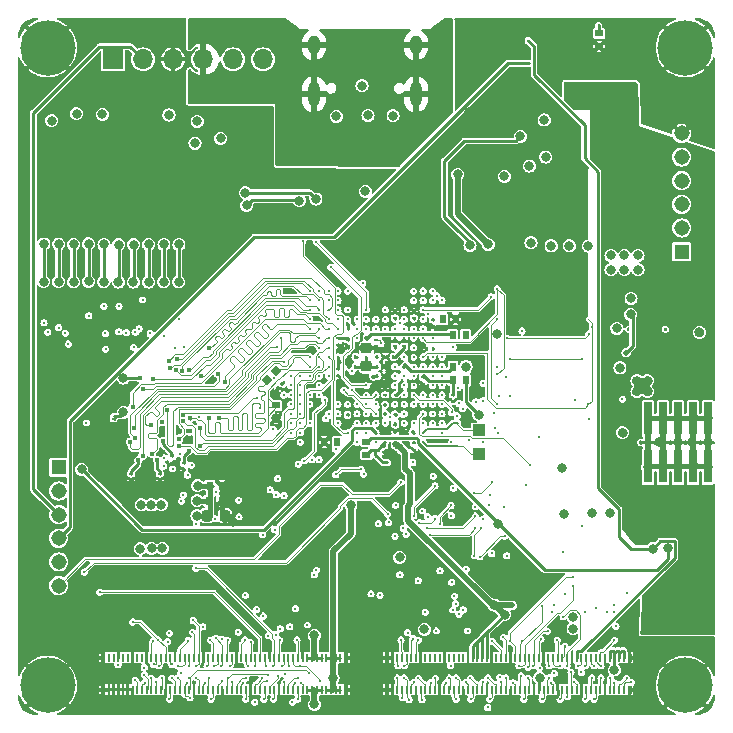
<source format=gbr>
%TF.GenerationSoftware,KiCad,Pcbnew,7.0.7*%
%TF.CreationDate,2024-02-27T15:56:59-08:00*%
%TF.ProjectId,cpu_board,6370755f-626f-4617-9264-2e6b69636164,rev?*%
%TF.SameCoordinates,Original*%
%TF.FileFunction,Copper,L6,Bot*%
%TF.FilePolarity,Positive*%
%FSLAX46Y46*%
G04 Gerber Fmt 4.6, Leading zero omitted, Abs format (unit mm)*
G04 Created by KiCad (PCBNEW 7.0.7) date 2024-02-27 15:56:59*
%MOMM*%
%LPD*%
G01*
G04 APERTURE LIST*
G04 Aperture macros list*
%AMRoundRect*
0 Rectangle with rounded corners*
0 $1 Rounding radius*
0 $2 $3 $4 $5 $6 $7 $8 $9 X,Y pos of 4 corners*
0 Add a 4 corners polygon primitive as box body*
4,1,4,$2,$3,$4,$5,$6,$7,$8,$9,$2,$3,0*
0 Add four circle primitives for the rounded corners*
1,1,$1+$1,$2,$3*
1,1,$1+$1,$4,$5*
1,1,$1+$1,$6,$7*
1,1,$1+$1,$8,$9*
0 Add four rect primitives between the rounded corners*
20,1,$1+$1,$2,$3,$4,$5,0*
20,1,$1+$1,$4,$5,$6,$7,0*
20,1,$1+$1,$6,$7,$8,$9,0*
20,1,$1+$1,$8,$9,$2,$3,0*%
%AMRotRect*
0 Rectangle, with rotation*
0 The origin of the aperture is its center*
0 $1 length*
0 $2 width*
0 $3 Rotation angle, in degrees counterclockwise*
0 Add horizontal line*
21,1,$1,$2,0,0,$3*%
G04 Aperture macros list end*
%TA.AperFunction,ComponentPad*%
%ADD10C,4.700000*%
%TD*%
%TA.AperFunction,ComponentPad*%
%ADD11R,1.308000X1.308000*%
%TD*%
%TA.AperFunction,ComponentPad*%
%ADD12C,1.308000*%
%TD*%
%TA.AperFunction,ComponentPad*%
%ADD13O,1.000000X2.100000*%
%TD*%
%TA.AperFunction,ComponentPad*%
%ADD14O,1.000000X1.600000*%
%TD*%
%TA.AperFunction,ComponentPad*%
%ADD15R,1.700000X1.700000*%
%TD*%
%TA.AperFunction,ComponentPad*%
%ADD16O,1.700000X1.700000*%
%TD*%
%TA.AperFunction,SMDPad,CuDef*%
%ADD17R,0.250000X0.350000*%
%TD*%
%TA.AperFunction,SMDPad,CuDef*%
%ADD18RotRect,0.250000X0.350000X135.000000*%
%TD*%
%TA.AperFunction,SMDPad,CuDef*%
%ADD19R,0.600000X0.700000*%
%TD*%
%TA.AperFunction,SMDPad,CuDef*%
%ADD20R,1.000000X1.000000*%
%TD*%
%TA.AperFunction,SMDPad,CuDef*%
%ADD21R,0.700000X0.600000*%
%TD*%
%TA.AperFunction,SMDPad,CuDef*%
%ADD22R,0.350000X0.250000*%
%TD*%
%TA.AperFunction,SMDPad,CuDef*%
%ADD23R,0.740000X2.790000*%
%TD*%
%TA.AperFunction,SMDPad,CuDef*%
%ADD24RotRect,0.600000X0.700000X225.000000*%
%TD*%
%TA.AperFunction,SMDPad,CuDef*%
%ADD25RotRect,0.250000X0.350000X225.000000*%
%TD*%
%TA.AperFunction,SMDPad,CuDef*%
%ADD26RotRect,0.250000X0.350000X45.000000*%
%TD*%
%TA.AperFunction,SMDPad,CuDef*%
%ADD27R,0.230000X0.660000*%
%TD*%
%TA.AperFunction,SMDPad,CuDef*%
%ADD28R,0.350000X0.660000*%
%TD*%
%TA.AperFunction,SMDPad,CuDef*%
%ADD29RoundRect,0.225000X0.250000X-0.225000X0.250000X0.225000X-0.250000X0.225000X-0.250000X-0.225000X0*%
%TD*%
%TA.AperFunction,SMDPad,CuDef*%
%ADD30RotRect,0.250000X0.350000X315.000000*%
%TD*%
%TA.AperFunction,SMDPad,CuDef*%
%ADD31RoundRect,0.225000X-0.225000X-0.250000X0.225000X-0.250000X0.225000X0.250000X-0.225000X0.250000X0*%
%TD*%
%TA.AperFunction,ViaPad*%
%ADD32C,0.300000*%
%TD*%
%TA.AperFunction,ViaPad*%
%ADD33C,0.800000*%
%TD*%
%TA.AperFunction,ViaPad*%
%ADD34C,0.406400*%
%TD*%
%TA.AperFunction,ViaPad*%
%ADD35C,0.400000*%
%TD*%
%TA.AperFunction,ViaPad*%
%ADD36C,0.500000*%
%TD*%
%TA.AperFunction,Conductor*%
%ADD37C,0.250000*%
%TD*%
%TA.AperFunction,Conductor*%
%ADD38C,0.203200*%
%TD*%
%TA.AperFunction,Conductor*%
%ADD39C,0.150000*%
%TD*%
%TA.AperFunction,Conductor*%
%ADD40C,0.090000*%
%TD*%
%TA.AperFunction,Conductor*%
%ADD41C,0.400000*%
%TD*%
%TA.AperFunction,Conductor*%
%ADD42C,0.500000*%
%TD*%
%TA.AperFunction,Conductor*%
%ADD43C,0.200000*%
%TD*%
G04 APERTURE END LIST*
D10*
%TO.P,H2,1,1*%
%TO.N,GND*%
X3000000Y-3000000D03*
%TD*%
D11*
%TO.P,J4,1,1*%
%TO.N,POR_B*%
X3940000Y-38545500D03*
D12*
%TO.P,J4,2,2*%
%TO.N,EN_LP*%
X3940000Y-40545500D03*
%TO.P,J4,3,3*%
%TO.N,EN_ADCS*%
X3940000Y-42545500D03*
%TO.P,J4,4,4*%
%TO.N,P_GOOD*%
X3940000Y-44545500D03*
%TO.P,J4,5,5*%
%TO.N,LPUART1_TX_BOOT*%
X3940000Y-46545500D03*
%TO.P,J4,6,6*%
%TO.N,LPUART1_RX_BOOT*%
X3940000Y-48545500D03*
%TD*%
D13*
%TO.P,J1,S1,SHIELD*%
%TO.N,GNDREF*%
X34207500Y-6944000D03*
D14*
X34207500Y-2794000D03*
D13*
X25567500Y-6944000D03*
D14*
X25567500Y-2794000D03*
%TD*%
D10*
%TO.P,H1,1,1*%
%TO.N,GND*%
X57000000Y-3000000D03*
%TD*%
%TO.P,H3,1,1*%
%TO.N,GND*%
X3000000Y-57000000D03*
%TD*%
%TO.P,H4,1,1*%
%TO.N,GND*%
X57000000Y-57000000D03*
%TD*%
D15*
%TO.P,J5,1,Pin_1*%
%TO.N,Net-(J5-Pin_1)*%
X8540000Y-3990000D03*
D16*
%TO.P,J5,2,Pin_2*%
%TO.N,EN_ADCS*%
X11080000Y-3990000D03*
%TO.P,J5,3,Pin_3*%
%TO.N,GND*%
X13620000Y-3990000D03*
%TO.P,J5,4,Pin_4*%
%TO.N,GNDREF*%
X16160000Y-3990000D03*
%TO.P,J5,5,Pin_5*%
%TO.N,VBATT_IN*%
X18700000Y-3990000D03*
%TO.P,J5,6,Pin_6*%
%TO.N,VUSB*%
X21240000Y-3990000D03*
%TD*%
D11*
%TO.P,J2,1,1*%
%TO.N,VBATT_IN*%
X56680000Y-20270000D03*
D12*
%TO.P,J2,2,2*%
%TO.N,GND*%
X56680000Y-18270000D03*
%TO.P,J2,3,3*%
%TO.N,VBATT_IN*%
X56680000Y-16270000D03*
%TO.P,J2,4,4*%
%TO.N,GND*%
X56680000Y-14270000D03*
%TO.P,J2,5,5*%
%TO.N,VBATT_IN*%
X56680000Y-12270000D03*
%TO.P,J2,6,6*%
%TO.N,GND*%
X56680000Y-10270000D03*
%TD*%
D17*
%TO.P,C46,1*%
%TO.N,VDD_3V3*%
X32975000Y-31200000D03*
%TO.P,C46,2*%
%TO.N,GND*%
X33525000Y-31200000D03*
%TD*%
%TO.P,C73,1*%
%TO.N,/SDRAM/SDRAM_1V8*%
X14845000Y-35490000D03*
%TO.P,C73,2*%
%TO.N,GND*%
X14295000Y-35490000D03*
%TD*%
%TO.P,C13,1*%
%TO.N,VDD_SOC_IN*%
X30925000Y-30000000D03*
%TO.P,C13,2*%
%TO.N,GND*%
X31475000Y-30000000D03*
%TD*%
D18*
%TO.P,C14,1*%
%TO.N,VDD_SNVS_DIG*%
X33924454Y-35524454D03*
%TO.P,C14,2*%
%TO.N,GND*%
X33535546Y-35135546D03*
%TD*%
D19*
%TO.P,C60,1*%
%TO.N,VUSB*%
X36450000Y-26000000D03*
%TO.P,C60,2*%
%TO.N,GND*%
X37550000Y-26000000D03*
%TD*%
D20*
%TO.P,TP2,1,1*%
%TO.N,/RT1176 #1/CLK1_N*%
X39500000Y-35400000D03*
%TD*%
D21*
%TO.P,C11,1*%
%TO.N,GND*%
X49700000Y-2900000D03*
%TO.P,C11,2*%
%TO.N,Net-(U1-DVDT)*%
X49700000Y-1800000D03*
%TD*%
D17*
%TO.P,C44,1*%
%TO.N,VDD_3V3*%
X32975000Y-32000000D03*
%TO.P,C44,2*%
%TO.N,GND*%
X33525000Y-32000000D03*
%TD*%
D19*
%TO.P,FB2,1*%
%TO.N,VDD_1V8*%
X38435000Y-31150000D03*
%TO.P,FB2,2*%
%TO.N,ADC_1V8_IN*%
X37335000Y-31150000D03*
%TD*%
D22*
%TO.P,C75,1*%
%TO.N,/SDRAM/SDRAM_1V8*%
X13580000Y-37605000D03*
%TO.P,C75,2*%
%TO.N,GND*%
X13580000Y-38155000D03*
%TD*%
D19*
%TO.P,FB1,1*%
%TO.N,/RT1176 #1/VDDA_ADC_3P3*%
X37320000Y-30020000D03*
%TO.P,FB1,2*%
%TO.N,VDD_3V3*%
X38420000Y-30020000D03*
%TD*%
D22*
%TO.P,C59,1*%
%TO.N,VDD_3V3*%
X32400000Y-28275000D03*
%TO.P,C59,2*%
%TO.N,GND*%
X32400000Y-27725000D03*
%TD*%
D19*
%TO.P,C68,1*%
%TO.N,/SDRAM/SDRAM_1V8*%
X16650000Y-41360000D03*
%TO.P,C68,2*%
%TO.N,GND*%
X17750000Y-41360000D03*
%TD*%
D23*
%TO.P,J8,1,1*%
%TO.N,VSYS*%
X58910000Y-38464000D03*
%TO.P,J8,2,2*%
X58910000Y-34400000D03*
%TO.P,J8,3,3*%
X57640000Y-38464000D03*
%TO.P,J8,4,4*%
X57640000Y-34400000D03*
%TO.P,J8,5,5*%
X56370000Y-38464000D03*
%TO.P,J8,6,6*%
X56370000Y-34400000D03*
%TO.P,J8,7,7*%
X55100000Y-38464000D03*
%TO.P,J8,8,8*%
X55100000Y-34400000D03*
%TO.P,J8,9,9*%
X53830000Y-38464000D03*
%TO.P,J8,10,10*%
X53830000Y-34400000D03*
%TD*%
D24*
%TO.P,R26,1*%
%TO.N,SEMC_CLK*%
X22374264Y-30365736D03*
%TO.P,R26,2*%
%TO.N,/SDRAM/SEMC_CLK_R*%
X21596447Y-31143553D03*
%TD*%
D22*
%TO.P,C71,1*%
%TO.N,/SDRAM/SDRAM_1V8*%
X14560000Y-38195000D03*
%TO.P,C71,2*%
%TO.N,GND*%
X14560000Y-38745000D03*
%TD*%
D17*
%TO.P,C48,1*%
%TO.N,VDD_3V3*%
X28395000Y-26420000D03*
%TO.P,C48,2*%
%TO.N,GND*%
X28945000Y-26420000D03*
%TD*%
D22*
%TO.P,C3,1*%
%TO.N,GND*%
X32450000Y-37275000D03*
%TO.P,C3,2*%
%TO.N,VDD_3V3_LP*%
X32450000Y-36725000D03*
%TD*%
D19*
%TO.P,FB3,1*%
%TO.N,VDD_1V8*%
X38400000Y-27300000D03*
%TO.P,FB3,2*%
%TO.N,Net-(U2K-VDD_MIPI_1P8)*%
X37300000Y-27300000D03*
%TD*%
D22*
%TO.P,C43,1*%
%TO.N,ADC_1V8_IN*%
X37350000Y-32425000D03*
%TO.P,C43,2*%
%TO.N,GND*%
X37350000Y-32975000D03*
%TD*%
%TO.P,C49,1*%
%TO.N,VDD_1V8*%
X34000000Y-25875000D03*
%TO.P,C49,2*%
%TO.N,GND*%
X34000000Y-25325000D03*
%TD*%
D19*
%TO.P,C69,1*%
%TO.N,/SDRAM/SDRAM_1V8*%
X16750000Y-40090000D03*
%TO.P,C69,2*%
%TO.N,GND*%
X17750000Y-40090000D03*
%TD*%
D22*
%TO.P,C25,1*%
%TO.N,VDD_SNVS_ANA*%
X31525000Y-36705000D03*
%TO.P,C25,2*%
%TO.N,GND*%
X31525000Y-37255000D03*
%TD*%
D25*
%TO.P,C23,1*%
%TO.N,/RT1176 #1/VDD_LPSR_DIG*%
X31604454Y-33995546D03*
%TO.P,C23,2*%
%TO.N,GND*%
X31215546Y-34384454D03*
%TD*%
D22*
%TO.P,C72,1*%
%TO.N,/SDRAM/SDRAM_1V8*%
X10090000Y-39075000D03*
%TO.P,C72,2*%
%TO.N,GND*%
X10090000Y-39625000D03*
%TD*%
D17*
%TO.P,C54,1*%
%TO.N,VDD_3V3*%
X27725000Y-29600000D03*
%TO.P,C54,2*%
%TO.N,GND*%
X28275000Y-29600000D03*
%TD*%
D22*
%TO.P,C74,1*%
%TO.N,/SDRAM/SDRAM_1V8*%
X8590000Y-34405000D03*
%TO.P,C74,2*%
%TO.N,GND*%
X8590000Y-34955000D03*
%TD*%
%TO.P,C8,1*%
%TO.N,VDD_SNVS_ANA*%
X34000000Y-36500000D03*
%TO.P,C8,2*%
%TO.N,GND*%
X34000000Y-37050000D03*
%TD*%
D25*
%TO.P,C42,1*%
%TO.N,/RT1176 #1/VDDA_ADC_3P3*%
X33144454Y-30055546D03*
%TO.P,C42,2*%
%TO.N,GND*%
X32755546Y-30444454D03*
%TD*%
D17*
%TO.P,C40,1*%
%TO.N,ADC_1V8_IN*%
X35650000Y-28550000D03*
%TO.P,C40,2*%
%TO.N,GND*%
X35100000Y-28550000D03*
%TD*%
D26*
%TO.P,C41,1*%
%TO.N,/RT1176 #1/VDDA_ADC_3P3*%
X33305546Y-29894454D03*
%TO.P,C41,2*%
%TO.N,GND*%
X33694454Y-29505546D03*
%TD*%
D22*
%TO.P,C47,1*%
%TO.N,VDD_1V8*%
X32400000Y-25875000D03*
%TO.P,C47,2*%
%TO.N,GND*%
X32400000Y-25325000D03*
%TD*%
D20*
%TO.P,TP1,1,1*%
%TO.N,/RT1176 #1/CLK1_P*%
X39500000Y-37400000D03*
%TD*%
D18*
%TO.P,C56,1*%
%TO.N,Net-(U2K-VDD_MIPI_1P8)*%
X29998908Y-27598908D03*
%TO.P,C56,2*%
%TO.N,GND*%
X29610000Y-27210000D03*
%TD*%
D22*
%TO.P,C61,1*%
%TO.N,/RT1176 #3/MCM_3V3*%
X35600000Y-26025000D03*
%TO.P,C61,2*%
%TO.N,GND*%
X35600000Y-26575000D03*
%TD*%
D21*
%TO.P,R24,1*%
%TO.N,SEMC_CKE*%
X22350000Y-33300000D03*
%TO.P,R24,2*%
%TO.N,GND*%
X22350000Y-34400000D03*
%TD*%
D25*
%TO.P,C26,1*%
%TO.N,VDD_1P0*%
X31544454Y-33255546D03*
%TO.P,C26,2*%
%TO.N,GND*%
X31155546Y-33644454D03*
%TD*%
D22*
%TO.P,C70,1*%
%TO.N,/SDRAM/SDRAM_1V8*%
X12500000Y-39065000D03*
%TO.P,C70,2*%
%TO.N,GND*%
X12500000Y-39615000D03*
%TD*%
%TO.P,C51,1*%
%TO.N,VDD_1V8*%
X28400000Y-27725000D03*
%TO.P,C51,2*%
%TO.N,GND*%
X28400000Y-28275000D03*
%TD*%
D27*
%TO.P,J7,1,1*%
%TO.N,VDD_3V3*%
X27800000Y-57355000D03*
%TO.P,J7,2,2*%
X27800000Y-54645000D03*
%TO.P,J7,3,3*%
X27400000Y-57355000D03*
%TO.P,J7,4,4*%
X27400000Y-54645000D03*
%TO.P,J7,5,5*%
X27000000Y-57355000D03*
%TO.P,J7,6,6*%
X27000000Y-54645000D03*
%TO.P,J7,7,7*%
X26600000Y-57355000D03*
%TO.P,J7,8,8*%
X26600000Y-54645000D03*
%TO.P,J7,9,9*%
%TO.N,VDD_1V8*%
X26200000Y-57355000D03*
%TO.P,J7,10,10*%
X26200000Y-54645000D03*
%TO.P,J7,11,11*%
X25800000Y-57355000D03*
%TO.P,J7,12,12*%
X25800000Y-54645000D03*
%TO.P,J7,13,13*%
X25400000Y-57355000D03*
%TO.P,J7,14,14*%
X25400000Y-54645000D03*
%TO.P,J7,15,15*%
X25000000Y-57355000D03*
%TO.P,J7,16,16*%
X25000000Y-54645000D03*
%TO.P,J7,17,17*%
%TO.N,GPIO_SNVS_00*%
X24600000Y-57355000D03*
%TO.P,J7,18,18*%
%TO.N,GND*%
X24600000Y-54645000D03*
%TO.P,J7,19,19*%
%TO.N,GPIO_SNVS_01*%
X24200000Y-57355000D03*
%TO.P,J7,20,20*%
%TO.N,ENET_RGMII_RX_EN*%
X24200000Y-54645000D03*
%TO.P,J7,21,21*%
%TO.N,GPIO_SNVS_02*%
X23800000Y-57355000D03*
%TO.P,J7,22,22*%
%TO.N,ENET_RGMII_RXC*%
X23800000Y-54645000D03*
%TO.P,J7,23,23*%
%TO.N,GPIO_SNVS_03*%
X23400000Y-57355000D03*
%TO.P,J7,24,24*%
%TO.N,ENET_RGMII_RXD0*%
X23400000Y-54645000D03*
%TO.P,J7,25,25*%
%TO.N,GPIO_SNVS_04*%
X23000000Y-57355000D03*
%TO.P,J7,26,26*%
%TO.N,ENET_RGMII_RXD1*%
X23000000Y-54645000D03*
%TO.P,J7,27,27*%
%TO.N,GND*%
X22600000Y-57355000D03*
%TO.P,J7,28,28*%
%TO.N,ENET_RGMII_RXD2*%
X22600000Y-54645000D03*
%TO.P,J7,29,29*%
%TO.N,GPIO_SNVS_05*%
X22200000Y-57355000D03*
%TO.P,J7,30,30*%
%TO.N,ENET_RGMII_RXD3*%
X22200000Y-54645000D03*
%TO.P,J7,31,31*%
%TO.N,GPIO_SNVS_06*%
X21800000Y-57355000D03*
%TO.P,J7,32,32*%
%TO.N,GND*%
X21800000Y-54645000D03*
%TO.P,J7,33,33*%
%TO.N,GPIO_SNVS_07*%
X21400000Y-57355000D03*
%TO.P,J7,34,34*%
%TO.N,ENET_RGMII_TXD3_BT*%
X21400000Y-54645000D03*
%TO.P,J7,35,35*%
%TO.N,GPIO_SNVS_08*%
X21000000Y-57355000D03*
%TO.P,J7,36,36*%
%TO.N,ENET_RGMII_TXD2_BT*%
X21000000Y-54645000D03*
%TO.P,J7,37,37*%
%TO.N,GPIO_SNVS_09*%
X20600000Y-57355000D03*
%TO.P,J7,38,38*%
%TO.N,ENET_RGMII_TXD1_BT*%
X20600000Y-54645000D03*
%TO.P,J7,39,39*%
%TO.N,GND*%
X20200000Y-57355000D03*
%TO.P,J7,40,40*%
%TO.N,ENET_RGMII_TXD0_BT*%
X20200000Y-54645000D03*
%TO.P,J7,41,41*%
%TO.N,GPIO_EMC_B2_00*%
X19800000Y-57355000D03*
%TO.P,J7,42,42*%
%TO.N,ENET_RGMII_TX_EN_BT*%
X19800000Y-54645000D03*
%TO.P,J7,43,43*%
%TO.N,GPIO_EMC_B2_01*%
X19400000Y-57355000D03*
%TO.P,J7,44,44*%
%TO.N,ENET_RGMII_TXC_BT*%
X19400000Y-54645000D03*
%TO.P,J7,45,45*%
%TO.N,GPIO_EMC_B2_02*%
X19000000Y-57355000D03*
%TO.P,J7,46,46*%
%TO.N,GND*%
X19000000Y-54645000D03*
%TO.P,J7,47,47*%
%TO.N,GPIO_EMC_B2_03*%
X18600000Y-57355000D03*
%TO.P,J7,48,48*%
%TO.N,GPIO_DISP_B2_00*%
X18600000Y-54645000D03*
%TO.P,J7,49,49*%
%TO.N,GPIO_EMC_B2_04*%
X18200000Y-57355000D03*
%TO.P,J7,50,50*%
%TO.N,GPIO_DISP_B2_01*%
X18200000Y-54645000D03*
%TO.P,J7,51,51*%
%TO.N,GND*%
X17800000Y-57355000D03*
%TO.P,J7,52,52*%
%TO.N,GPIO_DISP_B2_02*%
X17800000Y-54645000D03*
%TO.P,J7,53,53*%
%TO.N,GPIO_EMC_B2_05*%
X17400000Y-57355000D03*
%TO.P,J7,54,54*%
%TO.N,GPIO_DISP_B2_03*%
X17400000Y-54645000D03*
%TO.P,J7,55,55*%
%TO.N,GPIO_EMC_B2_06*%
X17000000Y-57355000D03*
%TO.P,J7,56,56*%
%TO.N,GPIO_DISP_B2_04*%
X17000000Y-54645000D03*
%TO.P,J7,57,57*%
%TO.N,GPIO_EMC_B2_07*%
X16600000Y-57355000D03*
%TO.P,J7,58,58*%
%TO.N,GPIO_DISP_B2_05*%
X16600000Y-54645000D03*
%TO.P,J7,59,59*%
%TO.N,GPIO_EMC_B2_08*%
X16200000Y-57355000D03*
%TO.P,J7,60,60*%
%TO.N,GND*%
X16200000Y-54645000D03*
%TO.P,J7,61,61*%
%TO.N,GPIO_EMC_B2_09*%
X15800000Y-57355000D03*
%TO.P,J7,62,62*%
%TO.N,GPIO_DISP_B2_06*%
X15800000Y-54645000D03*
%TO.P,J7,63,63*%
%TO.N,GND*%
X15400000Y-57355000D03*
%TO.P,J7,64,64*%
%TO.N,GPIO_DISP_B2_07*%
X15400000Y-54645000D03*
%TO.P,J7,65,65*%
%TO.N,GPIO_EMC_B2_10*%
X15000000Y-57355000D03*
%TO.P,J7,66,66*%
%TO.N,GPIO_DISP_B2_08*%
X15000000Y-54645000D03*
%TO.P,J7,67,67*%
%TO.N,GPIO_EMC_B2_11*%
X14600000Y-57355000D03*
%TO.P,J7,68,68*%
%TO.N,GPIO_DISP_B2_09*%
X14600000Y-54645000D03*
%TO.P,J7,69,69*%
%TO.N,GPIO_EMC_B2_12*%
X14200000Y-57355000D03*
%TO.P,J7,70,70*%
%TO.N,GPIO_DISP_B2_10*%
X14200000Y-54645000D03*
%TO.P,J7,71,71*%
%TO.N,GPIO_EMC_B2_13*%
X13800000Y-57355000D03*
%TO.P,J7,72,72*%
%TO.N,GND*%
X13800000Y-54645000D03*
%TO.P,J7,73,73*%
%TO.N,GPIO_EMC_B2_14*%
X13400000Y-57355000D03*
%TO.P,J7,74,74*%
%TO.N,GPIO_DISP_B2_11*%
X13400000Y-54645000D03*
%TO.P,J7,75,75*%
%TO.N,GND*%
X13000000Y-57355000D03*
%TO.P,J7,76,76*%
%TO.N,GPIO_DISP_B2_12*%
X13000000Y-54645000D03*
%TO.P,J7,77,77*%
%TO.N,GPIO_EMC_B2_15*%
X12600000Y-57355000D03*
%TO.P,J7,78,78*%
%TO.N,GPIO_DISP_B2_13*%
X12600000Y-54645000D03*
%TO.P,J7,79,79*%
%TO.N,GPIO_EMC_B2_16*%
X12200000Y-57355000D03*
%TO.P,J7,80,80*%
%TO.N,GPIO_DISP_B2_14*%
X12200000Y-54645000D03*
%TO.P,J7,81,81*%
%TO.N,CAMERA_TRIG*%
X11800000Y-57355000D03*
%TO.P,J7,82,82*%
%TO.N,GPIO_DISP_B2_15*%
X11800000Y-54645000D03*
%TO.P,J7,83,83*%
%TO.N,GPIO_EMC_B2_18*%
X11400000Y-57355000D03*
%TO.P,J7,84,84*%
%TO.N,GND*%
X11400000Y-54645000D03*
%TO.P,J7,85,85*%
%TO.N,ENET_RGMII_MDC*%
X11000000Y-57355000D03*
%TO.P,J7,86,86*%
%TO.N,unconnected-(J7-Pad86)*%
X11000000Y-54645000D03*
%TO.P,J7,87,87*%
%TO.N,ENET_RGMII_MDIO*%
X10600000Y-57355000D03*
%TO.P,J7,88,88*%
%TO.N,unconnected-(J7-Pad88)*%
X10600000Y-54645000D03*
%TO.P,J7,89,89*%
%TO.N,GND*%
X10200000Y-57355000D03*
%TO.P,J7,90,90*%
X10200000Y-54645000D03*
%TO.P,J7,91,91*%
X9800000Y-57355000D03*
%TO.P,J7,92,92*%
%TO.N,unconnected-(J7-Pad92)*%
X9800000Y-54645000D03*
%TO.P,J7,93,93*%
%TO.N,GND*%
X9400000Y-57355000D03*
%TO.P,J7,94,94*%
%TO.N,unconnected-(J7-Pad94)*%
X9400000Y-54645000D03*
%TO.P,J7,95,95*%
%TO.N,GND*%
X9000000Y-57355000D03*
%TO.P,J7,96,96*%
X9000000Y-54645000D03*
%TO.P,J7,97,97*%
X8600000Y-57355000D03*
%TO.P,J7,98,98*%
%TO.N,unconnected-(J7-Pad98)*%
X8600000Y-54645000D03*
%TO.P,J7,99,99*%
%TO.N,GND*%
X8200000Y-57355000D03*
%TO.P,J7,100,100*%
%TO.N,unconnected-(J7-Pad100)*%
X8200000Y-54645000D03*
D28*
%TO.P,J7,MH1,MH1*%
%TO.N,GND*%
X28275000Y-57355000D03*
%TO.P,J7,MH2,MH2*%
X28275000Y-54645000D03*
%TO.P,J7,MH3,MH3*%
X7725000Y-57355000D03*
%TO.P,J7,MH4,MH4*%
X7725000Y-54645000D03*
%TD*%
D22*
%TO.P,C53,1*%
%TO.N,VDD_1V8*%
X27600000Y-27625000D03*
%TO.P,C53,2*%
%TO.N,GND*%
X27600000Y-28175000D03*
%TD*%
%TO.P,C38,1*%
%TO.N,ADC_1V8_IN*%
X34800000Y-30925000D03*
%TO.P,C38,2*%
%TO.N,GND*%
X34800000Y-31475000D03*
%TD*%
D27*
%TO.P,J6,1,1*%
%TO.N,GPIO_LPSR_00*%
X51800000Y-57355000D03*
%TO.P,J6,2,2*%
%TO.N,VDD_3V3*%
X51800000Y-54645000D03*
%TO.P,J6,3,3*%
%TO.N,GPIO_LPSR_01*%
X51400000Y-57355000D03*
%TO.P,J6,4,4*%
%TO.N,VDD_3V3*%
X51400000Y-54645000D03*
%TO.P,J6,5,5*%
%TO.N,GPIO_LPSR_02*%
X51000000Y-57355000D03*
%TO.P,J6,6,6*%
%TO.N,VDD_3V3*%
X51000000Y-54645000D03*
%TO.P,J6,7,7*%
%TO.N,GPIO_LPSR_03*%
X50600000Y-57355000D03*
%TO.P,J6,8,8*%
%TO.N,VDD_3V3*%
X50600000Y-54645000D03*
%TO.P,J6,9,9*%
%TO.N,GND*%
X50200000Y-57355000D03*
%TO.P,J6,10,10*%
X50200000Y-54645000D03*
%TO.P,J6,11,11*%
%TO.N,GPIO_LPSR_04*%
X49800000Y-57355000D03*
%TO.P,J6,12,12*%
%TO.N,ONOFF*%
X49800000Y-54645000D03*
%TO.P,J6,13,13*%
%TO.N,GPIO_LPSR_05*%
X49400000Y-57355000D03*
%TO.P,J6,14,14*%
%TO.N,PMIC_STBY_REQ*%
X49400000Y-54645000D03*
%TO.P,J6,15,15*%
%TO.N,GPIO_LPSR_06*%
X49000000Y-57355000D03*
%TO.P,J6,16,16*%
%TO.N,WAKEUP*%
X49000000Y-54645000D03*
%TO.P,J6,17,17*%
%TO.N,GPIO_LPSR_07*%
X48600000Y-57355000D03*
%TO.P,J6,18,18*%
%TO.N,PMIC_ON_REQ*%
X48600000Y-54645000D03*
%TO.P,J6,19,19*%
%TO.N,GND*%
X48200000Y-57355000D03*
%TO.P,J6,20,20*%
%TO.N,DAC_OUT*%
X48200000Y-54645000D03*
%TO.P,J6,21,21*%
%TO.N,GPIO_LPSR_08*%
X47800000Y-57355000D03*
%TO.P,J6,22,22*%
%TO.N,EN_ADCS*%
X47800000Y-54645000D03*
%TO.P,J6,23,23*%
%TO.N,GPIO_LPSR_09*%
X47400000Y-57355000D03*
%TO.P,J6,24,24*%
%TO.N,GND*%
X47400000Y-54645000D03*
%TO.P,J6,25,25*%
%TO.N,GPIO_AD_00*%
X47000000Y-57355000D03*
%TO.P,J6,26,26*%
%TO.N,GPIO_SD_B1_00*%
X47000000Y-54645000D03*
%TO.P,J6,27,27*%
%TO.N,GPIO_AD_01*%
X46600000Y-57355000D03*
%TO.P,J6,28,28*%
%TO.N,GPIO_SD_B1_01*%
X46600000Y-54645000D03*
%TO.P,J6,29,29*%
%TO.N,GND*%
X46200000Y-57355000D03*
%TO.P,J6,30,30*%
%TO.N,GPIO_SD_B1_03*%
X46200000Y-54645000D03*
%TO.P,J6,31,31*%
%TO.N,GPIO_AD_02*%
X45800000Y-57355000D03*
%TO.P,J6,32,32*%
%TO.N,GPIO_SD_B1_04*%
X45800000Y-54645000D03*
%TO.P,J6,33,33*%
%TO.N,GPIO_AD_03*%
X45400000Y-57355000D03*
%TO.P,J6,34,34*%
%TO.N,GPIO_SD_B1_05*%
X45400000Y-54645000D03*
%TO.P,J6,35,35*%
%TO.N,GPIO_AD_04*%
X45000000Y-57355000D03*
%TO.P,J6,36,36*%
%TO.N,GND*%
X45000000Y-54645000D03*
%TO.P,J6,37,37*%
%TO.N,BT_CFG_IO_EN*%
X44600000Y-57355000D03*
%TO.P,J6,38,38*%
%TO.N,USDHC2_DATA3*%
X44600000Y-54645000D03*
%TO.P,J6,39,39*%
%TO.N,GND*%
X44200000Y-57355000D03*
%TO.P,J6,40,40*%
%TO.N,USDHC2_DATA2*%
X44200000Y-54645000D03*
%TO.P,J6,41,41*%
%TO.N,GPIO_AD_06*%
X43800000Y-57355000D03*
%TO.P,J6,42,42*%
%TO.N,USDHC2_DATA1*%
X43800000Y-54645000D03*
%TO.P,J6,43,43*%
%TO.N,GPIO_AD_07*%
X43400000Y-57355000D03*
%TO.P,J6,44,44*%
%TO.N,USDHC2_DATA0*%
X43400000Y-54645000D03*
%TO.P,J6,45,45*%
%TO.N,GPIO_AD_08*%
X43000000Y-57355000D03*
%TO.P,J6,46,46*%
%TO.N,USDHC2_CLK*%
X43000000Y-54645000D03*
%TO.P,J6,47,47*%
%TO.N,GPIO_AD_09*%
X42600000Y-57355000D03*
%TO.P,J6,48,48*%
%TO.N,USDHC2_CMD*%
X42600000Y-54645000D03*
%TO.P,J6,49,49*%
%TO.N,GND*%
X42200000Y-57355000D03*
%TO.P,J6,50,50*%
X42200000Y-54645000D03*
%TO.P,J6,51,51*%
%TO.N,GPIO_AD_10*%
X41800000Y-57355000D03*
%TO.P,J6,52,52*%
%TO.N,GPIO_EMC_B1_40*%
X41800000Y-54645000D03*
%TO.P,J6,53,53*%
%TO.N,GPIO_AD_11*%
X41400000Y-57355000D03*
%TO.P,J6,54,54*%
%TO.N,GPIO_EMC_B1_41*%
X41400000Y-54645000D03*
%TO.P,J6,55,55*%
%TO.N,GPIO_AD_12*%
X41000000Y-57355000D03*
%TO.P,J6,56,56*%
%TO.N,unconnected-(J6-Pad56)*%
X41000000Y-54645000D03*
%TO.P,J6,57,57*%
%TO.N,GPIO_AD_13*%
X40600000Y-57355000D03*
%TO.P,J6,58,58*%
%TO.N,GND*%
X40600000Y-54645000D03*
%TO.P,J6,59,59*%
X40200000Y-57355000D03*
%TO.P,J6,60,60*%
%TO.N,VDD_3V3_LP*%
X40200000Y-54645000D03*
%TO.P,J6,61,61*%
%TO.N,GPIO_AD_14*%
X39800000Y-57355000D03*
%TO.P,J6,62,62*%
%TO.N,VDD_3V3_LP*%
X39800000Y-54645000D03*
%TO.P,J6,63,63*%
%TO.N,GPIO_AD_15*%
X39400000Y-57355000D03*
%TO.P,J6,64,64*%
%TO.N,VDD_3V3_LP*%
X39400000Y-54645000D03*
%TO.P,J6,65,65*%
%TO.N,GPIO_AD_16*%
X39000000Y-57355000D03*
%TO.P,J6,66,66*%
%TO.N,VDD_3V3_LP*%
X39000000Y-54645000D03*
%TO.P,J6,67,67*%
%TO.N,GPIO_AD_17*%
X38600000Y-57355000D03*
%TO.P,J6,68,68*%
%TO.N,GND*%
X38600000Y-54645000D03*
%TO.P,J6,69,69*%
X38200000Y-57355000D03*
%TO.P,J6,70,70*%
%TO.N,unconnected-(J6-Pad70)*%
X38200000Y-54645000D03*
%TO.P,J6,71,71*%
%TO.N,GPIO_AD_18*%
X37800000Y-57355000D03*
%TO.P,J6,72,72*%
%TO.N,unconnected-(J6-Pad72)*%
X37800000Y-54645000D03*
%TO.P,J6,73,73*%
%TO.N,GPIO_AD_19*%
X37400000Y-57355000D03*
%TO.P,J6,74,74*%
%TO.N,unconnected-(J6-Pad74)*%
X37400000Y-54645000D03*
%TO.P,J6,75,75*%
%TO.N,GPIO_AD_20*%
X37000000Y-57355000D03*
%TO.P,J6,76,76*%
%TO.N,unconnected-(J6-Pad76)*%
X37000000Y-54645000D03*
%TO.P,J6,77,77*%
%TO.N,GPIO_AD_21*%
X36600000Y-57355000D03*
%TO.P,J6,78,78*%
%TO.N,GND*%
X36600000Y-54645000D03*
%TO.P,J6,79,79*%
X36200000Y-57355000D03*
%TO.P,J6,80,80*%
%TO.N,unconnected-(J6-Pad80)*%
X36200000Y-54645000D03*
%TO.P,J6,81,81*%
%TO.N,GPIO_AD_23*%
X35800000Y-57355000D03*
%TO.P,J6,82,82*%
%TO.N,unconnected-(J6-Pad82)*%
X35800000Y-54645000D03*
%TO.P,J6,83,83*%
%TO.N,GPIO_AD_22*%
X35400000Y-57355000D03*
%TO.P,J6,84,84*%
%TO.N,unconnected-(J6-Pad84)*%
X35400000Y-54645000D03*
%TO.P,J6,85,85*%
%TO.N,LPUART1_RX_BOOT*%
X35000000Y-57355000D03*
%TO.P,J6,86,86*%
%TO.N,unconnected-(J6-Pad86)*%
X35000000Y-54645000D03*
%TO.P,J6,87,87*%
%TO.N,GPIO_AD_26*%
X34600000Y-57355000D03*
%TO.P,J6,88,88*%
%TO.N,GND*%
X34600000Y-54645000D03*
%TO.P,J6,89,89*%
X34200000Y-57355000D03*
%TO.P,J6,90,90*%
%TO.N,GPIO_AD_31*%
X34200000Y-54645000D03*
%TO.P,J6,91,91*%
%TO.N,GPIO_AD_27*%
X33800000Y-57355000D03*
%TO.P,J6,92,92*%
%TO.N,GPIO_AD_32*%
X33800000Y-54645000D03*
%TO.P,J6,93,93*%
%TO.N,GPIO_AD_28*%
X33400000Y-57355000D03*
%TO.P,J6,94,94*%
%TO.N,GPIO_AD_33*%
X33400000Y-54645000D03*
%TO.P,J6,95,95*%
%TO.N,GPIO_AD_29*%
X33000000Y-57355000D03*
%TO.P,J6,96,96*%
%TO.N,GPIO_AD_34*%
X33000000Y-54645000D03*
%TO.P,J6,97,97*%
%TO.N,GPIO_AD_30*%
X32600000Y-57355000D03*
%TO.P,J6,98,98*%
%TO.N,GPIO_AD_35*%
X32600000Y-54645000D03*
%TO.P,J6,99,99*%
%TO.N,GND*%
X32200000Y-57355000D03*
%TO.P,J6,100,100*%
X32200000Y-54645000D03*
D28*
%TO.P,J6,MH1,MH1*%
X52275000Y-57355000D03*
%TO.P,J6,MH2,MH2*%
X52275000Y-54645000D03*
%TO.P,J6,MH3,MH3*%
X31725000Y-57355000D03*
%TO.P,J6,MH4,MH4*%
X31725000Y-54645000D03*
%TD*%
D19*
%TO.P,R10,1*%
%TO.N,GND*%
X26450000Y-36400000D03*
%TO.P,R10,2*%
%TO.N,JTAG_MOD*%
X27550000Y-36400000D03*
%TD*%
D21*
%TO.P,R8,1*%
%TO.N,PMIC_ON_REQ*%
X30000000Y-36350000D03*
%TO.P,R8,2*%
%TO.N,VDD_SNVS_ANA*%
X30000000Y-37450000D03*
%TD*%
D17*
%TO.P,C58,1*%
%TO.N,VDD_1V8*%
X32275000Y-29200000D03*
%TO.P,C58,2*%
%TO.N,GND*%
X31725000Y-29200000D03*
%TD*%
D25*
%TO.P,C5,1*%
%TO.N,/RT1176 #3/SEMC_DQS*%
X22894454Y-31455546D03*
%TO.P,C5,2*%
%TO.N,GND*%
X22505546Y-31844454D03*
%TD*%
D22*
%TO.P,C45,1*%
%TO.N,VDD_3V3*%
X28400000Y-34125000D03*
%TO.P,C45,2*%
%TO.N,GND*%
X28400000Y-34675000D03*
%TD*%
D29*
%TO.P,C4,1*%
%TO.N,VDD_SOC_IN*%
X30000000Y-29995000D03*
%TO.P,C4,2*%
%TO.N,GND*%
X30000000Y-28445000D03*
%TD*%
D17*
%TO.P,C6,1*%
%TO.N,VDD_SOC_IN*%
X30925000Y-29200000D03*
%TO.P,C6,2*%
%TO.N,GND*%
X31475000Y-29200000D03*
%TD*%
%TO.P,C10,1*%
%TO.N,VDD_SOC_IN*%
X29075000Y-29200000D03*
%TO.P,C10,2*%
%TO.N,GND*%
X28525000Y-29200000D03*
%TD*%
D22*
%TO.P,R3,1*%
%TO.N,GND*%
X30800000Y-28275000D03*
%TO.P,R3,2*%
%TO.N,/RT1176 #3/VDD_MIPI_1P0*%
X30800000Y-27725000D03*
%TD*%
D25*
%TO.P,C12,1*%
%TO.N,VDD_SOC_IN*%
X30554454Y-30845546D03*
%TO.P,C12,2*%
%TO.N,GND*%
X30165546Y-31234454D03*
%TD*%
D22*
%TO.P,C50,1*%
%TO.N,VDD_1V8*%
X33200000Y-28275000D03*
%TO.P,C50,2*%
%TO.N,GND*%
X33200000Y-27725000D03*
%TD*%
%TO.P,C34,1*%
%TO.N,Net-(U2B-VDDA_1P8_IN)*%
X31600000Y-32405000D03*
%TO.P,C34,2*%
%TO.N,GND*%
X31600000Y-31855000D03*
%TD*%
D17*
%TO.P,C17,1*%
%TO.N,VDD_SOC_IN*%
X30925000Y-30800000D03*
%TO.P,C17,2*%
%TO.N,GND*%
X31475000Y-30800000D03*
%TD*%
%TO.P,C22,1*%
%TO.N,VDD_SOC_IN*%
X29075000Y-30000000D03*
%TO.P,C22,2*%
%TO.N,GND*%
X28525000Y-30000000D03*
%TD*%
D22*
%TO.P,C52,1*%
%TO.N,VDD_3V3*%
X27600000Y-30225000D03*
%TO.P,C52,2*%
%TO.N,GND*%
X27600000Y-30775000D03*
%TD*%
D30*
%TO.P,C15,1*%
%TO.N,/RT1176 #1/VDD_LPSR_ANA*%
X32480000Y-34080000D03*
%TO.P,C15,2*%
%TO.N,GND*%
X32868908Y-34468908D03*
%TD*%
D31*
%TO.P,C67,1*%
%TO.N,/SDRAM/SDRAM_1V8*%
X16475000Y-42630000D03*
%TO.P,C67,2*%
%TO.N,GND*%
X18025000Y-42630000D03*
%TD*%
D22*
%TO.P,C9,1*%
%TO.N,VDD_3V3*%
X32450000Y-34955000D03*
%TO.P,C9,2*%
%TO.N,GND*%
X32450000Y-35505000D03*
%TD*%
D32*
%TO.N,GND*%
X45810000Y-58060000D03*
X29910000Y-13390000D03*
X27450000Y-41180000D03*
D33*
X22350000Y-34400000D03*
D32*
X23600000Y-36400000D03*
X34000000Y-34000000D03*
X29900000Y-14100000D03*
X32400000Y-25200000D03*
D33*
X54700000Y-7000000D03*
D32*
X28400000Y-29200000D03*
D33*
X53300000Y-5600000D03*
X41000000Y-16900000D03*
D32*
X35400000Y-38600000D03*
X33200000Y-27600000D03*
D34*
X12729300Y-35505900D03*
D32*
X31600000Y-31600000D03*
D33*
X52900000Y-31200000D03*
D34*
X14071200Y-35508800D03*
D32*
X27440000Y-40510000D03*
D33*
X40100000Y-16900000D03*
D32*
X31600000Y-27600000D03*
X26160000Y-41860000D03*
D34*
X9839900Y-37678200D03*
D32*
X32400000Y-27600000D03*
D33*
X45900000Y-4800000D03*
D32*
X31600000Y-30800000D03*
D33*
X41100000Y-22000000D03*
D32*
X25200000Y-34000000D03*
D33*
X18750100Y-40709400D03*
D35*
X17075000Y-37925000D03*
D33*
X38700000Y-10100000D03*
D32*
X28400000Y-34800000D03*
X52180000Y-26840000D03*
X34000000Y-25200000D03*
D34*
X17129700Y-31092500D03*
D33*
X18750000Y-41910000D03*
D32*
X28400000Y-30000000D03*
D33*
X38715000Y-8485000D03*
D32*
X25200000Y-28399800D03*
X32363259Y-38776348D03*
D33*
X53800000Y-32100000D03*
D32*
X28400000Y-30800000D03*
X29200000Y-25200000D03*
X25200000Y-31600000D03*
X28400000Y-24400000D03*
D33*
X47400000Y-4800000D03*
D32*
X26000000Y-33200400D03*
X30800000Y-28400000D03*
D33*
X42500000Y-22000000D03*
X46700000Y-4000000D03*
X53800000Y-31200000D03*
D32*
X30800000Y-25200000D03*
X34800000Y-31600000D03*
X36400000Y-23600000D03*
D33*
X40240000Y-25320000D03*
X52900000Y-32100000D03*
D32*
X30000000Y-28400000D03*
X15472302Y-34727698D03*
D34*
X15014400Y-36311600D03*
D35*
X15475000Y-37925000D03*
D32*
X34800000Y-28400000D03*
X26000000Y-26000000D03*
D33*
X46000000Y-3300000D03*
D35*
X39652600Y-27505500D03*
D33*
X38700000Y-11800000D03*
D32*
X32400000Y-35600000D03*
X31600000Y-28400000D03*
D33*
X47400000Y-3300000D03*
D32*
X26180000Y-40540000D03*
D33*
X40100000Y-15900000D03*
D32*
X27600000Y-30800000D03*
X28400000Y-28400000D03*
X26180000Y-41170000D03*
X27600000Y-31600000D03*
X55300000Y-26850000D03*
D33*
X58200000Y-27100000D03*
X51700000Y-35600000D03*
D35*
X38425000Y-46200000D03*
D32*
X30800000Y-31600000D03*
D33*
X35900000Y-18400000D03*
D32*
X29200000Y-28400000D03*
X31600000Y-29200000D03*
X23600000Y-23599200D03*
X26000000Y-34800000D03*
D33*
X35100000Y-14200000D03*
X18730000Y-43180000D03*
D32*
X31600000Y-30000000D03*
D34*
X12760900Y-37203800D03*
D32*
X27440000Y-41860000D03*
X31600000Y-35600000D03*
X36400000Y-36400000D03*
D33*
X41000000Y-15900000D03*
D32*
X26000000Y-34000000D03*
X38600000Y-35000000D03*
D33*
%TO.N,VSYS*%
X51460000Y-30110000D03*
X58910000Y-34400000D03*
X45050000Y-9120000D03*
X55100000Y-38500000D03*
X55100000Y-34400000D03*
X57700000Y-34400000D03*
X43790000Y-13020000D03*
X54800000Y-36400000D03*
X58900000Y-38500000D03*
X56400000Y-36400000D03*
X57700000Y-38400000D03*
X43040000Y-10510000D03*
X57600000Y-36370000D03*
X38774400Y-19751700D03*
X58900000Y-36400000D03*
X45180000Y-12260000D03*
X53800000Y-38500000D03*
X41680000Y-13890000D03*
X56400000Y-34400000D03*
X56400000Y-38500000D03*
D32*
%TO.N,/RT1176 #1/VDDA_ADC_3P3*%
X33200000Y-30000000D03*
%TO.N,VDD_SNVS_ANA*%
X33999999Y-36400000D03*
X31750000Y-38125000D03*
X33925000Y-38125000D03*
X31600000Y-36400000D03*
%TO.N,VDD_SNVS_DIG*%
X34000000Y-35600000D03*
%TO.N,/RT1176 #1/VDD_LPSR_ANA*%
X32400000Y-34000000D03*
%TO.N,/RT1176 #1/VDD_LPSR_DIG*%
X31600000Y-34000000D03*
%TO.N,VDD_1P0*%
X31600000Y-33200000D03*
%TO.N,VDD_SOC_IN*%
X30800000Y-30000000D03*
X29200000Y-29200000D03*
X30800000Y-30800000D03*
X29200000Y-30000000D03*
X30000000Y-29200000D03*
X30800000Y-29200000D03*
X30000000Y-30000000D03*
D33*
%TO.N,/USB-C/USB_CON_DP*%
X29630000Y-6210000D03*
%TO.N,POR_B*%
X5900000Y-38700000D03*
D32*
X30800000Y-35600000D03*
%TO.N,ADC_1V8_IN*%
X34800000Y-30800000D03*
X35600000Y-28400000D03*
%TO.N,Net-(U2B-VDDA_1P8_IN)*%
X31600000Y-32400000D03*
D33*
%TO.N,VDD_3V3*%
X43930000Y-19510000D03*
X40310000Y-19660000D03*
D32*
X27600000Y-30000000D03*
D33*
X38430000Y-30000000D03*
D32*
X32400000Y-28400000D03*
X28400000Y-26800000D03*
D33*
X47170000Y-19780000D03*
D32*
X28400000Y-34000000D03*
D33*
X15480000Y-11090000D03*
X45640000Y-19780000D03*
D32*
X27600000Y-29200000D03*
D33*
X13280000Y-8710000D03*
X27177100Y-56369800D03*
D32*
X32400000Y-34800000D03*
D33*
X28680500Y-41700000D03*
X48800000Y-19800000D03*
D32*
X32400000Y-32400000D03*
D33*
X17650000Y-10680000D03*
X50986700Y-55677800D03*
X37716400Y-13741400D03*
X15670000Y-9250000D03*
D32*
%TO.N,GPIO_AD_08*%
X38678700Y-36213300D03*
X43111372Y-56188628D03*
X34800000Y-34800000D03*
%TO.N,Net-(U2K-VDD_MIPI_1P8)*%
X30000000Y-27600000D03*
%TO.N,/RT1176 #3/MCM_3V3*%
X35600000Y-26000000D03*
%TO.N,VDD_1V8*%
X27600000Y-27600000D03*
D33*
X11810000Y-45390000D03*
X5460000Y-8590000D03*
X41075000Y-27240000D03*
X39511900Y-34072422D03*
X3360000Y-9180000D03*
X25600000Y-52760500D03*
X50615000Y-42370000D03*
X10860000Y-45430000D03*
D32*
X32400000Y-25975000D03*
D33*
X46720479Y-42479521D03*
X52410000Y-24220000D03*
X46576201Y-38629799D03*
X12720000Y-45400000D03*
D32*
X33200000Y-28400000D03*
X28400000Y-27600000D03*
X32400000Y-29200000D03*
D33*
X49100000Y-42400000D03*
X51200000Y-26770000D03*
X25600000Y-58600000D03*
X7650000Y-8650000D03*
D32*
X34000000Y-26000000D03*
D35*
X38322222Y-27292778D03*
D32*
%TO.N,VUSB*%
X36400000Y-26000000D03*
D33*
X32260000Y-8770000D03*
X27460000Y-8830000D03*
X29900000Y-15160000D03*
%TO.N,GNDREF*%
X26620000Y-10360000D03*
X34060000Y-10310000D03*
X32910000Y-11170000D03*
D34*
%TO.N,/SDRAM/SDRAM_1V8*%
X15058100Y-35499400D03*
D33*
X10930000Y-41710000D03*
D34*
X14972300Y-37134300D03*
X12748200Y-36342400D03*
D35*
X10811500Y-30971500D03*
D34*
X12722800Y-34686600D03*
D33*
X9420000Y-30970000D03*
D34*
X12275000Y-37925000D03*
D33*
X15670000Y-41360000D03*
X11790000Y-41710000D03*
D34*
X10675000Y-37925000D03*
D33*
X9420000Y-33880000D03*
X12640000Y-41700000D03*
X15660000Y-42620000D03*
X15720000Y-40080000D03*
%TO.N,/USB-C/USB_CON_DN*%
X30130000Y-8740000D03*
%TO.N,VDD_3V3_LP*%
X41700000Y-51000000D03*
X40800000Y-50200000D03*
D32*
X32400000Y-36400000D03*
D33*
%TO.N,VBATT*%
X47500000Y-52200000D03*
X57500000Y-49400000D03*
X58400000Y-48300000D03*
D32*
X45900000Y-50200000D03*
D33*
X47500000Y-51200000D03*
X56600000Y-48600000D03*
X49790900Y-10080000D03*
X49800000Y-12500000D03*
X47600000Y-7700000D03*
X47600000Y-6600000D03*
D32*
X45700000Y-50800000D03*
D33*
X55400000Y-49500000D03*
D32*
%TO.N,Net-(U1-DVDT)*%
X49652800Y-1075100D03*
D33*
%TO.N,EN_ADCS*%
X54235000Y-45421800D03*
D32*
X43700000Y-2400000D03*
%TO.N,GPIO_AD_27*%
X33992500Y-56735800D03*
X34005700Y-42622800D03*
X35600000Y-33200000D03*
X35808500Y-40096900D03*
%TO.N,GPIO_EMC_B1_40*%
X23600000Y-30800000D03*
X41600000Y-52925300D03*
%TO.N,GPIO_AD_26*%
X34700000Y-58200000D03*
X34000000Y-31600000D03*
%TO.N,GPIO_AD_03*%
X43816700Y-38370900D03*
X45464800Y-56362500D03*
X34800000Y-34000000D03*
X52096600Y-49184500D03*
%TO.N,GPIO_AD_11*%
X41413700Y-56735800D03*
X35600000Y-34000000D03*
%TO.N,GPIO_AD_01*%
X46399000Y-58161100D03*
X34000000Y-34800000D03*
X48220300Y-43536200D03*
%TO.N,GPIO_AD_00*%
X37195200Y-36410500D03*
X41612800Y-41882400D03*
X47000000Y-57941200D03*
X32400000Y-33200000D03*
X45906200Y-55977700D03*
%TO.N,GPIO_AD_06*%
X37687400Y-34186400D03*
X33200000Y-33200000D03*
X43695900Y-56402900D03*
%TO.N,GPIO_AD_02*%
X33200000Y-34800000D03*
X33360600Y-44173200D03*
X45627277Y-56813446D03*
%TO.N,GPIO_AD_07*%
X41273800Y-56300600D03*
X43330600Y-58161100D03*
X36400000Y-35600000D03*
%TO.N,GPIO_LPSR_04*%
X49867400Y-56362500D03*
X29688300Y-22964700D03*
X49429100Y-50406800D03*
X28400000Y-33200000D03*
X51129100Y-51994700D03*
%TO.N,GPIO_LPSR_05*%
X41121800Y-35614000D03*
X46651100Y-45707700D03*
X50995500Y-50232400D03*
X29200000Y-33200000D03*
X49267400Y-58161100D03*
%TO.N,GPIO_EMC_B1_41*%
X23600000Y-31600000D03*
X40667200Y-53250900D03*
%TO.N,GPIO_EMC_B2_00*%
X19783400Y-58161100D03*
X21700000Y-52800000D03*
X22487100Y-39488100D03*
X24400000Y-30800000D03*
%TO.N,GPIO_SNVS_03*%
X24186000Y-56362500D03*
X28753100Y-32022900D03*
X29762800Y-39113000D03*
X27408700Y-37012400D03*
X30800000Y-32400000D03*
%TO.N,GPIO_SNVS_09*%
X21186000Y-56362500D03*
X31600000Y-34800000D03*
D33*
%TO.N,PMIC_ON_REQ*%
X55500000Y-45400000D03*
D32*
X48533200Y-55337500D03*
D33*
X41100000Y-43300000D03*
D32*
X30000000Y-36400000D03*
%TO.N,ONOFF*%
X30800000Y-36400000D03*
X50996300Y-53156400D03*
%TO.N,GPIO_SNVS_00*%
X24460100Y-56780000D03*
X30800000Y-34800000D03*
%TO.N,PMIC_STBY_REQ*%
X30000000Y-35600000D03*
X49867400Y-55337500D03*
%TO.N,GPIO_SNVS_05*%
X29538000Y-38694000D03*
X27404000Y-39140900D03*
X22117600Y-58161100D03*
X30000000Y-34000000D03*
X25005900Y-51874700D03*
%TO.N,GPIO_SNVS_07*%
X30390800Y-49245900D03*
X30000000Y-34800000D03*
X31146600Y-49372800D03*
X21317600Y-58161100D03*
%TO.N,GPIO_LPSR_07*%
X50992259Y-50792259D03*
X48533200Y-58161100D03*
X29200000Y-34800000D03*
%TO.N,WAKEUP*%
X49267400Y-55337500D03*
X29200000Y-35600000D03*
%TO.N,GPIO_AD_09*%
X37448800Y-49437100D03*
X38200000Y-50600000D03*
X35652100Y-39272700D03*
X35600000Y-34800000D03*
X42396400Y-56768700D03*
X37350000Y-40307700D03*
%TO.N,GPIO_EMC_B2_10*%
X24218800Y-38271500D03*
X15004500Y-56362500D03*
X24400000Y-34800000D03*
X23985400Y-50497900D03*
X25112600Y-55958800D03*
%TO.N,GPIO_SNVS_01*%
X30800000Y-34000000D03*
X25772400Y-47215600D03*
X28085500Y-32007400D03*
X24186000Y-58161100D03*
%TO.N,GPIO_EMC_B2_06*%
X16835000Y-58161100D03*
X23011500Y-40924600D03*
X23600000Y-35600000D03*
%TO.N,GPIO_EMC_B2_03*%
X18659700Y-56735400D03*
X23600000Y-34800000D03*
%TO.N,GPIO_EMC_B2_13*%
X26800000Y-30800000D03*
X13497400Y-56362500D03*
X13588100Y-38655800D03*
%TO.N,GPIO_LPSR_01*%
X27600000Y-34800000D03*
X52022400Y-56362500D03*
%TO.N,GPIO_EMC_B2_14*%
X21850300Y-40435700D03*
X13315000Y-58161100D03*
X26000000Y-32400000D03*
%TO.N,GPIO_EMC_B2_01*%
X26000000Y-30800000D03*
X23128600Y-56066900D03*
X23513400Y-52031300D03*
X24752700Y-37975700D03*
X19513100Y-56768700D03*
X26474400Y-32825900D03*
%TO.N,GPIO_EMC_B2_15*%
X14327400Y-41397000D03*
X14270200Y-55962900D03*
X24400000Y-31600000D03*
X12669478Y-56390622D03*
X19180000Y-41309700D03*
%TO.N,GPIO_LPSR_09*%
X26800000Y-34000000D03*
X47314900Y-55900000D03*
%TO.N,GPIO_AD_32*%
X40667900Y-39759400D03*
X37157600Y-41765400D03*
X38145000Y-33565900D03*
X40900000Y-35200000D03*
X33119500Y-43684500D03*
X36187600Y-43292900D03*
X33491300Y-52531800D03*
X33947400Y-53039000D03*
X39133000Y-40687900D03*
X35600000Y-30785500D03*
%TO.N,GPIO_AD_33*%
X32834100Y-47622700D03*
X33191200Y-55337500D03*
X38448828Y-47151172D03*
X36400000Y-29200000D03*
%TO.N,GPIO_EMC_B2_08*%
X23600000Y-34000000D03*
X16300800Y-56766600D03*
%TO.N,GPIO_EMC_B2_16*%
X24400000Y-34000000D03*
X19756800Y-49374400D03*
X12200000Y-56700000D03*
%TO.N,GPIO_SNVS_08*%
X21600000Y-56600000D03*
X30000000Y-33200000D03*
%TO.N,GPIO_SNVS_04*%
X30800000Y-33200000D03*
X23063600Y-56735800D03*
%TO.N,GPIO_EMC_B2_18*%
X25200000Y-33200000D03*
X25988700Y-37876900D03*
X25583800Y-47623700D03*
X11200000Y-56100000D03*
%TO.N,GPIO_EMC_B2_05*%
X23600000Y-33200000D03*
X17807100Y-56584800D03*
%TO.N,GPIO_EMC_B2_09*%
X24400000Y-33200000D03*
X15201600Y-38340200D03*
X15580800Y-56362500D03*
%TO.N,GPIO_EMC_B2_04*%
X22324000Y-52700000D03*
X21662300Y-56104100D03*
X18249200Y-56362500D03*
X23600000Y-32400000D03*
X22360200Y-40842900D03*
%TO.N,GPIO_EMC_B2_07*%
X16700800Y-56362500D03*
X25200000Y-32400000D03*
%TO.N,GPIO_LPSR_06*%
X50346194Y-50809450D03*
X49085600Y-56362500D03*
X29200000Y-34000000D03*
%TO.N,GPIO_SNVS_06*%
X30000000Y-32400000D03*
X22500000Y-56200000D03*
%TO.N,GPIO_SNVS_02*%
X30000000Y-31600000D03*
X20549300Y-58422100D03*
X3017000Y-27088900D03*
X23913100Y-56768700D03*
X26978100Y-21585700D03*
%TO.N,GPIO_DISP_B2_09*%
X29200000Y-26000000D03*
X14046600Y-55337500D03*
X14174400Y-37379600D03*
%TO.N,GPIO_SD_B1_04*%
X46399000Y-55337500D03*
X34800000Y-24400000D03*
%TO.N,GPIO_DISP_B2_07*%
X15833700Y-34283700D03*
X27600000Y-26000000D03*
X15259503Y-52484400D03*
%TO.N,GPIO_AD_35*%
X32678100Y-55337500D03*
X37302000Y-50602000D03*
X37193600Y-42613500D03*
X37365800Y-28386300D03*
X39226600Y-41865800D03*
%TO.N,GPIO_DISP_B2_06*%
X15592000Y-43347500D03*
X12893300Y-37741900D03*
X15580800Y-55337500D03*
X15332000Y-51500000D03*
X27600000Y-25200000D03*
%TO.N,GPIO_SD_B1_01*%
X46800000Y-53700000D03*
X41047400Y-30004300D03*
X34800000Y-26000000D03*
X46794500Y-49236800D03*
%TO.N,GPIO_AD_34*%
X32933200Y-53156400D03*
X39210500Y-43693100D03*
X35600000Y-30000000D03*
X41186600Y-32493000D03*
X35394000Y-44223300D03*
X34976800Y-50788600D03*
%TO.N,GPIO_SD_B1_03*%
X46148800Y-53156400D03*
X36400000Y-24400000D03*
%TO.N,DAC_OUT*%
X47933200Y-55337500D03*
X35600000Y-29200000D03*
X47630000Y-32828700D03*
%TO.N,GPIO_LPSR_00*%
X52431600Y-56735800D03*
X27600000Y-33200000D03*
%TO.N,GPIO_SD_B1_05*%
X35600000Y-23600000D03*
X45464800Y-55337500D03*
%TO.N,GPIO_SD_B1_00*%
X46664300Y-51191800D03*
X46999000Y-55337500D03*
X35600000Y-24400000D03*
D33*
%TO.N,Net-(U7-PG)*%
X52370000Y-25580000D03*
D36*
X52002679Y-28826800D03*
D33*
%TO.N,Net-(R44-Pad2)*%
X11550000Y-22840000D03*
X11560000Y-19660000D03*
%TO.N,Net-(R45-Pad2)*%
X12840000Y-22830000D03*
X12850000Y-19650000D03*
%TO.N,Net-(R46-Pad2)*%
X14110000Y-22830000D03*
X14120000Y-19650000D03*
%TO.N,Net-(R48-Pad2)*%
X19739500Y-15289500D03*
X25720000Y-15810000D03*
%TO.N,Net-(R50-Pad2)*%
X19860000Y-16350000D03*
X24320000Y-15950000D03*
%TO.N,Net-(R37-Pad2)*%
X2690000Y-19630000D03*
X2680000Y-22810000D03*
%TO.N,Net-(R38-Pad2)*%
X3950000Y-19640000D03*
X3940000Y-22820000D03*
%TO.N,Net-(R39-Pad2)*%
X5210000Y-22830000D03*
X5220000Y-19650000D03*
%TO.N,Net-(R40-Pad2)*%
X6470000Y-22790000D03*
X6480000Y-19610000D03*
%TO.N,Net-(R41-Pad2)*%
X7760000Y-22830000D03*
X7770000Y-19650000D03*
D32*
%TO.N,GPIO_EMC_B2_02*%
X22240400Y-43807500D03*
X25200000Y-30800100D03*
X19783400Y-56362500D03*
D33*
%TO.N,Net-(R42-Pad2)*%
X9010000Y-19670000D03*
X9000000Y-22850000D03*
D32*
%TO.N,ENET_RGMII_MDC*%
X11232800Y-56780000D03*
X24400000Y-36400000D03*
%TO.N,ENET_RGMII_MDIO*%
X10419972Y-56564528D03*
X25200000Y-34800000D03*
X21216200Y-44255800D03*
%TO.N,GPIO_DISP_B2_15*%
X11933500Y-53240700D03*
X10283700Y-28375900D03*
X26000000Y-23600000D03*
%TO.N,GPIO_DISP_B2_08*%
X15004500Y-55337500D03*
X16142800Y-52028500D03*
X26569300Y-34400300D03*
X26800000Y-24400000D03*
X25375800Y-37883600D03*
%TO.N,GPIO_DISP_B2_13*%
X10419500Y-27107000D03*
X26800000Y-23600000D03*
X12435000Y-55337500D03*
D33*
%TO.N,Net-(R43-Pad2)*%
X10270000Y-22850000D03*
X10280000Y-19670000D03*
D32*
%TO.N,GPIO_DISP_B2_12*%
X27597000Y-24402300D03*
X10222400Y-51624000D03*
X9671500Y-27126800D03*
X12375600Y-53156400D03*
%TO.N,GPIO_DISP_B2_10*%
X31019800Y-43300000D03*
X30000000Y-26000000D03*
X14905600Y-53200000D03*
%TO.N,GPIO_DISP_B2_11*%
X7906700Y-27197100D03*
X11187400Y-55489700D03*
X13536200Y-55220500D03*
X27600000Y-23600000D03*
%TO.N,GPIO_DISP_B2_14*%
X28400000Y-23600000D03*
X12844900Y-38444100D03*
X11996200Y-55220500D03*
%TO.N,ENET_RGMII_RXD2*%
X30800000Y-26800000D03*
X22698828Y-52201172D03*
X22654400Y-53156400D03*
%TO.N,ENET_RGMII_RXD1*%
X22851800Y-55337500D03*
X31600000Y-26800000D03*
%TO.N,GPIO_AD_28*%
X33600000Y-58209800D03*
X39838200Y-32895300D03*
X39264300Y-32976700D03*
X33191200Y-56362500D03*
X36400000Y-31600000D03*
%TO.N,ENET_RGMII_RXD0*%
X23735500Y-58413000D03*
X8965000Y-55234700D03*
X4510900Y-27178100D03*
X31600000Y-26000000D03*
X23451800Y-55337500D03*
%TO.N,GPIO_AD_29*%
X39224400Y-42651800D03*
X39872300Y-36402400D03*
X33052423Y-58047577D03*
X31884300Y-43200000D03*
X36400000Y-32400000D03*
X35122100Y-43680900D03*
%TO.N,ENET_RGMII_RXD3*%
X31600000Y-25200000D03*
X6297400Y-34767300D03*
X22117600Y-55337500D03*
X4758000Y-28088300D03*
X15562700Y-47071700D03*
%TO.N,GPIO_AD_30*%
X36400000Y-30800000D03*
X32620100Y-56362500D03*
%TO.N,GPIO_AD_31*%
X37222700Y-48267200D03*
X40613500Y-45820500D03*
X34401600Y-53156400D03*
X39906200Y-42887600D03*
X37554500Y-50076200D03*
X36400000Y-30000000D03*
%TO.N,ENET_RGMII_RX_EN*%
X33200000Y-26800000D03*
X24122800Y-53156400D03*
%TO.N,ENET_RGMII_RXC*%
X26104500Y-56635200D03*
X24386000Y-55337500D03*
X33200000Y-26000000D03*
%TO.N,P_GOOD*%
X43747200Y-4325000D03*
%TO.N,JTAG_MOD*%
X27600000Y-36400000D03*
%TO.N,FlexSPI_A_SS0*%
X48825000Y-27240000D03*
X41930000Y-27600000D03*
%TO.N,FlexSPI_A_D3*%
X41050000Y-33185000D03*
X35600000Y-27600000D03*
X41075000Y-25970000D03*
%TO.N,FlexSPI_A_D2*%
X42146000Y-29340600D03*
X48220000Y-29380000D03*
X34000000Y-29199900D03*
D35*
%TO.N,SEMC_CKE*%
X15040400Y-34381800D03*
D32*
X26800000Y-28399800D03*
%TO.N,SEMC_CS0*%
X27600000Y-26799600D03*
D35*
X11900000Y-31069800D03*
D32*
%TO.N,SEMC_CLK*%
X25200000Y-30000000D03*
D35*
%TO.N,/SDRAM/SEMC_CLK_R*%
X16685200Y-34331000D03*
D32*
%TO.N,SEMC_A0*%
X25200000Y-23591800D03*
D35*
X13338000Y-30109000D03*
D32*
%TO.N,ENET_RGMII_TXC_BT*%
X19717600Y-53156400D03*
X34000000Y-23600000D03*
X7925700Y-28530900D03*
X9047800Y-24890000D03*
%TO.N,ENET_RGMII_TXD1_BT*%
X20583400Y-55337500D03*
X11050000Y-24350000D03*
X17767200Y-53080500D03*
X17242500Y-40637500D03*
X34800000Y-23600000D03*
D35*
%TO.N,SEMC_A8*%
X16634400Y-28463600D03*
D32*
X25200000Y-24399300D03*
%TO.N,SEMC_A9*%
X26000000Y-24399300D03*
D35*
X14424600Y-30337100D03*
D32*
%TO.N,ENET_RGMII_TX_EN_BT*%
X7772200Y-24890000D03*
X13163000Y-53284500D03*
X19983400Y-55337500D03*
X34000000Y-24400000D03*
X9029700Y-27062700D03*
D35*
%TO.N,SEMC_A2*%
X17396400Y-30597200D03*
X11097200Y-31892600D03*
%TO.N,SEMC_A12*%
X13865800Y-30300500D03*
D32*
X25200000Y-25199400D03*
D35*
%TO.N,SEMC_A11*%
X15008800Y-30292400D03*
D32*
X26000000Y-25199400D03*
%TO.N,SEMC_A3*%
X26800000Y-25199400D03*
D35*
X13243500Y-29492300D03*
D32*
%TO.N,GPIO_DISP_B2_04*%
X28400000Y-25200000D03*
X22167700Y-30948000D03*
X16780800Y-53156400D03*
%TO.N,GPIO_DISP_B2_05*%
X25760000Y-19457300D03*
X30000000Y-25200000D03*
X14537700Y-28374700D03*
X16505800Y-55337500D03*
%TO.N,ENET_RGMII_TXD0_BT*%
X19143300Y-52498700D03*
X6500000Y-25700000D03*
X33200000Y-25200000D03*
X19211800Y-42730100D03*
X20200000Y-53310500D03*
%TO.N,SEMC_A7*%
X25200000Y-25999500D03*
D35*
X15964000Y-30810300D03*
%TO.N,SEMC_A4*%
X13980100Y-29378000D03*
D32*
X26800000Y-25999500D03*
%TO.N,GPIO_DISP_B2_03*%
X14150000Y-25950000D03*
X23010100Y-32414700D03*
X17115000Y-55337500D03*
X28400000Y-26000000D03*
X28778500Y-30392000D03*
X22098900Y-35318300D03*
%TO.N,ENET_RGMII_TXD3_BT*%
X2700000Y-26300000D03*
X30800000Y-26000000D03*
X21517600Y-55337500D03*
%TO.N,SEMC_D8*%
X25200000Y-26799600D03*
D35*
X18006000Y-31333800D03*
%TO.N,SEMC_D3*%
X10424100Y-36016600D03*
D32*
X26000000Y-26799600D03*
%TO.N,SEMC_WE*%
X26800000Y-26799600D03*
D35*
X10208200Y-33390200D03*
D32*
%TO.N,GPIO_DISP_B2_00*%
X29200000Y-26800000D03*
X10750000Y-26800000D03*
X13319700Y-52582019D03*
X18449200Y-55337500D03*
%TO.N,GPIO_DISP_B2_02*%
X14512200Y-40848200D03*
X17220500Y-42901700D03*
X12900000Y-27404500D03*
X17715000Y-55337500D03*
X13782400Y-28462600D03*
X17222900Y-52990700D03*
X30000000Y-26800000D03*
%TO.N,ENET_RGMII_TXD2_BT*%
X32400000Y-26800000D03*
X7410800Y-49091300D03*
X3945600Y-26700000D03*
%TO.N,USDHC2_CMD*%
X42162600Y-53263700D03*
X42141400Y-32491900D03*
X34000000Y-26800000D03*
X47517200Y-47784000D03*
%TO.N,USDHC2_DATA0*%
X41847300Y-30886300D03*
X47472600Y-48563900D03*
X34800000Y-26800000D03*
X42915000Y-55337500D03*
D35*
%TO.N,SEMC_D1*%
X9981000Y-36363000D03*
D32*
X22400200Y-28362000D03*
%TO.N,SEMC_D0*%
X22781200Y-27600000D03*
D35*
X11041354Y-37558646D03*
%TO.N,SEMC_D5*%
X10334500Y-35200000D03*
D32*
X26000000Y-27599700D03*
D35*
%TO.N,SEMC_DM0*%
X11783000Y-34966000D03*
D32*
X26800000Y-27599700D03*
%TO.N,GPIO_DISP_B2_01*%
X29200000Y-27600000D03*
X18249200Y-53156400D03*
X11700000Y-27200000D03*
%TO.N,USDHC2_CLK*%
X35245200Y-25543200D03*
X43201000Y-53251000D03*
X43176600Y-26980500D03*
X44829623Y-50272721D03*
X48548000Y-50797200D03*
X34000000Y-27600000D03*
%TO.N,FlexSPI_A_D0*%
X41050000Y-30645000D03*
X41075000Y-23430000D03*
X34800000Y-27599700D03*
%TO.N,SEMC_BA0*%
X20698400Y-32629200D03*
D35*
X14500800Y-34077000D03*
D32*
%TO.N,SEMC_D2*%
X25997400Y-28397200D03*
D35*
X11833800Y-37404400D03*
D32*
%TO.N,FlexSPI_A_CLK*%
X34000000Y-28400000D03*
D35*
%TO.N,SEMC_BA1*%
X13154600Y-33645200D03*
D32*
X23009800Y-29606600D03*
%TO.N,SEMC_D7*%
X25197300Y-29197200D03*
D35*
X14140000Y-36110000D03*
%TO.N,SEMC_D6*%
X15902117Y-36737902D03*
D32*
X26000000Y-29199900D03*
%TO.N,SEMC_D4*%
X26800000Y-29199900D03*
D35*
X14119800Y-36718600D03*
D32*
%TO.N,USDHC2_DATA1*%
X43685700Y-55435100D03*
X33200000Y-29200000D03*
X37744300Y-31794200D03*
%TO.N,FlexSPI_A_D1*%
X34800000Y-29200000D03*
X48800000Y-33200000D03*
X49105000Y-26640400D03*
%TO.N,SEMC_DM1*%
X20977800Y-33518200D03*
D35*
X17498000Y-34331000D03*
D32*
%TO.N,SEMC_RAS*%
X26000000Y-30000000D03*
D35*
X15884461Y-35184546D03*
D32*
%TO.N,SEMC_CAS*%
X26800000Y-30000000D03*
D35*
X14488100Y-34635800D03*
D32*
%TO.N,GPIO_AD_23*%
X35845400Y-56362500D03*
X32473100Y-41748300D03*
X32415900Y-44357700D03*
X32400000Y-30000000D03*
%TO.N,USDHC2_DATA2*%
X40454700Y-40879300D03*
X44130600Y-55337500D03*
X45332700Y-52400000D03*
X34000000Y-30000000D03*
%TO.N,USDHC2_DATA3*%
X34800000Y-30000000D03*
X44772600Y-53064200D03*
%TO.N,GPIO_AD_22*%
X51677300Y-32744700D03*
X32820800Y-26330200D03*
X32400000Y-30800000D03*
X35445400Y-56754600D03*
%TO.N,GPIO_AD_20*%
X35981200Y-24017300D03*
X36223600Y-47289800D03*
X33200000Y-30800000D03*
X43492800Y-39998800D03*
X41706800Y-44377000D03*
X37024000Y-56362500D03*
X39597400Y-46118600D03*
%TO.N,GPIO_AD_21*%
X36779600Y-56765300D03*
X41880600Y-46017100D03*
X34379600Y-48129700D03*
X40404600Y-41758000D03*
X34000000Y-30800000D03*
%TO.N,GPIO_EMC_B2_11*%
X14766600Y-56768700D03*
X21277700Y-51117400D03*
X15067900Y-58046800D03*
X26000000Y-31600000D03*
%TO.N,GPIO_AD_13*%
X39878600Y-31421400D03*
X40275200Y-58857500D03*
X32400000Y-31600000D03*
X40833700Y-33918300D03*
X40435000Y-58161100D03*
%TO.N,LPUART1_TX_BOOT*%
X32020000Y-34310000D03*
X33200000Y-31600000D03*
X31800000Y-42500000D03*
X6100000Y-47400000D03*
%TO.N,GPIO_AD_19*%
X37593800Y-58161100D03*
X35600000Y-31600000D03*
X37836600Y-33128800D03*
%TO.N,GPIO_EMC_B2_12*%
X14852600Y-39207700D03*
X14035000Y-56362500D03*
X24400000Y-32400000D03*
%TO.N,GPIO_AD_04*%
X33200000Y-32400000D03*
X44628300Y-35926000D03*
X44864800Y-58161100D03*
%TO.N,GPIO_AD_15*%
X38567300Y-52370600D03*
X37212800Y-33890400D03*
X38806800Y-56362500D03*
X34000000Y-32400000D03*
%TO.N,LPUART1_RX_BOOT*%
X34401600Y-56362500D03*
X32900000Y-39800000D03*
X34800000Y-32400000D03*
%TO.N,GPIO_AD_18*%
X37593800Y-56362500D03*
X35600000Y-32400000D03*
%TO.N,GPIO_AD_14*%
X35924000Y-52385700D03*
X34487000Y-43217200D03*
X35794900Y-42870300D03*
X39866100Y-56735800D03*
X34000000Y-33200000D03*
%TO.N,GPIO_AD_17*%
X38397700Y-56735800D03*
X37131900Y-55337500D03*
X34800000Y-33200000D03*
%TO.N,GPIO_AD_16*%
X36400000Y-33200000D03*
X38835000Y-58161100D03*
%TO.N,GPIO_LPSR_02*%
X35191300Y-42732400D03*
X51001600Y-56768700D03*
X27600000Y-34000000D03*
X48200600Y-55900000D03*
X34735900Y-42223000D03*
D33*
%TO.N,BT_CFG_IO_EN*%
X32806700Y-46155700D03*
D32*
X33200000Y-34000000D03*
D33*
X44680400Y-56362500D03*
X34917000Y-52251100D03*
D32*
%TO.N,GPIO_AD_12*%
X37839400Y-50960600D03*
X36400000Y-34000000D03*
X40275200Y-56362500D03*
%TO.N,GPIO_AD_10*%
X39698700Y-43670200D03*
X44663300Y-55531100D03*
X41796400Y-56362500D03*
X36400000Y-34800000D03*
X39133900Y-46034600D03*
%TO.N,CAMERA_TRIG*%
X11801291Y-56399814D03*
X20697000Y-50559900D03*
X24400000Y-35600000D03*
%TO.N,GPIO_LPSR_03*%
X24600000Y-19400000D03*
X28400000Y-35600700D03*
X50652800Y-56362500D03*
%TO.N,GPIO_LPSR_08*%
X29200000Y-36400000D03*
X47589784Y-56705146D03*
%TO.N,FlexSPI_A_SS1*%
X48850000Y-34455000D03*
X34800000Y-25200000D03*
X40560000Y-24090000D03*
D33*
%TO.N,VBATT_IN*%
X53000000Y-21800000D03*
X51850000Y-20600000D03*
X53000000Y-20600000D03*
X50700000Y-20600000D03*
X51850000Y-21800000D03*
X50700000Y-21800000D03*
D32*
%TO.N,/RT1176 #1/CLK1_P*%
X34800000Y-36400000D03*
%TO.N,/RT1176 #1/CLK1_N*%
X34800000Y-35600000D03*
%TO.N,/RT1176 #3/SEMC_DQS*%
X23039400Y-31310600D03*
%TO.N,/RT1176 #3/VDD_MIPI_1P0*%
X31238700Y-28047600D03*
%TD*%
D37*
%TO.N,GND*%
X31215546Y-34384454D02*
X31165000Y-34333908D01*
X31165000Y-34333908D02*
X31165000Y-33883456D01*
X31155546Y-33644454D02*
X31155546Y-33874002D01*
X31155546Y-33874002D02*
X31165000Y-33883456D01*
X33525000Y-32000000D02*
X34400000Y-32000000D01*
X34400000Y-32000000D02*
X34800000Y-31600000D01*
X33565000Y-32605000D02*
X33720000Y-32760000D01*
X33565000Y-32040000D02*
X33565000Y-32605000D01*
X33525000Y-32000000D02*
X33565000Y-32040000D01*
X29571776Y-27781776D02*
X29580000Y-27790000D01*
X29571776Y-27248224D02*
X29571776Y-27781776D01*
X29610000Y-27210000D02*
X29571776Y-27248224D01*
D38*
X12760900Y-37219000D02*
X12760900Y-37203800D01*
D37*
X28710000Y-31110000D02*
X30041092Y-31110000D01*
X33565000Y-35106100D02*
X33565000Y-34435000D01*
X22350000Y-34400000D02*
X22350000Y-34410000D01*
X32425000Y-37300000D02*
X32450000Y-37275000D01*
X34400000Y-31200000D02*
X34800000Y-31600000D01*
X35475000Y-26575000D02*
X35300000Y-26400000D01*
D39*
X31167322Y-33288538D02*
X31200000Y-33321216D01*
D37*
X33565000Y-31240000D02*
X33565000Y-31960000D01*
X33600000Y-29411092D02*
X33600000Y-28800000D01*
D39*
X31200000Y-33488908D02*
X31100000Y-33588908D01*
D37*
X22505546Y-31844454D02*
X22250000Y-32100000D01*
D39*
X31167322Y-33067322D02*
X31167322Y-33288538D01*
D40*
X32868908Y-34468908D02*
X32850000Y-34487816D01*
D37*
X12525000Y-39615000D02*
X12500000Y-39615000D01*
X28400000Y-28400000D02*
X28400000Y-28275000D01*
X14071200Y-35508800D02*
X14245000Y-35508800D01*
D38*
X12741900Y-37219000D02*
X12760900Y-37219000D01*
D39*
X31100000Y-33000000D02*
X31167322Y-33067322D01*
D37*
X35600000Y-26575000D02*
X35475000Y-26575000D01*
X31570000Y-37300000D02*
X32425000Y-37300000D01*
D41*
X17730000Y-40090000D02*
X17730000Y-41360000D01*
D37*
X30041092Y-31110000D02*
X30165546Y-31234454D01*
D41*
X17730000Y-42630000D02*
X18025000Y-42630000D01*
X17730000Y-41360000D02*
X17730000Y-42630000D01*
D37*
X31600000Y-29200000D02*
X31710000Y-29200000D01*
X28400000Y-30800000D02*
X28710000Y-31110000D01*
D38*
X9862200Y-37620300D02*
X9861400Y-37621100D01*
X9839900Y-37599600D02*
X9839900Y-37578200D01*
D37*
X22250000Y-32100000D02*
X22200000Y-32100000D01*
D41*
X18750100Y-40709400D02*
X18130700Y-40090000D01*
D37*
X12500000Y-39615000D02*
X12465000Y-39615000D01*
X34800000Y-31600000D02*
X34600000Y-31600000D01*
D39*
X32850000Y-34487816D02*
X32850000Y-35650000D01*
D37*
X31525000Y-37255000D02*
X31570000Y-37300000D01*
X33694454Y-29505546D02*
X33788908Y-29600000D01*
D39*
X31200000Y-33321216D02*
X31200000Y-33488908D01*
D37*
X33525000Y-31200000D02*
X33565000Y-31240000D01*
D41*
X18200000Y-41360000D02*
X17750000Y-41360000D01*
X18025000Y-42630000D02*
X18180000Y-42630000D01*
D37*
X27600000Y-28175000D02*
X27925000Y-28175000D01*
X28945000Y-26420000D02*
X28800000Y-26275000D01*
D41*
X18750000Y-41910000D02*
X18200000Y-41360000D01*
D37*
X33565000Y-31960000D02*
X33525000Y-32000000D01*
X33694454Y-29505546D02*
X33600000Y-29411092D01*
X28800000Y-26275000D02*
X28800000Y-25900000D01*
D41*
X18130700Y-40090000D02*
X17730000Y-40090000D01*
D37*
X33788908Y-29600000D02*
X34200000Y-29600000D01*
X14560000Y-38745000D02*
X14560000Y-38750000D01*
X10125000Y-39625000D02*
X10090000Y-39625000D01*
X33535500Y-35135500D02*
X33565000Y-35106100D01*
D38*
X9861400Y-37621100D02*
X9839900Y-37599600D01*
D37*
X27925000Y-28175000D02*
X28000000Y-28100000D01*
X46200000Y-57843912D02*
X46043912Y-58000000D01*
X33565000Y-34435000D02*
X34000000Y-34000000D01*
D41*
X18180000Y-42630000D02*
X18730000Y-43180000D01*
D37*
X14245000Y-35508800D02*
X14245000Y-35490000D01*
X46043912Y-58000000D02*
X45900000Y-58000000D01*
X33525000Y-31200000D02*
X34400000Y-31200000D01*
D40*
X31100000Y-33588908D02*
X31155546Y-33644454D01*
D37*
X46200000Y-57355000D02*
X46200000Y-57843912D01*
D41*
X17750000Y-41360000D02*
X17730000Y-41360000D01*
D37*
%TO.N,VSYS*%
X38300000Y-10900000D02*
X42650000Y-10900000D01*
X37700000Y-18400000D02*
X36600000Y-17300000D01*
X37700000Y-18400000D02*
X38774400Y-19474400D01*
X36600000Y-17300000D02*
X36600000Y-12600000D01*
X42650000Y-10900000D02*
X43040000Y-10510000D01*
X36600000Y-12600000D02*
X38300000Y-10900000D01*
X38774400Y-19474400D02*
X38774400Y-19751700D01*
%TO.N,/RT1176 #1/VDDA_ADC_3P3*%
X33172300Y-30000000D02*
X33172300Y-29980000D01*
X33380000Y-29980000D02*
X33265000Y-29980000D01*
X37320000Y-30045000D02*
X37000000Y-30365000D01*
X33172300Y-29980000D02*
X33150000Y-29980000D01*
X33144500Y-30055500D02*
X33172300Y-30027700D01*
X37365000Y-30000000D02*
X37320000Y-30045000D01*
X33172300Y-30027700D02*
X33172300Y-30000000D01*
X33765000Y-30365000D02*
X33380000Y-29980000D01*
X37320000Y-30045000D02*
X37320000Y-30020000D01*
X33265000Y-29980000D02*
X33172300Y-29980000D01*
X37000000Y-30365000D02*
X33765000Y-30365000D01*
X33200000Y-30000000D02*
X33172300Y-30000000D01*
X33265000Y-29980000D02*
X33305500Y-29939500D01*
X33305500Y-29939500D02*
X33305500Y-29894500D01*
%TO.N,VDD_SNVS_ANA*%
X31467600Y-36762400D02*
X31525000Y-36705000D01*
X30195000Y-37265000D02*
X30000000Y-37460000D01*
X31525000Y-36500000D02*
X31520000Y-36500000D01*
X30390000Y-37070000D02*
X30195000Y-37265000D01*
X30185000Y-37265000D02*
X30000000Y-37450000D01*
X31257600Y-36762400D02*
X30950000Y-37070000D01*
X31257600Y-36762400D02*
X31467600Y-36762400D01*
X30730000Y-37070000D02*
X30390000Y-37070000D01*
X30950000Y-37070000D02*
X30730000Y-37070000D01*
X31520000Y-36500000D02*
X31257600Y-36762400D01*
X31600000Y-36400000D02*
X31525000Y-36475000D01*
X30730000Y-37477000D02*
X30730000Y-37070000D01*
X31750000Y-38125000D02*
X31378000Y-38125000D01*
X31525000Y-36475000D02*
X31525000Y-36500000D01*
X31378000Y-38125000D02*
X30730000Y-37477000D01*
X30195000Y-37265000D02*
X30185000Y-37265000D01*
%TO.N,VDD_SNVS_DIG*%
X34000000Y-35600000D02*
X33924500Y-35524500D01*
%TO.N,/RT1176 #1/VDD_LPSR_ANA*%
X32400000Y-34000000D02*
X32344500Y-34055500D01*
%TO.N,VDD_1P0*%
X31600000Y-33200000D02*
X31544500Y-33255500D01*
%TO.N,VDD_SOC_IN*%
X30000000Y-29600000D02*
X30000000Y-29200000D01*
X30925000Y-30800000D02*
X30600000Y-30800000D01*
X30845000Y-30025000D02*
X30870000Y-30000000D01*
X30900000Y-30025000D02*
X30925000Y-30000000D01*
X29190000Y-29210000D02*
X29085000Y-29210000D01*
X30800000Y-30000000D02*
X30400000Y-30000000D01*
X30000000Y-29775000D02*
X30000000Y-30000000D01*
X30800000Y-30800000D02*
X30925000Y-30800000D01*
X30400000Y-30000000D02*
X30000000Y-29600000D01*
X30000000Y-29600000D02*
X30000000Y-29200000D01*
X29190000Y-29210000D02*
X29200000Y-29200000D01*
X30000000Y-29200000D02*
X30000000Y-29180000D01*
X30800000Y-29200000D02*
X30925000Y-29200000D01*
X29085000Y-29210000D02*
X29075000Y-29200000D01*
X29600000Y-30000000D02*
X30000000Y-29600000D01*
X30845000Y-30025000D02*
X30900000Y-30025000D01*
X30800000Y-30000000D02*
X30820000Y-30000000D01*
X30000000Y-30000000D02*
X30000000Y-30075000D01*
X30820000Y-30000000D02*
X30845000Y-30025000D01*
X30600000Y-30800000D02*
X30554454Y-30845546D01*
X29180000Y-29220000D02*
X29190000Y-29210000D01*
X29200000Y-30000000D02*
X29600000Y-30000000D01*
X30820000Y-30050000D02*
X30845000Y-30025000D01*
X29200000Y-30000000D02*
X29075000Y-30000000D01*
X30000000Y-30000000D02*
X30000000Y-29775000D01*
%TO.N,POR_B*%
X29007300Y-35200000D02*
X28800000Y-35407300D01*
X28800000Y-35407300D02*
X28800000Y-36300000D01*
X30800000Y-35600000D02*
X30400000Y-35200000D01*
X21300000Y-43800000D02*
X11000000Y-43800000D01*
X11000000Y-43800000D02*
X5900000Y-38700000D01*
X30400000Y-35200000D02*
X29007300Y-35200000D01*
X28800000Y-36300000D02*
X21300000Y-43800000D01*
%TO.N,ADC_1V8_IN*%
X37350000Y-31150000D02*
X37350000Y-32425000D01*
X34902500Y-30822500D02*
X35280000Y-31200000D01*
X37285000Y-31200000D02*
X37335000Y-31150000D01*
X34800000Y-30720000D02*
X34840000Y-30760000D01*
X34800000Y-30925000D02*
X34902500Y-30822500D01*
X34800000Y-30800000D02*
X34840000Y-30760000D01*
X34840000Y-30760000D02*
X34902500Y-30822500D01*
X37335000Y-31150000D02*
X37350000Y-31150000D01*
X35280000Y-31200000D02*
X37285000Y-31200000D01*
X35650000Y-28450000D02*
X35650000Y-28550000D01*
X35600000Y-28400000D02*
X35650000Y-28450000D01*
%TO.N,Net-(U2B-VDDA_1P8_IN)*%
X31600000Y-32400000D02*
X31600000Y-32405000D01*
%TO.N,VDD_3V3*%
X32400000Y-32400000D02*
X32545000Y-32400000D01*
X28400000Y-26800000D02*
X28400000Y-26425000D01*
X50600000Y-54065000D02*
X50600000Y-54645000D01*
X27000000Y-57355000D02*
X27200000Y-57355000D01*
X27200000Y-57355000D02*
X27400000Y-57355000D01*
X32885000Y-32060000D02*
X32945000Y-32000000D01*
X27600000Y-30225000D02*
X27600000Y-30000000D01*
X27400000Y-57355000D02*
X27800000Y-57355000D01*
X32800000Y-31375000D02*
X32975000Y-31200000D01*
D42*
X40310000Y-19660000D02*
X37716400Y-17066400D01*
D37*
X38335000Y-30000000D02*
X38400000Y-30000000D01*
X27400000Y-54645000D02*
X27800000Y-54645000D01*
X28400000Y-34000000D02*
X28400000Y-34125000D01*
D42*
X27200000Y-56573600D02*
X27200000Y-57355000D01*
D37*
X51400000Y-54065000D02*
X51199900Y-54065000D01*
X28400000Y-26425000D02*
X28395000Y-26420000D01*
X27600000Y-29200000D02*
X27600000Y-29600000D01*
X26600000Y-57355000D02*
X27000000Y-57355000D01*
X27000000Y-54645000D02*
X27200000Y-54645000D01*
X27177100Y-56550700D02*
X27177100Y-56369800D01*
X32545000Y-32400000D02*
X32800000Y-32145000D01*
X51000000Y-54264900D02*
X51000000Y-54065000D01*
X27200000Y-56573600D02*
X27177100Y-56550700D01*
X51000000Y-54264900D02*
X51000000Y-54645000D01*
X32945000Y-32000000D02*
X32975000Y-32000000D01*
D42*
X27200000Y-54645000D02*
X27200000Y-56573600D01*
D37*
X32400000Y-34800000D02*
X32450000Y-34850000D01*
X51199900Y-54065000D02*
X51000000Y-54264900D01*
X32400000Y-28400000D02*
X32400000Y-28275000D01*
X51000000Y-54645000D02*
X51000000Y-55664500D01*
X38400000Y-30000000D02*
X38430000Y-30000000D01*
X32450000Y-34850000D02*
X32450000Y-34955000D01*
X32800000Y-32145000D02*
X32885000Y-32060000D01*
X51000000Y-55664500D02*
X50986700Y-55677800D01*
X51599900Y-54065000D02*
X51400000Y-54264900D01*
X51000000Y-54065000D02*
X50600000Y-54065000D01*
X38400000Y-30000000D02*
X38420000Y-30020000D01*
X27600000Y-29600000D02*
X27600000Y-30000000D01*
D42*
X28680500Y-41700000D02*
X28680500Y-44169000D01*
D37*
X27600000Y-29600000D02*
X27725000Y-29600000D01*
D42*
X37716400Y-17066400D02*
X37716400Y-13741400D01*
D40*
X32380000Y-28400000D02*
X32400000Y-28400000D01*
D37*
X27200000Y-54645000D02*
X27400000Y-54645000D01*
X32945000Y-32000000D02*
X32970000Y-31975000D01*
X26600000Y-54645000D02*
X27000000Y-54645000D01*
X51400000Y-54264900D02*
X51400000Y-54065000D01*
X32885000Y-32060000D02*
X32945000Y-32000000D01*
X32800000Y-32145000D02*
X32800000Y-31375000D01*
D42*
X27200000Y-45649500D02*
X27200000Y-54645000D01*
D37*
X51800000Y-54065000D02*
X51599900Y-54065000D01*
X51800000Y-54645000D02*
X51800000Y-54065000D01*
D42*
X28680500Y-44169000D02*
X27200000Y-45649500D01*
D37*
X51400000Y-54264900D02*
X51400000Y-54645000D01*
D40*
%TO.N,GPIO_AD_08*%
X43111372Y-56188628D02*
X43000000Y-56300000D01*
X43000000Y-56300000D02*
X43000000Y-57355000D01*
D37*
%TO.N,Net-(U2K-VDD_MIPI_1P8)*%
X30207500Y-27442500D02*
X30415000Y-27235000D01*
X37235000Y-27235000D02*
X37415000Y-27235000D01*
X37415000Y-27235000D02*
X37450000Y-27200000D01*
X37235000Y-27235000D02*
X37300000Y-27300000D01*
X30000000Y-27650000D02*
X30207500Y-27442500D01*
X30415000Y-27235000D02*
X37235000Y-27235000D01*
%TO.N,/RT1176 #3/MCM_3V3*%
X35600000Y-26000000D02*
X35600000Y-26025000D01*
%TO.N,VDD_1V8*%
X32400000Y-29200000D02*
X32275000Y-29200000D01*
X25800000Y-57355000D02*
X25600000Y-57355000D01*
X33200000Y-28400000D02*
X33200000Y-28275000D01*
X25600000Y-57355000D02*
X25400000Y-57355000D01*
X39511900Y-34072422D02*
X38435000Y-32995522D01*
X27600000Y-27600000D02*
X28400000Y-27600000D01*
D42*
X25600000Y-54645000D02*
X25600000Y-52760500D01*
D37*
X25400000Y-54645000D02*
X25000000Y-54645000D01*
X25800000Y-54645000D02*
X25600000Y-54645000D01*
X25600000Y-54645000D02*
X25400000Y-54645000D01*
X27600000Y-27600000D02*
X27600000Y-27625000D01*
X28400000Y-27600000D02*
X28400000Y-27725000D01*
X32400000Y-25975000D02*
X32400000Y-25875000D01*
D42*
X25600000Y-57355000D02*
X25600000Y-58600000D01*
D37*
X38435000Y-32995522D02*
X38435000Y-31150000D01*
X26200000Y-57355000D02*
X25800000Y-57355000D01*
X25400000Y-57355000D02*
X25000000Y-57355000D01*
X34000000Y-26000000D02*
X34000000Y-25875000D01*
X26200000Y-54645000D02*
X25800000Y-54645000D01*
X33200000Y-28400000D02*
X32400000Y-29200000D01*
%TO.N,VUSB*%
X36400000Y-26000000D02*
X36450000Y-26000000D01*
%TO.N,/SDRAM/SDRAM_1V8*%
X12275000Y-37925000D02*
X12275000Y-38635000D01*
X13580000Y-37400000D02*
X12748200Y-36568200D01*
D41*
X16770000Y-41360000D02*
X16770000Y-42630000D01*
D37*
X9100000Y-34200000D02*
X9420000Y-33880000D01*
X15670000Y-42630000D02*
X15660000Y-42620000D01*
X10675000Y-38285000D02*
X10090000Y-38870000D01*
X10675000Y-37925000D02*
X10675000Y-38285000D01*
D41*
X16475000Y-42630000D02*
X15670000Y-42630000D01*
D37*
X12500000Y-38860000D02*
X12500000Y-39065000D01*
X12748200Y-36568200D02*
X12748200Y-36342400D01*
X8590000Y-34200000D02*
X8795000Y-34200000D01*
X15058100Y-35499400D02*
X14854400Y-35499400D01*
X12275000Y-38635000D02*
X12500000Y-38860000D01*
D41*
X16770000Y-40090000D02*
X16770000Y-41360000D01*
X16770000Y-42630000D02*
X16475000Y-42630000D01*
D37*
X13580000Y-37605000D02*
X13580000Y-37400000D01*
X14560000Y-37546700D02*
X14560000Y-38195000D01*
X9421500Y-30971500D02*
X9420000Y-30970000D01*
X10811500Y-30971500D02*
X9421500Y-30971500D01*
D41*
X16770000Y-41360000D02*
X16650000Y-41360000D01*
D37*
X14972300Y-37134300D02*
X14560000Y-37546700D01*
X8795000Y-34200000D02*
X9100000Y-34200000D01*
X8795000Y-34200000D02*
X8590000Y-34405000D01*
D41*
X16650000Y-41360000D02*
X15670000Y-41360000D01*
D37*
X10090000Y-38870000D02*
X10090000Y-39075000D01*
X14854400Y-35499400D02*
X14845000Y-35490000D01*
D41*
X15730000Y-40090000D02*
X16770000Y-40090000D01*
D37*
X16770000Y-40090000D02*
X16975000Y-40090000D01*
X15730000Y-40090000D02*
X15720000Y-40080000D01*
D42*
%TO.N,VDD_3V3_LP*%
X40695000Y-50220000D02*
X33515700Y-43040700D01*
D37*
X32812400Y-36812400D02*
X32537400Y-36812400D01*
D42*
X33700000Y-41660928D02*
X33700000Y-39050000D01*
D37*
X32400000Y-36435000D02*
X32400000Y-36400000D01*
X39400000Y-53300000D02*
X39400000Y-54645000D01*
X39800000Y-52900000D02*
X39400000Y-53300000D01*
X40800000Y-50200000D02*
X40900000Y-50200000D01*
D42*
X33515700Y-41845228D02*
X33700000Y-41660928D01*
X32520000Y-36520000D02*
X32485000Y-36520000D01*
D37*
X32485000Y-36520000D02*
X32400000Y-36435000D01*
X39800000Y-52900000D02*
X39800000Y-54645000D01*
D42*
X40800000Y-50200000D02*
X40780000Y-50220000D01*
X40920000Y-50220000D02*
X40820000Y-50220000D01*
X40920000Y-50220000D02*
X41700000Y-51000000D01*
X33700000Y-39050000D02*
X33300000Y-38650000D01*
X40820000Y-50220000D02*
X40800000Y-50200000D01*
X33515700Y-43040700D02*
X33515700Y-41845228D01*
X40780000Y-50220000D02*
X40695000Y-50220000D01*
X33300000Y-37300000D02*
X32812400Y-36812400D01*
X42341500Y-50220000D02*
X40920000Y-50220000D01*
D37*
X40200000Y-52500000D02*
X39800000Y-52900000D01*
D42*
X32812400Y-36812400D02*
X32520000Y-36520000D01*
X32485000Y-36520000D02*
X32450000Y-36520000D01*
D37*
X40200000Y-52500000D02*
X40200000Y-54645000D01*
D42*
X40900000Y-50200000D02*
X40920000Y-50220000D01*
D37*
X39400000Y-53300000D02*
X39000000Y-53700000D01*
X32537400Y-36812400D02*
X32450000Y-36725000D01*
D42*
X33300000Y-38650000D02*
X33300000Y-37300000D01*
D37*
X41700000Y-51000000D02*
X40200000Y-52500000D01*
X39000000Y-53700000D02*
X39000000Y-54645000D01*
%TO.N,Net-(U1-DVDT)*%
X49652800Y-1752700D02*
X49700000Y-1800000D01*
X49652800Y-1075100D02*
X49652800Y-1752700D01*
%TO.N,EN_ADCS*%
X47800000Y-54170000D02*
X47870000Y-54100000D01*
X56115000Y-44815000D02*
X56085000Y-44785000D01*
X10015000Y-2925000D02*
X7400000Y-2925000D01*
X1800000Y-40405500D02*
X3940000Y-42545500D01*
X56115000Y-46185000D02*
X56115000Y-44815000D01*
X44200000Y-2900000D02*
X43700000Y-2400000D01*
X56085000Y-44785000D02*
X54871800Y-44785000D01*
X54871800Y-44785000D02*
X54235000Y-45421800D01*
X7400000Y-2925000D02*
X1800000Y-8525000D01*
X44200000Y-5300000D02*
X44200000Y-2900000D01*
X47870000Y-54100000D02*
X48200000Y-54100000D01*
X48470300Y-9570300D02*
X44200000Y-5300000D01*
X48200000Y-54100000D02*
X56115000Y-46185000D01*
X51400000Y-42100000D02*
X49600000Y-40300000D01*
X49600000Y-13500000D02*
X48470300Y-12370300D01*
X1800000Y-8525000D02*
X1800000Y-40405500D01*
X51400000Y-44400000D02*
X51400000Y-42100000D01*
X48470300Y-12370300D02*
X48470300Y-9570300D01*
X52421800Y-45421800D02*
X51400000Y-44400000D01*
X11080000Y-3990000D02*
X10015000Y-2925000D01*
X49600000Y-40300000D02*
X49600000Y-13500000D01*
X54235000Y-45421800D02*
X52421800Y-45421800D01*
X47800000Y-54645000D02*
X47800000Y-54170000D01*
D40*
%TO.N,GPIO_AD_27*%
X34005700Y-41899700D02*
X34005700Y-42622800D01*
X33800000Y-56855000D02*
X33873300Y-56855000D01*
X33873300Y-56855000D02*
X33992500Y-56735800D01*
X35808500Y-40096900D02*
X34005700Y-41899700D01*
X33800000Y-57355000D02*
X33800000Y-56855000D01*
%TO.N,GPIO_EMC_B1_40*%
X41800000Y-53125300D02*
X41800000Y-54645000D01*
X41600000Y-52925300D02*
X41800000Y-53125300D01*
%TO.N,GPIO_AD_26*%
X34600000Y-58100000D02*
X34600000Y-57355000D01*
X34700000Y-58200000D02*
X34600000Y-58100000D01*
%TO.N,GPIO_AD_03*%
X34682900Y-35903600D02*
X38777700Y-35903600D01*
X45278000Y-56549300D02*
X45278000Y-57233000D01*
X41521500Y-36075700D02*
X43816700Y-38370900D01*
X34800000Y-34000000D02*
X34480800Y-34319200D01*
X38777700Y-35903600D02*
X38949800Y-36075700D01*
X45464800Y-56362500D02*
X45278000Y-56549300D01*
X34480800Y-35701500D02*
X34682900Y-35903600D01*
X45278000Y-57233000D02*
X45400000Y-57355000D01*
X38949800Y-36075700D02*
X41521500Y-36075700D01*
X34480800Y-34319200D02*
X34480800Y-35701500D01*
%TO.N,GPIO_AD_11*%
X41400000Y-56749500D02*
X41400000Y-57355000D01*
X41413700Y-56735800D02*
X41400000Y-56749500D01*
%TO.N,GPIO_AD_01*%
X46477100Y-57477900D02*
X46477100Y-58083000D01*
X46600000Y-57355000D02*
X46477100Y-57477900D01*
X46477100Y-58083000D02*
X46399000Y-58161100D01*
%TO.N,GPIO_AD_00*%
X47000000Y-57941200D02*
X47000000Y-57355000D01*
%TO.N,GPIO_AD_06*%
X43800000Y-56507000D02*
X43800000Y-57355000D01*
X43695900Y-56402900D02*
X43800000Y-56507000D01*
%TO.N,GPIO_AD_02*%
X45668831Y-56855000D02*
X45800000Y-56855000D01*
X45800000Y-56855000D02*
X45800000Y-57355000D01*
X45627277Y-56813446D02*
X45668831Y-56855000D01*
%TO.N,GPIO_AD_07*%
X43330600Y-58161100D02*
X43400000Y-58091700D01*
X43400000Y-58091700D02*
X43400000Y-57355000D01*
%TO.N,GPIO_LPSR_04*%
X49867400Y-56362500D02*
X49800000Y-56429900D01*
X49800000Y-56429900D02*
X49800000Y-57355000D01*
%TO.N,GPIO_LPSR_05*%
X49267400Y-58161100D02*
X49400000Y-58028500D01*
X49400000Y-58028500D02*
X49400000Y-57355000D01*
%TO.N,GPIO_EMC_B1_41*%
X40667200Y-53250900D02*
X41400000Y-53983700D01*
X41400000Y-53983700D02*
X41400000Y-54645000D01*
%TO.N,GPIO_EMC_B2_00*%
X19783400Y-58161100D02*
X19800000Y-58144500D01*
X19800000Y-58144500D02*
X19800000Y-57355000D01*
%TO.N,GPIO_SNVS_03*%
X29417100Y-32686900D02*
X28753100Y-32022900D01*
X23400000Y-56855000D02*
X23892500Y-56362500D01*
X23892500Y-56362500D02*
X24186000Y-56362500D01*
X23400000Y-57355000D02*
X23400000Y-56855000D01*
X30800000Y-32400000D02*
X30513100Y-32686900D01*
X30513100Y-32686900D02*
X29417100Y-32686900D01*
%TO.N,GPIO_SNVS_09*%
X20693500Y-56855000D02*
X21186000Y-56362500D01*
X20600000Y-56855000D02*
X20693500Y-56855000D01*
X20600000Y-57355000D02*
X20600000Y-56855000D01*
D37*
%TO.N,PMIC_ON_REQ*%
X34400000Y-36195000D02*
X34400000Y-36516200D01*
X41100000Y-43300000D02*
X41183800Y-43300000D01*
X34240000Y-36035000D02*
X34400000Y-36195000D01*
X30000000Y-36400000D02*
X30182500Y-36217500D01*
D40*
X30132500Y-36217500D02*
X30000000Y-36350000D01*
D37*
X55500000Y-46300000D02*
X55500000Y-45400000D01*
X54600000Y-47200000D02*
X55500000Y-46300000D01*
X41100000Y-43216200D02*
X41100000Y-43300000D01*
X45083800Y-47200000D02*
X54600000Y-47200000D01*
D40*
X48600000Y-55270700D02*
X48600000Y-54645000D01*
D37*
X30182500Y-36217500D02*
X30365000Y-36035000D01*
X30365000Y-36035000D02*
X34240000Y-36035000D01*
D40*
X30182500Y-36217500D02*
X30132500Y-36217500D01*
D37*
X41183800Y-43300000D02*
X45083800Y-47200000D01*
X34400000Y-36516200D02*
X41100000Y-43216200D01*
D40*
X48533200Y-55337500D02*
X48600000Y-55270700D01*
%TO.N,ONOFF*%
X49800000Y-54645000D02*
X49800000Y-54145000D01*
X49800000Y-54145000D02*
X50007700Y-54145000D01*
X50007700Y-54145000D02*
X50996300Y-53156400D01*
%TO.N,GPIO_SNVS_00*%
X24600000Y-57355000D02*
X24600000Y-56855000D01*
X24535100Y-56855000D02*
X24460100Y-56780000D01*
X24600000Y-56855000D02*
X24535100Y-56855000D01*
%TO.N,PMIC_STBY_REQ*%
X49400000Y-54942700D02*
X49400000Y-54645000D01*
X49794800Y-55337500D02*
X49400000Y-54942700D01*
X49867400Y-55337500D02*
X49794800Y-55337500D01*
%TO.N,GPIO_SNVS_05*%
X22117600Y-58161100D02*
X22200000Y-58078700D01*
X22200000Y-58078700D02*
X22200000Y-57355000D01*
X27404000Y-39140900D02*
X27850900Y-38694000D01*
X27850900Y-38694000D02*
X29538000Y-38694000D01*
%TO.N,GPIO_SNVS_07*%
X21317600Y-58161100D02*
X21400000Y-58078700D01*
X21400000Y-58078700D02*
X21400000Y-57355000D01*
%TO.N,GPIO_LPSR_07*%
X48533200Y-58161100D02*
X48600000Y-58094300D01*
X48600000Y-58094300D02*
X48600000Y-57355000D01*
%TO.N,WAKEUP*%
X49000000Y-54645000D02*
X49000000Y-55145000D01*
X49000000Y-55145000D02*
X49074900Y-55145000D01*
X49074900Y-55145000D02*
X49267400Y-55337500D01*
%TO.N,GPIO_AD_09*%
X42482700Y-56855000D02*
X42396400Y-56768700D01*
X42600000Y-57355000D02*
X42600000Y-56855000D01*
X42600000Y-56855000D02*
X42482700Y-56855000D01*
%TO.N,GPIO_EMC_B2_10*%
X15000000Y-57355000D02*
X15053500Y-57301500D01*
X24887600Y-55733800D02*
X25112600Y-55958800D01*
X15633200Y-55733800D02*
X24887600Y-55733800D01*
X15004500Y-56362500D02*
X15633200Y-55733800D01*
X15053500Y-56411500D02*
X15004500Y-56362500D01*
X15053500Y-57301500D02*
X15053500Y-56411500D01*
%TO.N,GPIO_SNVS_01*%
X28834300Y-32383500D02*
X28461600Y-32383500D01*
X29600000Y-33280500D02*
X29600000Y-33149200D01*
X29600000Y-33149200D02*
X28834300Y-32383500D01*
X28461600Y-32383500D02*
X28085500Y-32007400D01*
X24186000Y-58161100D02*
X24200000Y-58147100D01*
X29852200Y-33532700D02*
X29600000Y-33280500D01*
X30800000Y-34000000D02*
X30332700Y-33532700D01*
X30332700Y-33532700D02*
X29852200Y-33532700D01*
X24200000Y-58147100D02*
X24200000Y-57355000D01*
%TO.N,GPIO_EMC_B2_06*%
X17000000Y-57996100D02*
X17000000Y-57355000D01*
X16835000Y-58161100D02*
X17000000Y-57996100D01*
%TO.N,GPIO_EMC_B2_03*%
X18659700Y-56735400D02*
X18600000Y-56795100D01*
X18600000Y-56795100D02*
X18600000Y-57355000D01*
%TO.N,GPIO_EMC_B2_13*%
X13800000Y-56665100D02*
X13800000Y-57355000D01*
X13497400Y-56362500D02*
X13800000Y-56665100D01*
%TO.N,GPIO_LPSR_01*%
X51529900Y-56855000D02*
X52022400Y-56362500D01*
X51400000Y-57355000D02*
X51400000Y-56855000D01*
X51400000Y-56855000D02*
X51529900Y-56855000D01*
%TO.N,GPIO_EMC_B2_14*%
X13315000Y-58161100D02*
X13400000Y-58076100D01*
X13400000Y-58076100D02*
X13400000Y-57355000D01*
%TO.N,GPIO_EMC_B2_01*%
X19426800Y-56855000D02*
X19513100Y-56768700D01*
X25960600Y-33600200D02*
X25600000Y-33960800D01*
X25600000Y-33960800D02*
X25600000Y-37128400D01*
X26474400Y-32825900D02*
X26474400Y-33168400D01*
X26042600Y-33600200D02*
X25960600Y-33600200D01*
X19400000Y-57355000D02*
X19400000Y-56855000D01*
X26474400Y-33168400D02*
X26042600Y-33600200D01*
X19400000Y-56855000D02*
X19426800Y-56855000D01*
X25600000Y-37128400D02*
X24752700Y-37975700D01*
%TO.N,GPIO_EMC_B2_15*%
X12669478Y-56621478D02*
X12709500Y-56661500D01*
X12709500Y-57245500D02*
X12600000Y-57355000D01*
X12709500Y-56661500D02*
X12709500Y-57245500D01*
X12669478Y-56390622D02*
X12669478Y-56621478D01*
%TO.N,GPIO_LPSR_09*%
X47286000Y-57241000D02*
X47400000Y-57355000D01*
X47314900Y-55900000D02*
X47286000Y-55928900D01*
X47286000Y-55928900D02*
X47286000Y-57241000D01*
%TO.N,GPIO_AD_32*%
X40667900Y-39759400D02*
X39739400Y-40687900D01*
X33800000Y-53186400D02*
X33800000Y-54645000D01*
X39739400Y-40687900D02*
X39133000Y-40687900D01*
X36187600Y-43292900D02*
X36187600Y-42735400D01*
X33947400Y-53039000D02*
X33800000Y-53186400D01*
X36187600Y-42735400D02*
X37157600Y-41765400D01*
%TO.N,GPIO_AD_33*%
X33383700Y-55145000D02*
X33191200Y-55337500D01*
X33400000Y-54645000D02*
X33400000Y-55145000D01*
X33400000Y-55145000D02*
X33383700Y-55145000D01*
%TO.N,GPIO_EMC_B2_08*%
X16200000Y-57355000D02*
X16200000Y-56855000D01*
X16212400Y-56855000D02*
X16300800Y-56766600D01*
X16200000Y-56855000D02*
X16212400Y-56855000D01*
%TO.N,GPIO_EMC_B2_16*%
X12200000Y-56700000D02*
X12200000Y-57355000D01*
%TO.N,GPIO_SNVS_08*%
X21000000Y-56855000D02*
X21000000Y-57355000D01*
X21600000Y-56600000D02*
X21552500Y-56647500D01*
X21552500Y-56647500D02*
X21207500Y-56647500D01*
X21207500Y-56647500D02*
X21000000Y-56855000D01*
%TO.N,GPIO_SNVS_04*%
X23000000Y-56799400D02*
X23000000Y-57355000D01*
X23063600Y-56735800D02*
X23000000Y-56799400D01*
%TO.N,GPIO_EMC_B2_18*%
X11200000Y-56100000D02*
X11200000Y-56120700D01*
X11519700Y-57235300D02*
X11400000Y-57355000D01*
X11200000Y-56120700D02*
X11519700Y-56440400D01*
X11519700Y-56440400D02*
X11519700Y-57235300D01*
%TO.N,GPIO_EMC_B2_05*%
X17400000Y-56855000D02*
X17536900Y-56855000D01*
X17536900Y-56855000D02*
X17807100Y-56584800D01*
X17400000Y-57355000D02*
X17400000Y-56855000D01*
%TO.N,GPIO_EMC_B2_09*%
X15580800Y-56362500D02*
X15800000Y-56581700D01*
X15800000Y-56581700D02*
X15800000Y-57355000D01*
%TO.N,GPIO_EMC_B2_04*%
X18249200Y-56362500D02*
X18200000Y-56411700D01*
X18249200Y-56362500D02*
X18581400Y-56030300D01*
X18200000Y-56411700D02*
X18200000Y-57355000D01*
X18581400Y-56030300D02*
X21588500Y-56030300D01*
X21588500Y-56030300D02*
X21662300Y-56104100D01*
%TO.N,GPIO_EMC_B2_07*%
X16600000Y-56463300D02*
X16600000Y-57355000D01*
X16700800Y-56362500D02*
X16600000Y-56463300D01*
%TO.N,GPIO_LPSR_06*%
X49000000Y-56448100D02*
X49000000Y-57355000D01*
X49085600Y-56362500D02*
X49000000Y-56448100D01*
%TO.N,GPIO_SNVS_06*%
X22500000Y-56385400D02*
X21800000Y-57085400D01*
X22500000Y-56200000D02*
X22500000Y-56385400D01*
X21800000Y-57085400D02*
X21800000Y-57355000D01*
%TO.N,GPIO_SNVS_02*%
X23800000Y-56855000D02*
X23826800Y-56855000D01*
X28814600Y-28394900D02*
X28422000Y-28787500D01*
X23826800Y-56855000D02*
X23913100Y-56768700D01*
X28013100Y-30893600D02*
X28719500Y-31600000D01*
X29504700Y-26923500D02*
X29206300Y-27221900D01*
X28013100Y-29094600D02*
X28013100Y-30893600D01*
X28719500Y-31600000D02*
X30000000Y-31600000D01*
X26978100Y-21585700D02*
X29504700Y-24112300D01*
X28422000Y-28787500D02*
X28320200Y-28787500D01*
X29504700Y-24112300D02*
X29504700Y-26923500D01*
X23800000Y-57355000D02*
X23800000Y-56855000D01*
X28814600Y-27540700D02*
X28814600Y-28394900D01*
X29133400Y-27221900D02*
X28814600Y-27540700D01*
X28320200Y-28787500D02*
X28013100Y-29094600D01*
X29206300Y-27221900D02*
X29133400Y-27221900D01*
%TO.N,GPIO_DISP_B2_09*%
X14407500Y-55337500D02*
X14046600Y-55337500D01*
X14600000Y-54645000D02*
X14600000Y-55145000D01*
X14600000Y-55145000D02*
X14407500Y-55337500D01*
%TO.N,GPIO_SD_B1_04*%
X45800000Y-55145000D02*
X45992500Y-55337500D01*
X45800000Y-54645000D02*
X45800000Y-55145000D01*
X45992500Y-55337500D02*
X46399000Y-55337500D01*
%TO.N,GPIO_DISP_B2_07*%
X15400000Y-52624897D02*
X15400000Y-54645000D01*
X15259503Y-52484400D02*
X15400000Y-52624897D01*
%TO.N,GPIO_AD_35*%
X32678100Y-55337500D02*
X32600000Y-55259400D01*
X32600000Y-55259400D02*
X32600000Y-54645000D01*
%TO.N,GPIO_DISP_B2_06*%
X15800000Y-51968000D02*
X15800000Y-54645000D01*
X15332000Y-51500000D02*
X15800000Y-51968000D01*
X15773300Y-55145000D02*
X15580800Y-55337500D01*
X15800000Y-54645000D02*
X15800000Y-55145000D01*
X15800000Y-55145000D02*
X15773300Y-55145000D01*
%TO.N,GPIO_SD_B1_01*%
X46800000Y-53700000D02*
X46700000Y-53800000D01*
X46700000Y-53800000D02*
X46700000Y-54545000D01*
X46700000Y-54545000D02*
X46600000Y-54645000D01*
%TO.N,GPIO_AD_34*%
X33000000Y-54645000D02*
X33000000Y-54145000D01*
X33000000Y-54145000D02*
X32933200Y-54078200D01*
X32933200Y-54078200D02*
X32933200Y-53156400D01*
X39210500Y-43693100D02*
X38680400Y-44223200D01*
X38680400Y-44223200D02*
X35394000Y-44223200D01*
X35394000Y-44223200D02*
X35394000Y-44223300D01*
%TO.N,GPIO_SD_B1_03*%
X46200000Y-53207600D02*
X46200000Y-54645000D01*
X46148800Y-53156400D02*
X46200000Y-53207600D01*
%TO.N,DAC_OUT*%
X48200000Y-54645000D02*
X48200000Y-55145000D01*
X48200000Y-55145000D02*
X48125700Y-55145000D01*
X48125700Y-55145000D02*
X47933200Y-55337500D01*
%TO.N,GPIO_LPSR_00*%
X51919200Y-56735800D02*
X52431600Y-56735800D01*
X51800000Y-57355000D02*
X51800000Y-56855000D01*
X51800000Y-56855000D02*
X51919200Y-56735800D01*
%TO.N,GPIO_SD_B1_05*%
X45464800Y-55337500D02*
X45400000Y-55272700D01*
X45400000Y-55272700D02*
X45400000Y-54645000D01*
%TO.N,GPIO_SD_B1_00*%
X48101200Y-51041900D02*
X47704500Y-50645200D01*
X47210900Y-50645200D02*
X46664300Y-51191800D01*
X48101200Y-53043800D02*
X48101200Y-51041900D01*
X46999000Y-55337500D02*
X47000000Y-55336500D01*
X47000000Y-55336500D02*
X47000000Y-54645000D01*
X47704500Y-50645200D02*
X47210900Y-50645200D01*
X47000000Y-54145000D02*
X48101200Y-53043800D01*
X47000000Y-54645000D02*
X47000000Y-54145000D01*
D37*
%TO.N,Net-(U7-PG)*%
X52002679Y-28826800D02*
X52545000Y-28284479D01*
X52545000Y-25755000D02*
X52370000Y-25580000D01*
X52545000Y-28284479D02*
X52545000Y-25755000D01*
%TO.N,Net-(R44-Pad2)*%
X11560000Y-22830000D02*
X11550000Y-22840000D01*
X11560000Y-19660000D02*
X11560000Y-22830000D01*
%TO.N,Net-(R45-Pad2)*%
X12850000Y-19650000D02*
X12850000Y-22820000D01*
X12850000Y-22820000D02*
X12840000Y-22830000D01*
%TO.N,Net-(R46-Pad2)*%
X14120000Y-22820000D02*
X14110000Y-22830000D01*
X14120000Y-19650000D02*
X14120000Y-22820000D01*
%TO.N,Net-(R48-Pad2)*%
X25189500Y-15279500D02*
X19749500Y-15279500D01*
X19749500Y-15279500D02*
X19739500Y-15289500D01*
X25720000Y-15810000D02*
X25189500Y-15279500D01*
%TO.N,Net-(R50-Pad2)*%
X19860000Y-16350000D02*
X20300000Y-15910000D01*
X24280000Y-15910000D02*
X24320000Y-15950000D01*
X20300000Y-15910000D02*
X24280000Y-15910000D01*
%TO.N,Net-(R37-Pad2)*%
X2690000Y-19630000D02*
X2690000Y-22800000D01*
X2690000Y-22800000D02*
X2680000Y-22810000D01*
%TO.N,Net-(R38-Pad2)*%
X3950000Y-19640000D02*
X3950000Y-22810000D01*
X3950000Y-22810000D02*
X3940000Y-22820000D01*
%TO.N,Net-(R39-Pad2)*%
X5220000Y-22820000D02*
X5210000Y-22830000D01*
X5220000Y-19650000D02*
X5220000Y-22820000D01*
%TO.N,Net-(R40-Pad2)*%
X6480000Y-19610000D02*
X6480000Y-22780000D01*
X6480000Y-22780000D02*
X6470000Y-22790000D01*
%TO.N,Net-(R41-Pad2)*%
X7770000Y-19650000D02*
X7760000Y-19660000D01*
X7760000Y-19660000D02*
X7760000Y-22830000D01*
D40*
%TO.N,GPIO_EMC_B2_02*%
X19492500Y-56362500D02*
X19783400Y-56362500D01*
X19000000Y-57355000D02*
X19000000Y-56855000D01*
X19000000Y-56855000D02*
X19492500Y-56362500D01*
D37*
%TO.N,Net-(R42-Pad2)*%
X9010000Y-19670000D02*
X9010000Y-22840000D01*
X9010000Y-22840000D02*
X9000000Y-22850000D01*
D40*
%TO.N,ENET_RGMII_MDC*%
X11000000Y-56855000D02*
X11157800Y-56855000D01*
X11000000Y-57355000D02*
X11000000Y-56855000D01*
X11157800Y-56855000D02*
X11232800Y-56780000D01*
%TO.N,ENET_RGMII_MDIO*%
X10419972Y-56564528D02*
X10600000Y-56744556D01*
X10600000Y-56744556D02*
X10600000Y-57355000D01*
%TO.N,GPIO_DISP_B2_15*%
X11933500Y-53240700D02*
X11800000Y-53374200D01*
X11800000Y-53374200D02*
X11800000Y-54645000D01*
%TO.N,GPIO_DISP_B2_08*%
X15000000Y-55333000D02*
X15000000Y-54645000D01*
X15004500Y-55337500D02*
X15000000Y-55333000D01*
%TO.N,GPIO_DISP_B2_13*%
X12600000Y-55172500D02*
X12600000Y-54645000D01*
X12435000Y-55337500D02*
X12600000Y-55172500D01*
D37*
%TO.N,Net-(R43-Pad2)*%
X10280000Y-22840000D02*
X10270000Y-22850000D01*
X10280000Y-19670000D02*
X10280000Y-22840000D01*
D40*
%TO.N,GPIO_DISP_B2_12*%
X12375600Y-53156400D02*
X13000000Y-53780800D01*
X12375600Y-53156400D02*
X10843200Y-51624000D01*
X10843200Y-51624000D02*
X10222400Y-51624000D01*
X13000000Y-53780800D02*
X13000000Y-54645000D01*
%TO.N,GPIO_DISP_B2_10*%
X14200000Y-53905600D02*
X14200000Y-54645000D01*
X14905600Y-53200000D02*
X14200000Y-53905600D01*
%TO.N,GPIO_DISP_B2_11*%
X13400000Y-54645000D02*
X13400000Y-55145000D01*
X13460700Y-55145000D02*
X13536200Y-55220500D01*
X13400000Y-55145000D02*
X13460700Y-55145000D01*
%TO.N,GPIO_DISP_B2_14*%
X12071700Y-55145000D02*
X11996200Y-55220500D01*
X12200000Y-54645000D02*
X12200000Y-55145000D01*
X12200000Y-55145000D02*
X12071700Y-55145000D01*
%TO.N,ENET_RGMII_RXD2*%
X22654400Y-53156400D02*
X22600000Y-53210800D01*
X22600000Y-53210800D02*
X22600000Y-54645000D01*
%TO.N,ENET_RGMII_RXD1*%
X22851800Y-55337500D02*
X23000000Y-55189300D01*
X23000000Y-55189300D02*
X23000000Y-54645000D01*
%TO.N,GPIO_AD_28*%
X33600000Y-58209800D02*
X33400000Y-58009800D01*
X33400000Y-58009800D02*
X33400000Y-57355000D01*
X33400000Y-56571300D02*
X33400000Y-57355000D01*
X33191200Y-56362500D02*
X33400000Y-56571300D01*
%TO.N,ENET_RGMII_RXD0*%
X23451800Y-55337500D02*
X23400000Y-55285700D01*
X23400000Y-55285700D02*
X23400000Y-54645000D01*
%TO.N,GPIO_AD_29*%
X39224400Y-42651800D02*
X38195300Y-43680900D01*
X33052423Y-58047577D02*
X33000000Y-57995154D01*
X38195300Y-43680900D02*
X35122100Y-43680900D01*
X33000000Y-57995154D02*
X33000000Y-57355000D01*
%TO.N,ENET_RGMII_RXD3*%
X22117600Y-55337500D02*
X22200000Y-55255100D01*
X22039500Y-53023051D02*
X22039500Y-52639500D01*
X16471700Y-47071700D02*
X15562700Y-47071700D01*
X22200000Y-54645000D02*
X22200000Y-53183551D01*
X22200000Y-53183551D02*
X22039500Y-53023051D01*
X22039500Y-52639500D02*
X16471700Y-47071700D01*
X22200000Y-55255100D02*
X22200000Y-54645000D01*
%TO.N,GPIO_AD_30*%
X32620100Y-56362500D02*
X32600000Y-56382600D01*
X32600000Y-56382600D02*
X32600000Y-57355000D01*
%TO.N,GPIO_AD_31*%
X34401600Y-53156400D02*
X34200000Y-53358000D01*
X34200000Y-53358000D02*
X34200000Y-54645000D01*
%TO.N,ENET_RGMII_RX_EN*%
X24122800Y-53156400D02*
X24200000Y-53233600D01*
X24200000Y-53233600D02*
X24200000Y-54645000D01*
%TO.N,ENET_RGMII_RXC*%
X26104500Y-56541900D02*
X26104500Y-56635200D01*
X23800000Y-55145000D02*
X23992500Y-55337500D01*
X24900100Y-55337500D02*
X26104500Y-56541900D01*
X23992500Y-55337500D02*
X24386000Y-55337500D01*
X23800000Y-54645000D02*
X23800000Y-55145000D01*
X24386000Y-55337500D02*
X24900100Y-55337500D01*
D37*
%TO.N,P_GOOD*%
X43747200Y-4325000D02*
X41975000Y-4325000D01*
X20485300Y-19035000D02*
X4900000Y-34620300D01*
X41975000Y-4325000D02*
X27265000Y-19035000D01*
X4900000Y-43585500D02*
X3940000Y-44545500D01*
X27265000Y-19035000D02*
X20485300Y-19035000D01*
X4900000Y-34620300D02*
X4900000Y-43585500D01*
%TO.N,JTAG_MOD*%
X27600000Y-36400000D02*
X27550000Y-36400000D01*
D40*
%TO.N,FlexSPI_A_SS0*%
X48465000Y-27600000D02*
X41930000Y-27600000D01*
X48825000Y-27240000D02*
X48465000Y-27600000D01*
%TO.N,FlexSPI_A_D3*%
X41075000Y-25970000D02*
X40540000Y-26505000D01*
X40540000Y-26505000D02*
X40540000Y-32675000D01*
X40540000Y-32675000D02*
X41050000Y-33185000D01*
%TO.N,FlexSPI_A_D2*%
X48220000Y-29380000D02*
X42185400Y-29380000D01*
X42185400Y-29380000D02*
X42146000Y-29340600D01*
%TO.N,SEMC_CKE*%
X22350000Y-33438200D02*
X21638200Y-34150000D01*
X21994100Y-33005900D02*
X22055900Y-33005900D01*
X22350000Y-33390000D02*
X21638200Y-33390000D01*
X26600200Y-28399800D02*
X26200000Y-28800000D01*
X15546949Y-34400000D02*
X15715649Y-34568700D01*
X26200000Y-28800000D02*
X25996849Y-28800000D01*
X15145100Y-34400000D02*
X15546949Y-34400000D01*
X21638200Y-35245400D02*
X21638200Y-34150000D01*
X22624600Y-31080000D02*
X22550000Y-31080000D01*
X23404600Y-30300000D02*
X22624600Y-31080000D01*
X21638200Y-31991800D02*
X21638200Y-32650000D01*
X15033800Y-34388400D02*
X15033800Y-34511300D01*
X25700000Y-29903100D02*
X25303100Y-30300000D01*
X21638200Y-34150000D02*
X21638200Y-33390000D01*
X22550000Y-31080000D02*
X21638200Y-31991800D01*
X16326400Y-35686700D02*
X16520100Y-35880400D01*
X26800000Y-28399800D02*
X26600200Y-28399800D01*
X25996849Y-28800000D02*
X25700000Y-29096849D01*
X25700000Y-29096849D02*
X25700000Y-29903100D01*
X21003200Y-35880400D02*
X21638200Y-35245400D01*
X22055900Y-33005900D02*
X22350000Y-33300000D01*
X16326400Y-34886600D02*
X16326400Y-35686700D01*
X15033800Y-34511300D02*
X15145100Y-34400000D01*
X15715649Y-34568700D02*
X16008500Y-34568700D01*
X22200000Y-31430000D02*
X22550000Y-31080000D01*
X22350000Y-33390000D02*
X22350000Y-33361800D01*
X16520100Y-35880400D02*
X21003200Y-35880400D01*
X16008500Y-34568700D02*
X16326400Y-34886600D01*
X21638200Y-33390000D02*
X21638200Y-32650000D01*
X22350000Y-33390000D02*
X22350000Y-33438200D01*
X22350000Y-33361800D02*
X21994100Y-33005900D01*
X25303100Y-30300000D02*
X23404600Y-30300000D01*
X21994100Y-33005900D02*
X21638200Y-32650000D01*
X15040400Y-34381800D02*
X15033800Y-34388400D01*
%TO.N,SEMC_CS0*%
X27600000Y-26799600D02*
X27100400Y-26300000D01*
X24868500Y-25413400D02*
X24379200Y-25413400D01*
X12786400Y-31054400D02*
X11915400Y-31054400D01*
X17502500Y-28806600D02*
X17502500Y-29112200D01*
X21482400Y-24826800D02*
X17502500Y-28806600D01*
X12790200Y-31050700D02*
X12786400Y-31054400D01*
X11915400Y-31054400D02*
X11900000Y-31069800D01*
X26000000Y-25500000D02*
X24955100Y-25500000D01*
X17502500Y-29112200D02*
X16779600Y-29835200D01*
X16382400Y-29835200D02*
X15167000Y-31050700D01*
X24379200Y-25413400D02*
X23792600Y-24826800D01*
X26515000Y-26117600D02*
X26515000Y-26015000D01*
X26515000Y-26015000D02*
X26000000Y-25500000D01*
X15167000Y-31050700D02*
X12790200Y-31050700D01*
X24955100Y-25500000D02*
X24868500Y-25413400D01*
X27100400Y-26300000D02*
X26697400Y-26300000D01*
X16779600Y-29835200D02*
X16382400Y-29835200D01*
X26697400Y-26300000D02*
X26515000Y-26117600D01*
X23792600Y-24826800D02*
X21482400Y-24826800D01*
%TO.N,SEMC_CLK*%
X22410600Y-30350000D02*
X22260600Y-30500000D01*
X22390000Y-30350000D02*
X22374300Y-30365700D01*
X24412700Y-29212700D02*
X23987300Y-29212700D01*
X22560600Y-30200000D02*
X22410600Y-30350000D01*
X23250000Y-30200000D02*
X22560600Y-30200000D01*
X23800000Y-29650000D02*
X23250000Y-30200000D01*
X23800000Y-29400000D02*
X23800000Y-29650000D01*
X25200000Y-30000000D02*
X24412700Y-29212700D01*
X22410600Y-30350000D02*
X22390000Y-30350000D01*
X23987300Y-29212700D02*
X23800000Y-29400000D01*
%TO.N,/SDRAM/SEMC_CLK_R*%
X16621700Y-34542900D02*
X16621700Y-35512100D01*
X21269900Y-34339700D02*
X20634900Y-34339700D01*
X21257200Y-33933300D02*
X21358800Y-33831700D01*
X21596400Y-31233900D02*
X21596400Y-31143600D01*
X21079400Y-32540300D02*
X21181000Y-32438700D01*
X16626900Y-34537700D02*
X16621700Y-34542900D01*
X21539400Y-31290900D02*
X21596400Y-31233900D01*
X20634900Y-34339700D02*
X20533300Y-34238100D01*
X21079400Y-32743500D02*
X21079400Y-32540300D01*
X20839000Y-31930700D02*
X20839000Y-31727500D01*
X17675800Y-35639100D02*
X20820700Y-35639100D01*
X16621700Y-35512100D02*
X16748700Y-35639100D01*
X17167800Y-34813600D02*
X17269400Y-34712000D01*
X21062100Y-35397800D02*
X21062100Y-35254100D01*
X17066200Y-35639100D02*
X17167800Y-35537500D01*
X21269900Y-34746100D02*
X21371500Y-34644500D01*
X21371500Y-34441300D02*
X21269900Y-34339700D01*
X17574200Y-34813600D02*
X17574200Y-35537500D01*
X20820700Y-35639100D02*
X21062100Y-35397800D01*
X20533300Y-34034900D02*
X20634900Y-33933300D01*
X20960500Y-35152500D02*
X20634900Y-35152500D01*
X21274100Y-31625900D02*
X21539400Y-31360600D01*
X20940600Y-32032300D02*
X20839000Y-31930700D01*
X20533300Y-34238100D02*
X20533300Y-34034900D01*
X21269900Y-32032300D02*
X20940600Y-32032300D01*
X17269400Y-34712000D02*
X17472600Y-34712000D01*
X21358800Y-32946700D02*
X21257200Y-32845100D01*
X21257200Y-32845100D02*
X21181000Y-32845100D01*
X21181000Y-32845100D02*
X21079400Y-32743500D01*
X20533300Y-35050900D02*
X20533300Y-34847700D01*
X20839000Y-31727500D02*
X20940600Y-31625900D01*
X20634900Y-35152500D02*
X20533300Y-35050900D01*
X17167800Y-35537500D02*
X17167800Y-34813600D01*
X20634900Y-34746100D02*
X21269900Y-34746100D01*
X16626900Y-34389300D02*
X16626900Y-34537700D01*
X17472600Y-34712000D02*
X17574200Y-34813600D01*
X17574200Y-35537500D02*
X17675800Y-35639100D01*
X21371500Y-32133900D02*
X21269900Y-32032300D01*
X21539400Y-31290900D02*
X21539400Y-31221200D01*
X21371500Y-32337100D02*
X21371500Y-32133900D01*
X21371500Y-34644500D02*
X21371500Y-34441300D01*
X21181000Y-32438700D02*
X21269900Y-32438700D01*
X16748700Y-35639100D02*
X17066200Y-35639100D01*
X21269900Y-32438700D02*
X21371500Y-32337100D01*
X20940600Y-31625900D02*
X21274100Y-31625900D01*
X20533300Y-34847700D02*
X20634900Y-34746100D01*
X16685200Y-34331000D02*
X16626900Y-34389300D01*
X20634900Y-33933300D02*
X21257200Y-33933300D01*
X21358800Y-33831700D02*
X21358800Y-32946700D01*
X21062100Y-35254100D02*
X20960500Y-35152500D01*
X21539400Y-31360600D02*
X21539400Y-31290900D01*
%TO.N,SEMC_A0*%
X13681600Y-29847900D02*
X13420400Y-30109000D01*
X18361600Y-25720400D02*
X14234100Y-29847900D01*
X25200000Y-23591800D02*
X24560000Y-22951800D01*
X14234100Y-29847900D02*
X13681600Y-29847900D01*
X24560000Y-22951800D02*
X21594600Y-22951800D01*
X21594600Y-22951800D02*
X18826000Y-25720400D01*
X18826000Y-25720400D02*
X18361600Y-25720400D01*
X13420400Y-30109000D02*
X13338000Y-30109000D01*
%TO.N,ENET_RGMII_TXC_BT*%
X19717600Y-53156400D02*
X19400000Y-53474000D01*
X19400000Y-53474000D02*
X19400000Y-54645000D01*
%TO.N,ENET_RGMII_TXD1_BT*%
X20600000Y-55320900D02*
X20600000Y-54645000D01*
X20583400Y-55337500D02*
X20600000Y-55320900D01*
%TO.N,SEMC_A8*%
X22247800Y-24007700D02*
X22343100Y-23912500D01*
X22628800Y-23421700D02*
X22724100Y-23517000D01*
X22438300Y-23421700D02*
X22628800Y-23421700D01*
X18530800Y-26719600D02*
X18346500Y-26535300D01*
X17197000Y-27541000D02*
X17340700Y-27397400D01*
X18490200Y-26247900D02*
X18633800Y-26247900D01*
X18346500Y-26391600D02*
X18490200Y-26247900D01*
X17771700Y-26966300D02*
X17915400Y-26822600D01*
X21676300Y-23647800D02*
X21866800Y-23647800D01*
X17340700Y-27397400D02*
X17484400Y-27397400D01*
X22724100Y-23517000D02*
X22724100Y-23702000D01*
X22343100Y-23912500D02*
X22343100Y-23517000D01*
X17771700Y-27110000D02*
X17771700Y-26966300D01*
X17668700Y-27581700D02*
X17757600Y-27581700D01*
X18332400Y-27007000D02*
X18530800Y-26808600D01*
X21962100Y-23912500D02*
X22057300Y-24007700D01*
X17956100Y-27294300D02*
X17771700Y-27110000D01*
X21866800Y-23647800D02*
X21962100Y-23743100D01*
X22893300Y-24056300D02*
X22724100Y-23887000D01*
X22724100Y-23702000D02*
X22724100Y-23887000D01*
X17484400Y-27397400D02*
X17668700Y-27581700D01*
X24857000Y-24056300D02*
X22893300Y-24056300D01*
X18530800Y-26808600D02*
X18530800Y-26719600D01*
X22724100Y-23887000D02*
X22724100Y-23702000D01*
X22343100Y-23517000D02*
X22438300Y-23421700D01*
X25200000Y-24399300D02*
X24857000Y-24056300D01*
X19105500Y-26233800D02*
X19105500Y-26144900D01*
X16634400Y-28463600D02*
X16786800Y-28463600D01*
X21581100Y-23887000D02*
X21581100Y-23743100D01*
X17757600Y-27581700D02*
X17956100Y-27383300D01*
X22057300Y-24007700D02*
X22247800Y-24007700D01*
X16786800Y-28463600D02*
X17309500Y-27940900D01*
X18243400Y-27007000D02*
X18332400Y-27007000D01*
X17309500Y-27797200D02*
X17197000Y-27684700D01*
X19105500Y-26144900D02*
X21268100Y-23982300D01*
X18633800Y-26247900D02*
X18818200Y-26432200D01*
X17309500Y-27940900D02*
X17309500Y-27797200D01*
X21268100Y-23982300D02*
X21485800Y-23982300D01*
X17956100Y-27383300D02*
X17956100Y-27294300D01*
X18059100Y-26822600D02*
X18243400Y-27007000D01*
X21962100Y-23743100D02*
X21962100Y-23912500D01*
X17197000Y-27684700D02*
X17197000Y-27541000D01*
X21581100Y-23743100D02*
X21676300Y-23647800D01*
X18907100Y-26432200D02*
X19105500Y-26233800D01*
X17915400Y-26822600D02*
X18059100Y-26822600D01*
X18818200Y-26432200D02*
X18907100Y-26432200D01*
X18346500Y-26535300D02*
X18346500Y-26391600D01*
X21485800Y-23982300D02*
X21581100Y-23887000D01*
%TO.N,SEMC_A9*%
X18956600Y-25949000D02*
X18465800Y-25949000D01*
X18465800Y-25949000D02*
X14424600Y-29990200D01*
X24518500Y-23876300D02*
X23822600Y-23180400D01*
X26000000Y-24399300D02*
X25477000Y-23876300D01*
X21725200Y-23180400D02*
X18956600Y-25949000D01*
X14424600Y-29990200D02*
X14424600Y-30337100D01*
X23822600Y-23180400D02*
X21725200Y-23180400D01*
X25477000Y-23876300D02*
X24518500Y-23876300D01*
%TO.N,ENET_RGMII_TX_EN_BT*%
X19800000Y-55154100D02*
X19800000Y-54645000D01*
X19983400Y-55337500D02*
X19800000Y-55154100D01*
%TO.N,SEMC_A2*%
X11097200Y-31892600D02*
X11923800Y-31892600D01*
X12177800Y-31638600D02*
X17122400Y-31638600D01*
X17510700Y-30711500D02*
X17396400Y-30597200D01*
X17510700Y-31250300D02*
X17510700Y-30711500D01*
X17122400Y-31638600D02*
X17510700Y-31250300D01*
X11923800Y-31892600D02*
X12177800Y-31638600D01*
%TO.N,SEMC_A12*%
X23900600Y-24490300D02*
X21495600Y-24490300D01*
X14280300Y-30749600D02*
X13865800Y-30335100D01*
X24609700Y-25199400D02*
X23900600Y-24490300D01*
X16378400Y-29479600D02*
X15108400Y-30749600D01*
X21495600Y-24490300D02*
X17269400Y-28716500D01*
X16736000Y-29479600D02*
X16378400Y-29479600D01*
X17269400Y-28716500D02*
X17269400Y-28946200D01*
X25200000Y-25199400D02*
X24609700Y-25199400D01*
X17269400Y-28946200D02*
X16736000Y-29479600D01*
X13865800Y-30335100D02*
X13865800Y-30300500D01*
X15108400Y-30749600D02*
X14280300Y-30749600D01*
%TO.N,SEMC_A11*%
X16130000Y-29225600D02*
X15063200Y-30292400D01*
X26000000Y-25199400D02*
X25700600Y-24900000D01*
X17015400Y-28819200D02*
X16609000Y-29225600D01*
X24192700Y-24236300D02*
X21426300Y-24236300D01*
X16609000Y-29225600D02*
X16130000Y-29225600D01*
X17015400Y-28647200D02*
X17015400Y-28819200D01*
X21426300Y-24236300D02*
X17015400Y-28647200D01*
X15063200Y-30292400D02*
X15008800Y-30292400D01*
X25700600Y-24900000D02*
X24856400Y-24900000D01*
X24856400Y-24900000D02*
X24192700Y-24236300D01*
%TO.N,SEMC_A3*%
X26800000Y-23900000D02*
X26500000Y-23900000D01*
X27085000Y-24914400D02*
X27085000Y-24185000D01*
X26500000Y-23900000D02*
X26400000Y-23800000D01*
X14488100Y-28908100D02*
X13827700Y-28908100D01*
X26400000Y-23800000D02*
X26400000Y-23550000D01*
X26700600Y-25199400D02*
X26700000Y-25200000D01*
X21257200Y-22494600D02*
X18539400Y-25212400D01*
X25344600Y-22494600D02*
X21257200Y-22494600D01*
X26800000Y-25199400D02*
X27085000Y-24914400D01*
X27085000Y-24185000D02*
X26800000Y-23900000D01*
X26800000Y-25199400D02*
X26700600Y-25199400D01*
X26400000Y-23550000D02*
X25344600Y-22494600D01*
X18183800Y-25212400D02*
X14488100Y-28908100D01*
X26800000Y-25199400D02*
X26800000Y-25152900D01*
X18539400Y-25212400D02*
X18183800Y-25212400D01*
X13827700Y-28908100D02*
X13243500Y-29492300D01*
%TO.N,GPIO_DISP_B2_04*%
X17000000Y-53375600D02*
X17000000Y-54645000D01*
X16780800Y-53156400D02*
X17000000Y-53375600D01*
%TO.N,GPIO_DISP_B2_05*%
X30000000Y-23700000D02*
X30000000Y-25200000D01*
X16600000Y-55243300D02*
X16600000Y-54645000D01*
X25760000Y-19460000D02*
X30000000Y-23700000D01*
X25760000Y-19457300D02*
X25760000Y-19460000D01*
X16505800Y-55337500D02*
X16600000Y-55243300D01*
%TO.N,ENET_RGMII_TXD0_BT*%
X20200000Y-53310500D02*
X20200000Y-54645000D01*
%TO.N,SEMC_A7*%
X22197000Y-25212400D02*
X22095400Y-25110800D01*
X18843400Y-27932700D02*
X18699700Y-27932700D01*
X22501800Y-25783900D02*
X22298600Y-25783900D01*
X23416200Y-25682300D02*
X23314600Y-25783900D01*
X20207000Y-26853700D02*
X20063300Y-26853700D01*
X18626500Y-28434200D02*
X18482800Y-28577900D01*
X24793900Y-25593400D02*
X24102000Y-25593400D01*
X19705500Y-27070600D02*
X19775900Y-27141100D01*
X20638000Y-26279000D02*
X20567600Y-26208500D01*
X19849200Y-26783300D02*
X19705500Y-26927000D01*
X21518500Y-25435200D02*
X21518500Y-25578900D01*
X19488600Y-27428500D02*
X19418100Y-27358000D01*
X21521700Y-25110800D02*
X21429700Y-25202800D01*
X23661500Y-25152900D02*
X23517800Y-25152900D01*
X19201200Y-27859500D02*
X19057500Y-28003200D01*
X23111400Y-25783900D02*
X23009800Y-25682300D01*
X20423900Y-26208500D02*
X20280200Y-26352200D01*
X20350700Y-26710000D02*
X20207000Y-26853700D01*
X20855000Y-25777500D02*
X20855000Y-25921200D01*
X20781700Y-26279000D02*
X20638000Y-26279000D01*
X21518500Y-25578900D02*
X21374800Y-25722600D01*
X25200000Y-25999500D02*
X24793900Y-25593400D01*
X23009800Y-25682300D02*
X23009800Y-25157000D01*
X21142300Y-25633800D02*
X20998700Y-25633800D01*
X17731100Y-29242800D02*
X16213700Y-30760300D01*
X19130800Y-27645400D02*
X19201200Y-27715800D01*
X19705500Y-26927000D02*
X19705500Y-27070600D01*
X22603400Y-25682300D02*
X22501800Y-25783900D01*
X18482800Y-28577900D02*
X18339100Y-28577900D01*
X21429700Y-25346400D02*
X21518500Y-25435200D01*
X19418100Y-27358000D02*
X19274500Y-27358000D01*
X24102000Y-25593400D02*
X23661500Y-25152900D01*
X22603400Y-25157000D02*
X22603400Y-25682300D01*
X22298600Y-25783900D02*
X22197000Y-25682300D01*
X17801700Y-28830800D02*
X17731100Y-28901300D01*
X21429700Y-25202800D02*
X21429700Y-25346400D01*
X21374800Y-25722600D02*
X21231100Y-25722600D01*
X20350700Y-26566300D02*
X20350700Y-26710000D01*
X23009800Y-25157000D02*
X22908200Y-25055400D01*
X19130800Y-27501700D02*
X19130800Y-27645400D01*
X18556000Y-28076400D02*
X18556000Y-28220100D01*
X19775900Y-27284800D02*
X19632300Y-27428500D01*
X16213700Y-30760300D02*
X16014100Y-30760300D01*
X19992900Y-26783300D02*
X19849200Y-26783300D01*
X18913800Y-28003200D02*
X18843400Y-27932700D01*
X20280200Y-26352200D02*
X20280200Y-26495900D01*
X20567600Y-26208500D02*
X20423900Y-26208500D01*
X21231100Y-25722600D02*
X21142300Y-25633800D01*
X20063300Y-26853700D02*
X19992900Y-26783300D01*
X19632300Y-27428500D02*
X19488600Y-27428500D01*
X23517800Y-25152900D02*
X23416200Y-25254500D01*
X19274500Y-27358000D02*
X19130800Y-27501700D01*
X23314600Y-25783900D02*
X23111400Y-25783900D01*
X22197000Y-25682300D02*
X22197000Y-25212400D01*
X22908200Y-25055400D02*
X22705000Y-25055400D01*
X20925400Y-26135300D02*
X20781700Y-26279000D01*
X18125000Y-28507500D02*
X17801700Y-28830800D01*
X22705000Y-25055400D02*
X22603400Y-25157000D01*
X18626500Y-28290500D02*
X18626500Y-28434200D01*
X19775900Y-27141100D02*
X19775900Y-27284800D01*
X20280200Y-26495900D02*
X20350700Y-26566300D01*
X16014100Y-30760300D02*
X15964000Y-30810300D01*
X18556000Y-28220100D02*
X18626500Y-28290500D01*
X23416200Y-25254500D02*
X23416200Y-25682300D01*
X20925400Y-25991600D02*
X20925400Y-26135300D01*
X19057500Y-28003200D02*
X18913800Y-28003200D01*
X19201200Y-27715800D02*
X19201200Y-27859500D01*
X20855000Y-25921200D02*
X20925400Y-25991600D01*
X18268700Y-28507500D02*
X18125000Y-28507500D01*
X20998700Y-25633800D02*
X20855000Y-25777500D01*
X22095400Y-25110800D02*
X21521700Y-25110800D01*
X17731100Y-28901300D02*
X17731100Y-29242800D01*
X18699700Y-27932700D02*
X18556000Y-28076400D01*
X18339100Y-28577900D02*
X18268700Y-28507500D01*
%TO.N,SEMC_A4*%
X25485000Y-23629742D02*
X25969558Y-24114300D01*
X26341300Y-25540800D02*
X26800000Y-25999500D01*
X24734500Y-22723200D02*
X25485000Y-23473700D01*
X21409600Y-22723200D02*
X24734500Y-22723200D01*
X14373800Y-29378000D02*
X18310800Y-25441000D01*
X25485000Y-23473700D02*
X25485000Y-23629742D01*
X26118100Y-24114300D02*
X26341300Y-24337500D01*
X13980100Y-29378000D02*
X14373800Y-29378000D01*
X25969558Y-24114300D02*
X26118100Y-24114300D01*
X26341300Y-24337500D02*
X26341300Y-25540800D01*
X18691800Y-25441000D02*
X21409600Y-22723200D01*
X18310800Y-25441000D02*
X18691800Y-25441000D01*
%TO.N,GPIO_DISP_B2_03*%
X17400000Y-54645000D02*
X17400000Y-55145000D01*
X17307500Y-55145000D02*
X17115000Y-55337500D01*
X17400000Y-55145000D02*
X17307500Y-55145000D01*
%TO.N,ENET_RGMII_TXD3_BT*%
X21400000Y-55219900D02*
X21400000Y-54645000D01*
X21517600Y-55337500D02*
X21400000Y-55219900D01*
%TO.N,SEMC_D8*%
X19626700Y-29485600D02*
X19456100Y-29656200D01*
X21509200Y-26420000D02*
X21338600Y-26420000D01*
X20144200Y-27785000D02*
X19973600Y-27785000D01*
X22395000Y-26431600D02*
X22043200Y-26783400D01*
X19973600Y-27785000D02*
X19802900Y-27955600D01*
X20485400Y-27443800D02*
X20991700Y-27950000D01*
X18801300Y-29854700D02*
X18801300Y-30025300D01*
X18779200Y-29150000D02*
X18608600Y-29150000D01*
X18608600Y-29150000D02*
X18437900Y-29320600D01*
X18437900Y-29491200D02*
X18801300Y-29854700D01*
X19285400Y-29656200D02*
X18779200Y-29150000D01*
X21674200Y-27438100D02*
X21503600Y-27608800D01*
X19626700Y-29315000D02*
X19626700Y-29485600D01*
X20821100Y-28291300D02*
X20650400Y-28291300D01*
X20991700Y-28120600D02*
X20821100Y-28291300D01*
X19802900Y-27955600D02*
X19802900Y-28126200D01*
X20309200Y-28803100D02*
X20138600Y-28973800D01*
X18437900Y-29320600D02*
X18437900Y-29491200D01*
X20826700Y-27102500D02*
X20656100Y-27102500D01*
X19461700Y-28467500D02*
X19291100Y-28467500D01*
X20650400Y-28291300D02*
X20144200Y-27785000D01*
X20656100Y-27102500D02*
X20485400Y-27273100D01*
X18801300Y-30025300D02*
X18064300Y-30762300D01*
X19802900Y-28126200D02*
X20309200Y-28632500D01*
X20138600Y-28973800D02*
X19967900Y-28973800D01*
X21167900Y-26590600D02*
X21167900Y-26761200D01*
X21338600Y-26420000D02*
X21167900Y-26590600D01*
X21167900Y-26761200D02*
X21674200Y-27267500D01*
X19291100Y-28467500D02*
X19120400Y-28638100D01*
X19456100Y-29656200D02*
X19285400Y-29656200D01*
X19120400Y-28638100D02*
X19120400Y-28808800D01*
X21872600Y-26783400D02*
X21509200Y-26420000D01*
X18064300Y-30762300D02*
X18064300Y-31275500D01*
X20485400Y-27273100D02*
X20485400Y-27443800D01*
X18064300Y-31275500D02*
X18006000Y-31333800D01*
X21503600Y-27608800D02*
X21332900Y-27608800D01*
X21674200Y-27267500D02*
X21674200Y-27438100D01*
X20309200Y-28632500D02*
X20309200Y-28803100D01*
X19967900Y-28973800D02*
X19461700Y-28467500D01*
X20991700Y-27950000D02*
X20991700Y-28120600D01*
X21332900Y-27608800D02*
X20826700Y-27102500D01*
X22043200Y-26783400D02*
X21872600Y-26783400D01*
X19120400Y-28808800D02*
X19626700Y-29315000D01*
X24832000Y-26431600D02*
X22395000Y-26431600D01*
X25200000Y-26799600D02*
X24832000Y-26431600D01*
%TO.N,SEMC_D3*%
X24095400Y-27200000D02*
X23791500Y-27200000D01*
X10000000Y-35592500D02*
X10424100Y-36016600D01*
X23465400Y-26873900D02*
X22561700Y-26873900D01*
X12272500Y-31867200D02*
X10000000Y-34139700D01*
X25679600Y-27120000D02*
X24175400Y-27120000D01*
X24175400Y-27120000D02*
X24095400Y-27200000D01*
X23791500Y-27200000D02*
X23465400Y-26873900D01*
X18387000Y-31048600D02*
X18387000Y-31491600D01*
X26000000Y-26799600D02*
X25679600Y-27120000D01*
X18387000Y-31491600D02*
X18011400Y-31867200D01*
X10000000Y-34139700D02*
X10000000Y-35592500D01*
X18011400Y-31867200D02*
X12272500Y-31867200D01*
X22561700Y-26873900D02*
X18387000Y-31048600D01*
%TO.N,SEMC_WE*%
X26042600Y-26350000D02*
X26492200Y-26799600D01*
X10932100Y-31498900D02*
X11994200Y-31498900D01*
X15974000Y-31410000D02*
X21371500Y-26012500D01*
X25005000Y-26350000D02*
X26042600Y-26350000D01*
X11994200Y-31498900D02*
X12083100Y-31410000D01*
X21371500Y-26012500D02*
X24667500Y-26012500D01*
X10208200Y-33390200D02*
X10208200Y-32222800D01*
X24667500Y-26012500D02*
X25005000Y-26350000D01*
X12083100Y-31410000D02*
X15974000Y-31410000D01*
X26492200Y-26799600D02*
X26800000Y-26799600D01*
X10208200Y-32222800D02*
X10932100Y-31498900D01*
%TO.N,GPIO_DISP_B2_00*%
X18449200Y-55337500D02*
X18600000Y-55186700D01*
X18600000Y-55186700D02*
X18600000Y-54645000D01*
%TO.N,GPIO_DISP_B2_02*%
X17715000Y-55337500D02*
X17800000Y-55252500D01*
X17800000Y-55252500D02*
X17800000Y-54645000D01*
X17800000Y-53567800D02*
X17222900Y-52990700D01*
X17800000Y-54645000D02*
X17800000Y-53567800D01*
%TO.N,ENET_RGMII_TXD2_BT*%
X21000000Y-52970400D02*
X17120900Y-49091300D01*
X17120900Y-49091300D02*
X7410800Y-49091300D01*
X21000000Y-53000600D02*
X21000000Y-54645000D01*
X21000000Y-53000600D02*
X21000000Y-52970400D01*
%TO.N,USDHC2_CMD*%
X42162600Y-52537400D02*
X46916000Y-47784000D01*
X42600000Y-53701100D02*
X42600000Y-54645000D01*
X42162600Y-53263700D02*
X42162600Y-52537400D01*
X46916000Y-47784000D02*
X47517200Y-47784000D01*
X42162600Y-53263700D02*
X42600000Y-53701100D01*
%TO.N,USDHC2_DATA0*%
X46165000Y-50835000D02*
X43400000Y-53600000D01*
X43400000Y-53600000D02*
X43400000Y-54645000D01*
X47472600Y-48563900D02*
X47472600Y-49784005D01*
X47472600Y-49784005D02*
X46421605Y-50835000D01*
X43400000Y-54645000D02*
X43400000Y-55145000D01*
X46421605Y-50835000D02*
X46165000Y-50835000D01*
X43207500Y-55337500D02*
X42915000Y-55337500D01*
X43400000Y-55145000D02*
X43207500Y-55337500D01*
%TO.N,SEMC_D1*%
X10817800Y-36845600D02*
X10817800Y-34026200D01*
X12478800Y-32365200D02*
X18160000Y-32365200D01*
X9981000Y-36363000D02*
X9981000Y-36847000D01*
X10157400Y-37023400D02*
X10640000Y-37023400D01*
X19733200Y-30792000D02*
X19733200Y-30449500D01*
X18160000Y-32365200D02*
X19733200Y-30792000D01*
X10640000Y-37023400D02*
X10817800Y-36845600D01*
X9981000Y-36847000D02*
X10157400Y-37023400D01*
X19733200Y-30449500D02*
X21820700Y-28362000D01*
X10817800Y-34026200D02*
X12478800Y-32365200D01*
X21820700Y-28362000D02*
X22400200Y-28362000D01*
%TO.N,SEMC_D0*%
X21750200Y-28755700D02*
X22545300Y-28755700D01*
X19961800Y-30544200D02*
X21750200Y-28755700D01*
X19961800Y-30886700D02*
X19961800Y-30544200D01*
X22545300Y-28755700D02*
X22781200Y-28519800D01*
X11041354Y-37558646D02*
X11041354Y-37301546D01*
X11046400Y-34120900D02*
X12573500Y-32593800D01*
X18254700Y-32593800D02*
X19961800Y-30886700D01*
X12573500Y-32593800D02*
X18254700Y-32593800D01*
X22781200Y-28519800D02*
X22781200Y-27600000D01*
X11046400Y-37296500D02*
X11046400Y-34120900D01*
X11041354Y-37301546D02*
X11046400Y-37296500D01*
%TO.N,SEMC_D5*%
X10334500Y-35200000D02*
X10398700Y-35135800D01*
X23873400Y-27893000D02*
X23994100Y-27772400D01*
X12367200Y-32095800D02*
X18106100Y-32095800D01*
X10398700Y-35135800D02*
X10398700Y-34064300D01*
X23511500Y-27772400D02*
X23632100Y-27893000D01*
X23390800Y-27053900D02*
X23511500Y-27174500D01*
X23632100Y-27893000D02*
X23873400Y-27893000D01*
X25633800Y-27300000D02*
X25933500Y-27599700D01*
X18106100Y-32095800D02*
X19504600Y-30697300D01*
X23994100Y-27772400D02*
X23994100Y-27555900D01*
X23511500Y-27174500D02*
X23511500Y-27772400D01*
X24250000Y-27300000D02*
X25633800Y-27300000D01*
X19504600Y-30254300D02*
X22705000Y-27053900D01*
X23994100Y-27555900D02*
X24250000Y-27300000D01*
X10398700Y-34064300D02*
X12367200Y-32095800D01*
X22705000Y-27053900D02*
X23390800Y-27053900D01*
X25933500Y-27599700D02*
X26000000Y-27599700D01*
X19504600Y-30697300D02*
X19504600Y-30254300D01*
%TO.N,SEMC_DM0*%
X12582000Y-32908600D02*
X18263200Y-32908600D01*
X12105000Y-33385600D02*
X12582000Y-32908600D01*
X11275000Y-34215600D02*
X11673900Y-33816600D01*
X11783000Y-34987400D02*
X11436100Y-34987400D01*
X11436100Y-34987400D02*
X11275000Y-34826300D01*
X24126500Y-28121600D02*
X24374200Y-27873900D01*
X12105000Y-33529300D02*
X12105000Y-33385600D01*
X20190400Y-30981400D02*
X20190400Y-30638800D01*
X24374200Y-27873900D02*
X25728600Y-27873900D01*
X11783000Y-34966000D02*
X11783000Y-34987400D01*
X12452200Y-34020200D02*
X12452200Y-33876500D01*
X18263200Y-32908600D02*
X20190400Y-30981400D01*
X11275000Y-34826300D02*
X11275000Y-34215600D01*
X22668800Y-29022400D02*
X23569500Y-28121600D01*
X25728600Y-27873900D02*
X25854800Y-28000000D01*
X12164800Y-34163900D02*
X12308500Y-34163900D01*
X26600000Y-27599700D02*
X26800000Y-27599700D01*
X12308500Y-34163900D02*
X12452200Y-34020200D01*
X21806800Y-29022400D02*
X22668800Y-29022400D01*
X23569500Y-28121600D02*
X24126500Y-28121600D01*
X11791700Y-34987400D02*
X11783000Y-34987400D01*
X11817600Y-33816600D02*
X12164800Y-34163900D01*
X12452200Y-33876500D02*
X12105000Y-33529300D01*
X20190400Y-30638800D02*
X21806800Y-29022400D01*
X11673900Y-33816600D02*
X11817600Y-33816600D01*
X26199700Y-28000000D02*
X26600000Y-27599700D01*
X25854800Y-28000000D02*
X26199700Y-28000000D01*
%TO.N,GPIO_DISP_B2_01*%
X18249200Y-53156400D02*
X18200000Y-53205600D01*
X18200000Y-53205600D02*
X18200000Y-54645000D01*
%TO.N,USDHC2_CLK*%
X44829623Y-50272721D02*
X44829623Y-51622377D01*
X43000000Y-53452000D02*
X43000000Y-54645000D01*
X43201000Y-53251000D02*
X43000000Y-53452000D01*
X44829623Y-51622377D02*
X43201000Y-53251000D01*
%TO.N,FlexSPI_A_D0*%
X41075000Y-23430000D02*
X41610000Y-23965000D01*
X41610000Y-23965000D02*
X41610000Y-30085000D01*
X38735000Y-27885000D02*
X41075000Y-25545000D01*
X34800000Y-27599700D02*
X35085300Y-27885000D01*
X35085300Y-27885000D02*
X38735000Y-27885000D01*
X41075000Y-25545000D02*
X41075000Y-23430000D01*
X41610000Y-30085000D02*
X41050000Y-30645000D01*
%TO.N,SEMC_BA0*%
X14653200Y-33924600D02*
X19161700Y-33924600D01*
X14500800Y-34077000D02*
X14653200Y-33924600D01*
X19161700Y-33924600D02*
X20427900Y-32658400D01*
X20427900Y-32658400D02*
X20669200Y-32658400D01*
X20669200Y-32658400D02*
X20698400Y-32629200D01*
%TO.N,SEMC_D2*%
X13080400Y-33162600D02*
X12773600Y-33469400D01*
X11614600Y-36032800D02*
X12176700Y-36032800D01*
X20419000Y-30733500D02*
X20419000Y-31076100D01*
X20419000Y-31076100D02*
X18332500Y-33162600D01*
X12773600Y-33469400D02*
X12773600Y-34051600D01*
X12176700Y-35626400D02*
X11614600Y-35626400D01*
X11513000Y-35728000D02*
X11513000Y-35931200D01*
X25096100Y-28053900D02*
X24743300Y-28406700D01*
X21841600Y-29310900D02*
X20419000Y-30733500D01*
X12278300Y-36959900D02*
X11833800Y-37404400D01*
X11614600Y-35626400D02*
X11513000Y-35728000D01*
X25654100Y-28053900D02*
X25096100Y-28053900D01*
X22739500Y-29310900D02*
X21841600Y-29310900D01*
X25997400Y-28397200D02*
X25654100Y-28053900D01*
X12176700Y-36032800D02*
X12278300Y-36134400D01*
X18332500Y-33162600D02*
X13080400Y-33162600D01*
X11513000Y-35931200D02*
X11614600Y-36032800D01*
X24743300Y-28406700D02*
X23643700Y-28406700D01*
X12278300Y-34546900D02*
X12278300Y-35524800D01*
X12773600Y-34051600D02*
X12278300Y-34546900D01*
X12278300Y-36134400D02*
X12278300Y-36959900D01*
X23643700Y-28406700D02*
X22739500Y-29310900D01*
X12278300Y-35524800D02*
X12176700Y-35626400D01*
%TO.N,SEMC_BA1*%
X20647600Y-30828200D02*
X21975800Y-29500000D01*
X18401800Y-33416600D02*
X20647600Y-31170800D01*
X13660000Y-36585000D02*
X13660000Y-33800200D01*
X22903200Y-29500000D02*
X23009800Y-29606600D01*
X13660000Y-33800200D02*
X14043600Y-33416600D01*
X13154600Y-36589600D02*
X13149600Y-36594600D01*
X14043600Y-33416600D02*
X18401800Y-33416600D01*
X13515000Y-36730000D02*
X13660000Y-36585000D01*
X20647600Y-31170800D02*
X20647600Y-30828200D01*
X13149600Y-36594600D02*
X13285000Y-36730000D01*
X21975800Y-29500000D02*
X22903200Y-29500000D01*
X13154600Y-33645200D02*
X13154600Y-36589600D01*
X13285000Y-36730000D02*
X13515000Y-36730000D01*
%TO.N,SEMC_D7*%
X25197300Y-29197200D02*
X25032800Y-29032700D01*
X22177053Y-29700000D02*
X21001828Y-30875225D01*
X14168900Y-36110000D02*
X14140000Y-36110000D01*
X14585000Y-35286100D02*
X14585000Y-35693900D01*
X23344800Y-29467800D02*
X23344800Y-29745400D01*
X23779900Y-29032700D02*
X23344800Y-29467800D01*
X25032800Y-29032700D02*
X23779900Y-29032700D01*
X18476300Y-33596600D02*
X14118200Y-33596600D01*
X22871000Y-29941600D02*
X22629400Y-29700000D01*
X21001828Y-30875225D02*
X21001828Y-31071072D01*
X14505000Y-35773900D02*
X14168900Y-36110000D01*
X14118200Y-34819300D02*
X14585000Y-35286100D01*
X14118200Y-33596600D02*
X14118200Y-34819300D01*
X22629400Y-29700000D02*
X22177053Y-29700000D01*
X23344800Y-29745400D02*
X23148600Y-29941600D01*
X14585000Y-35693900D02*
X14489450Y-35789450D01*
X23148600Y-29941600D02*
X22871000Y-29941600D01*
X21001828Y-31071072D02*
X18476300Y-33596600D01*
%TO.N,SEMC_D6*%
X24496900Y-31100000D02*
X25303200Y-31100000D01*
X24100000Y-34295400D02*
X24100000Y-31496900D01*
X15902117Y-36737902D02*
X16175419Y-36464600D01*
X23250000Y-34648500D02*
X23498500Y-34400000D01*
X26118100Y-30285000D02*
X26350000Y-30053100D01*
X25303200Y-31100000D02*
X25485000Y-30918200D01*
X23250000Y-35204600D02*
X23250000Y-34648500D01*
X26350000Y-29549900D02*
X26000000Y-29199900D01*
X16175419Y-36464600D02*
X21990000Y-36464600D01*
X25485000Y-30627200D02*
X25827200Y-30285000D01*
X26350000Y-30053100D02*
X26350000Y-29549900D01*
X24100000Y-31496900D02*
X24496900Y-31100000D01*
X25827200Y-30285000D02*
X26118100Y-30285000D01*
X25485000Y-30918200D02*
X25485000Y-30627200D01*
X21990000Y-36464600D02*
X23250000Y-35204600D01*
X23498500Y-34400000D02*
X23995400Y-34400000D01*
X23995400Y-34400000D02*
X24100000Y-34295400D01*
%TO.N,SEMC_D4*%
X24600000Y-35200000D02*
X24915000Y-34885000D01*
X23250000Y-36050000D02*
X23800000Y-36050000D01*
X14119800Y-36718600D02*
X15034200Y-36718600D01*
X25185900Y-32011100D02*
X26150000Y-32011100D01*
X22327400Y-36972600D02*
X23250000Y-36050000D01*
X26150000Y-32011100D02*
X27085000Y-31076100D01*
X15643800Y-37328200D02*
X16380400Y-37328200D01*
X24915000Y-34885000D02*
X24915000Y-32281900D01*
X24000000Y-35850000D02*
X24000000Y-35450000D01*
X24000000Y-35450000D02*
X24250000Y-35200000D01*
X23800000Y-36050000D02*
X24000000Y-35850000D01*
X24915000Y-32281900D02*
X25185900Y-32011100D01*
X16380400Y-37328200D02*
X16736000Y-36972600D01*
X27085000Y-31076100D02*
X27085000Y-29484900D01*
X24250000Y-35200000D02*
X24600000Y-35200000D01*
X27085000Y-29484900D02*
X26800000Y-29199900D01*
X16736000Y-36972600D02*
X22327400Y-36972600D01*
X15034200Y-36718600D02*
X15643800Y-37328200D01*
X26800000Y-29199900D02*
X26800000Y-29250000D01*
%TO.N,USDHC2_DATA1*%
X43685700Y-55435100D02*
X43800000Y-55320800D01*
X43800000Y-55320800D02*
X43800000Y-54645000D01*
%TO.N,FlexSPI_A_D1*%
X48500000Y-33500000D02*
X48800000Y-33200000D01*
X49105000Y-26640400D02*
X49110000Y-26640400D01*
X40240000Y-28860000D02*
X40240000Y-32778100D01*
X49110000Y-26640400D02*
X49110000Y-32890000D01*
X49110000Y-32890000D02*
X48800000Y-33200000D01*
X34800000Y-29200000D02*
X35140000Y-28860000D01*
X40240000Y-32778100D02*
X40961900Y-33500000D01*
X49110000Y-26310000D02*
X49110000Y-26640400D01*
X40961900Y-33500000D02*
X48500000Y-33500000D01*
X35140000Y-28860000D02*
X40240000Y-28860000D01*
X48800000Y-26000000D02*
X49110000Y-26310000D01*
%TO.N,SEMC_DM1*%
X20304700Y-35278000D02*
X20304700Y-33200700D01*
X18577500Y-35379600D02*
X18679100Y-35278000D01*
X19491900Y-34019300D02*
X19593500Y-33917700D01*
X17498000Y-34331000D02*
X18171100Y-34331000D01*
X19796700Y-33917700D02*
X19898300Y-34019300D01*
X19491900Y-35278000D02*
X19491900Y-34019300D01*
X20304700Y-33200700D02*
X20444400Y-33061000D01*
X20850800Y-33061000D02*
X20955000Y-33165100D01*
X19187100Y-35379600D02*
X19390300Y-35379600D01*
X18679100Y-35278000D02*
X18679100Y-34254800D01*
X19085500Y-34254800D02*
X19085500Y-35278000D01*
X18983900Y-34153200D02*
X19085500Y-34254800D01*
X20444400Y-33061000D02*
X20850800Y-33061000D01*
X20203100Y-35379600D02*
X20304700Y-35278000D01*
X20955000Y-33165100D02*
X20955000Y-33495300D01*
X19999900Y-35379600D02*
X20203100Y-35379600D01*
X18679100Y-34254800D02*
X18780700Y-34153200D01*
X19898300Y-35278000D02*
X19999900Y-35379600D01*
X18272700Y-34432600D02*
X18272700Y-35278000D01*
X18272700Y-35278000D02*
X18374300Y-35379600D01*
X20955000Y-33495300D02*
X20977800Y-33518200D01*
X19085500Y-35278000D02*
X19187100Y-35379600D01*
X18374300Y-35379600D02*
X18577500Y-35379600D01*
X18171100Y-34331000D02*
X18272700Y-34432600D01*
X18780700Y-34153200D02*
X18983900Y-34153200D01*
X19898300Y-34019300D02*
X19898300Y-35278000D01*
X19390300Y-35379600D02*
X19491900Y-35278000D01*
X19593500Y-33917700D02*
X19796700Y-33917700D01*
%TO.N,SEMC_RAS*%
X23900000Y-30850000D02*
X24270000Y-30480000D01*
X23400000Y-33600000D02*
X23750000Y-33600000D01*
X23750000Y-33600000D02*
X23900000Y-33450000D01*
X16291500Y-36197900D02*
X22002100Y-36197900D01*
X25377600Y-30480000D02*
X25857600Y-30000000D01*
X23900000Y-33450000D02*
X23900000Y-30850000D01*
X22002100Y-36197900D02*
X23050000Y-35150000D01*
X23050000Y-33950000D02*
X23400000Y-33600000D01*
X24270000Y-30480000D02*
X25377600Y-30480000D01*
X15884461Y-35184546D02*
X15884461Y-35790861D01*
X15884461Y-35790861D02*
X16291500Y-36197900D01*
X25857600Y-30000000D02*
X26000000Y-30000000D01*
X23050000Y-35150000D02*
X23050000Y-33950000D01*
%TO.N,SEMC_CAS*%
X24000000Y-34650000D02*
X24250000Y-34400000D01*
X25665000Y-30701700D02*
X25866700Y-30500000D01*
X24550000Y-34400000D02*
X24700000Y-34250000D01*
X15482800Y-35223900D02*
X15482800Y-36791700D01*
X22071800Y-36731300D02*
X23315000Y-35488100D01*
X23800000Y-35250000D02*
X24000000Y-35050000D01*
X14488100Y-34635800D02*
X14843500Y-34991200D01*
X14843500Y-34991200D02*
X15250100Y-34991200D01*
X25665000Y-31015000D02*
X25665000Y-30701700D01*
X26250000Y-30500000D02*
X26750000Y-30000000D01*
X25866700Y-30500000D02*
X26250000Y-30500000D01*
X24700000Y-34250000D02*
X24700000Y-31530000D01*
X15482800Y-36791700D02*
X15790800Y-37099600D01*
X26750000Y-30000000D02*
X26800000Y-30000000D01*
X23315000Y-35481900D02*
X23546900Y-35250000D01*
X15790800Y-37099600D02*
X16209500Y-37099600D01*
X24700000Y-31530000D02*
X24950000Y-31280000D01*
X24950000Y-31280000D02*
X25400000Y-31280000D01*
X16209500Y-37099600D02*
X16577800Y-36731300D01*
X16577800Y-36731300D02*
X22071800Y-36731300D01*
X24250000Y-34400000D02*
X24550000Y-34400000D01*
X15250100Y-34991200D02*
X15482800Y-35223900D01*
X25400000Y-31280000D02*
X25665000Y-31015000D01*
X26800000Y-30000000D02*
X26800000Y-29993200D01*
X23315000Y-35488100D02*
X23315000Y-35481900D01*
X23546900Y-35250000D02*
X23800000Y-35250000D01*
X24000000Y-35050000D02*
X24000000Y-34650000D01*
%TO.N,GPIO_AD_23*%
X35800000Y-56407900D02*
X35800000Y-57355000D01*
X35845400Y-56362500D02*
X35800000Y-56407900D01*
%TO.N,USDHC2_DATA2*%
X44200000Y-55268100D02*
X44200000Y-54645000D01*
X44931700Y-52400000D02*
X44200000Y-53131700D01*
X44130600Y-55337500D02*
X44200000Y-55268100D01*
X44200000Y-53131700D02*
X44200000Y-54645000D01*
X45332700Y-52400000D02*
X44931700Y-52400000D01*
%TO.N,USDHC2_DATA3*%
X44600000Y-53236800D02*
X44600000Y-54645000D01*
X44772600Y-53064200D02*
X44600000Y-53236800D01*
%TO.N,GPIO_AD_22*%
X35445400Y-56754600D02*
X35400000Y-56800000D01*
X35400000Y-56800000D02*
X35400000Y-57355000D01*
%TO.N,GPIO_AD_20*%
X37000000Y-57355000D02*
X37066500Y-57288500D01*
X41339000Y-44377000D02*
X41706800Y-44377000D01*
X37066500Y-57288500D02*
X37066500Y-56405000D01*
X39597400Y-46118600D02*
X41339000Y-44377000D01*
X37066500Y-56405000D02*
X37024000Y-56362500D01*
%TO.N,GPIO_AD_21*%
X36689900Y-56855000D02*
X36779600Y-56765300D01*
X36600000Y-57355000D02*
X36600000Y-56855000D01*
X36600000Y-56855000D02*
X36689900Y-56855000D01*
%TO.N,GPIO_EMC_B2_11*%
X14600000Y-56855000D02*
X14680300Y-56855000D01*
X14600000Y-57355000D02*
X14600000Y-56855000D01*
X14680300Y-56855000D02*
X14766600Y-56768700D01*
X14600000Y-57855000D02*
X14876100Y-57855000D01*
X14876100Y-57855000D02*
X15067900Y-58046800D01*
X14600000Y-57355000D02*
X14600000Y-57855000D01*
%TO.N,GPIO_AD_13*%
X40435000Y-58161100D02*
X40600000Y-57996100D01*
X40600000Y-57996100D02*
X40600000Y-57355000D01*
%TO.N,LPUART1_TX_BOOT*%
X27800000Y-42000000D02*
X23200000Y-46600000D01*
X16500000Y-46600000D02*
X6900000Y-46600000D01*
X28458895Y-41165000D02*
X27800000Y-41823895D01*
X23200000Y-46600000D02*
X16500000Y-46600000D01*
X31800000Y-42500000D02*
X30465000Y-41165000D01*
X30465000Y-41165000D02*
X28458895Y-41165000D01*
X27800000Y-41823895D02*
X27800000Y-42000000D01*
X6900000Y-46600000D02*
X6100000Y-47400000D01*
%TO.N,GPIO_AD_19*%
X37400000Y-57967300D02*
X37400000Y-57355000D01*
X37593800Y-58161100D02*
X37400000Y-57967300D01*
%TO.N,GPIO_EMC_B2_12*%
X14035000Y-56362500D02*
X14200000Y-56527500D01*
X14200000Y-56527500D02*
X14200000Y-57355000D01*
%TO.N,GPIO_AD_04*%
X45000000Y-58025900D02*
X45000000Y-57355000D01*
X44864800Y-58161100D02*
X45000000Y-58025900D01*
%TO.N,GPIO_AD_15*%
X34457100Y-32857100D02*
X34000000Y-32400000D01*
X39400000Y-57355000D02*
X39400000Y-56855000D01*
X39299300Y-56855000D02*
X38806800Y-56362500D01*
X37212800Y-33890400D02*
X37212800Y-33591800D01*
X37212800Y-33591800D02*
X36478100Y-32857100D01*
X39400000Y-56855000D02*
X39299300Y-56855000D01*
X36478100Y-32857100D02*
X34457100Y-32857100D01*
%TO.N,LPUART1_RX_BOOT*%
X6185500Y-46300000D02*
X3940000Y-48545500D01*
X26100000Y-40000000D02*
X22600000Y-43500000D01*
X32900000Y-39800000D02*
X31875000Y-40825000D01*
X35000000Y-56855000D02*
X34894100Y-56855000D01*
X34894100Y-56855000D02*
X34401600Y-56362500D01*
X31875000Y-40825000D02*
X28798895Y-40825000D01*
X27973895Y-40000000D02*
X26100000Y-40000000D01*
X22600000Y-43500000D02*
X22600000Y-44200000D01*
X22600000Y-44200000D02*
X20500000Y-46300000D01*
X20500000Y-46300000D02*
X6185500Y-46300000D01*
X28798895Y-40825000D02*
X27973895Y-40000000D01*
X35000000Y-57355000D02*
X35000000Y-56855000D01*
%TO.N,GPIO_AD_18*%
X37593800Y-56362500D02*
X37800000Y-56568700D01*
X37800000Y-56568700D02*
X37800000Y-57355000D01*
%TO.N,GPIO_AD_14*%
X39800000Y-56801900D02*
X39800000Y-57355000D01*
X34487000Y-43217200D02*
X35448000Y-43217200D01*
X35448000Y-43217200D02*
X35794900Y-42870300D01*
X39866100Y-56735800D02*
X39800000Y-56801900D01*
%TO.N,GPIO_AD_17*%
X38516900Y-56855000D02*
X38397700Y-56735800D01*
X38600000Y-57355000D02*
X38600000Y-56855000D01*
X38600000Y-56855000D02*
X38516900Y-56855000D01*
%TO.N,GPIO_AD_16*%
X39000000Y-57996100D02*
X39000000Y-57355000D01*
X38835000Y-58161100D02*
X39000000Y-57996100D01*
%TO.N,GPIO_LPSR_02*%
X51000000Y-56770300D02*
X51000000Y-57355000D01*
X51001600Y-56768700D02*
X51000000Y-56770300D01*
D37*
%TO.N,BT_CFG_IO_EN*%
X44680400Y-56362500D02*
X44600000Y-56442900D01*
X44600000Y-56442900D02*
X44600000Y-57355000D01*
D40*
%TO.N,GPIO_AD_12*%
X40767700Y-56855000D02*
X40275200Y-56362500D01*
X41000000Y-57355000D02*
X41000000Y-56855000D01*
X41000000Y-56855000D02*
X40767700Y-56855000D01*
%TO.N,GPIO_AD_10*%
X41800000Y-56366100D02*
X41800000Y-57355000D01*
X41796400Y-56362500D02*
X41800000Y-56366100D01*
X39133900Y-44235000D02*
X39133900Y-46034600D01*
X39698700Y-43670200D02*
X39133900Y-44235000D01*
%TO.N,CAMERA_TRIG*%
X11801291Y-56399814D02*
X11800000Y-56401105D01*
X11800000Y-56401105D02*
X11800000Y-57355000D01*
%TO.N,GPIO_LPSR_03*%
X24600000Y-19400000D02*
X24600000Y-20640000D01*
X27210000Y-27520000D02*
X27210000Y-29355300D01*
X27980700Y-35600700D02*
X28400000Y-35600700D01*
X27470000Y-25600000D02*
X27860000Y-25600000D01*
X27210000Y-34830000D02*
X27980700Y-35600700D01*
X27490000Y-27240000D02*
X27210000Y-27520000D01*
X50652800Y-56362500D02*
X50600000Y-56415300D01*
X27265000Y-29410300D02*
X27265000Y-31150600D01*
X27210000Y-31205600D02*
X27210000Y-34830000D01*
X50600000Y-56415300D02*
X50600000Y-57355000D01*
X28020000Y-27050000D02*
X27830000Y-27240000D01*
X27265000Y-31150600D02*
X27210000Y-31205600D01*
X27300000Y-23340000D02*
X27300000Y-25430000D01*
X28020000Y-25760000D02*
X28020000Y-27050000D01*
X27830000Y-27240000D02*
X27490000Y-27240000D01*
X27300000Y-25430000D02*
X27470000Y-25600000D01*
X27210000Y-29355300D02*
X27265000Y-29410300D01*
X24600000Y-20640000D02*
X27300000Y-23340000D01*
X27860000Y-25600000D02*
X28020000Y-25760000D01*
%TO.N,GPIO_LPSR_08*%
X47800000Y-56855000D02*
X47800000Y-57355000D01*
X47739638Y-56855000D02*
X47800000Y-56855000D01*
X47589784Y-56705146D02*
X47739638Y-56855000D01*
%TO.N,FlexSPI_A_SS1*%
X39450000Y-25200000D02*
X40560000Y-24090000D01*
X34800000Y-25200000D02*
X39450000Y-25200000D01*
D43*
%TO.N,/RT1176 #1/CLK1_P*%
X35150000Y-36750000D02*
X34800000Y-36400000D01*
D40*
X38180000Y-36750000D02*
X37750000Y-36750000D01*
D43*
X37750000Y-36750000D02*
X35150000Y-36750000D01*
D40*
X39500000Y-37400000D02*
X38830000Y-37400000D01*
X38830000Y-37400000D02*
X38180000Y-36750000D01*
D43*
%TO.N,/RT1176 #1/CLK1_N*%
X36840000Y-35260000D02*
X35140000Y-35260000D01*
X37550000Y-34750000D02*
X37350000Y-34750000D01*
D40*
X37550000Y-34750000D02*
X38200000Y-35400000D01*
D43*
X37750000Y-34750000D02*
X37550000Y-34750000D01*
X37350000Y-34750000D02*
X36840000Y-35260000D01*
X35140000Y-35260000D02*
X34800000Y-35600000D01*
D40*
X38200000Y-35400000D02*
X39500000Y-35400000D01*
%TO.N,/RT1176 #3/SEMC_DQS*%
X23039400Y-31310600D02*
X22894500Y-31455500D01*
%TO.N,/RT1176 #3/VDD_MIPI_1P0*%
X31145000Y-27725000D02*
X31145000Y-27953900D01*
X31145000Y-27953900D02*
X31238700Y-28047600D01*
X30800000Y-27725000D02*
X31145000Y-27725000D01*
%TD*%
%TA.AperFunction,Conductor*%
%TO.N,GND*%
G36*
X613300Y-57814935D02*
G01*
X646365Y-57854340D01*
X647219Y-57856822D01*
X668722Y-57923001D01*
X668730Y-57923023D01*
X802790Y-58207917D01*
X802799Y-58207934D01*
X971505Y-58473771D01*
X971511Y-58473780D01*
X1117004Y-58649650D01*
X1875558Y-57891095D01*
X1922178Y-57869355D01*
X1971865Y-57882669D01*
X1981906Y-57891095D01*
X2108903Y-58018092D01*
X2130643Y-58064712D01*
X2117329Y-58114399D01*
X2108903Y-58124440D01*
X1350000Y-58883342D01*
X1350001Y-58883343D01*
X1401752Y-58931942D01*
X1656499Y-59117026D01*
X1656500Y-59117027D01*
X1932411Y-59268710D01*
X1932427Y-59268717D01*
X2163351Y-59360147D01*
X2201818Y-59394299D01*
X2209332Y-59445187D01*
X2182378Y-59489000D01*
X2135676Y-59505266D01*
X1997587Y-59505281D01*
X1995537Y-59505281D01*
X1992856Y-59505185D01*
X1959120Y-59502772D01*
X1786174Y-59490403D01*
X1775558Y-59488877D01*
X1577006Y-59445685D01*
X1566719Y-59442665D01*
X1376333Y-59371655D01*
X1366574Y-59367198D01*
X1188242Y-59269822D01*
X1179215Y-59264021D01*
X1016546Y-59142249D01*
X1008438Y-59135222D01*
X864773Y-58991557D01*
X857746Y-58983449D01*
X819188Y-58931942D01*
X735974Y-58820780D01*
X730173Y-58811753D01*
X632797Y-58633421D01*
X628340Y-58623662D01*
X592398Y-58527297D01*
X557329Y-58433273D01*
X554312Y-58422998D01*
X511115Y-58224425D01*
X509592Y-58213821D01*
X509304Y-58209800D01*
X498922Y-58064631D01*
X499496Y-58048560D01*
X499549Y-58048194D01*
X500500Y-58041581D01*
X500500Y-57880060D01*
X518093Y-57831722D01*
X562642Y-57806002D01*
X613300Y-57814935D01*
G37*
%TD.AperFunction*%
%TA.AperFunction,Conductor*%
G36*
X14721481Y-518093D02*
G01*
X14747201Y-562642D01*
X14747577Y-586398D01*
X14746954Y-590739D01*
X14742100Y-624498D01*
X14742100Y-3045804D01*
X14742348Y-3052060D01*
X14744152Y-3074761D01*
X14758976Y-3130101D01*
X14789000Y-3193192D01*
X14792389Y-3199898D01*
X14792390Y-3199899D01*
X14848315Y-3259505D01*
X14893494Y-3287543D01*
X14907682Y-3296348D01*
X14914160Y-3300158D01*
X14993433Y-3320065D01*
X15063294Y-3318964D01*
X15070807Y-3318667D01*
X15148255Y-3292556D01*
X15148254Y-3292556D01*
X15148258Y-3292555D01*
X15206433Y-3253858D01*
X15211040Y-3249735D01*
X15216608Y-3247506D01*
X15233535Y-3230578D01*
X15233536Y-3230579D01*
X15386156Y-3077957D01*
X15396187Y-3069541D01*
X15556285Y-2957437D01*
X15567628Y-2950888D01*
X15645118Y-2914754D01*
X15696362Y-2910273D01*
X15738499Y-2939778D01*
X15752098Y-2982908D01*
X15752099Y-3025775D01*
X15734507Y-3074113D01*
X15712348Y-3092097D01*
X15600126Y-3152081D01*
X15600114Y-3152089D01*
X15447410Y-3277410D01*
X15322089Y-3430114D01*
X15322086Y-3430118D01*
X15228956Y-3604352D01*
X15228955Y-3604356D01*
X15171610Y-3793398D01*
X15171610Y-3793400D01*
X15152247Y-3990000D01*
X15171610Y-4186599D01*
X15171610Y-4186601D01*
X15228955Y-4375643D01*
X15228956Y-4375647D01*
X15228958Y-4375650D01*
X15300697Y-4509866D01*
X15322086Y-4549881D01*
X15322089Y-4549885D01*
X15447410Y-4702589D01*
X15600114Y-4827910D01*
X15600118Y-4827913D01*
X15600122Y-4827916D01*
X15712350Y-4887902D01*
X15746685Y-4926203D01*
X15752100Y-4954222D01*
X15752100Y-4997089D01*
X15734507Y-5045427D01*
X15689958Y-5071147D01*
X15645119Y-5065243D01*
X15567635Y-5029112D01*
X15556283Y-5022558D01*
X15396187Y-4910456D01*
X15386146Y-4902030D01*
X15239517Y-4755401D01*
X15238281Y-4754105D01*
X15233726Y-4749095D01*
X15217737Y-4732850D01*
X15170796Y-4699981D01*
X15136265Y-4684211D01*
X15107241Y-4670957D01*
X15100331Y-4667998D01*
X15100330Y-4667997D01*
X15100328Y-4667997D01*
X15019176Y-4658295D01*
X15019167Y-4658295D01*
X14950016Y-4668239D01*
X14942607Y-4669484D01*
X14942599Y-4669487D01*
X14869093Y-4705194D01*
X14869079Y-4705203D01*
X14816283Y-4750953D01*
X14810721Y-4756009D01*
X14810720Y-4756010D01*
X14768182Y-4825797D01*
X14768181Y-4825799D01*
X14768181Y-4825800D01*
X14751285Y-4883343D01*
X14748497Y-4892837D01*
X14748496Y-4892838D01*
X14742100Y-4937325D01*
X14742100Y-7676004D01*
X14745706Y-7709548D01*
X14745710Y-7709570D01*
X14756914Y-7761074D01*
X14756915Y-7761076D01*
X14791872Y-7830913D01*
X14837627Y-7883718D01*
X14842682Y-7889277D01*
X14842684Y-7889279D01*
X14856585Y-7897752D01*
X14912474Y-7931819D01*
X14979513Y-7951504D01*
X15024000Y-7957900D01*
X22066900Y-7957900D01*
X22115238Y-7975493D01*
X22140958Y-8020042D01*
X22142100Y-8033100D01*
X22142100Y-12896950D01*
X22145579Y-12929907D01*
X22145579Y-12929908D01*
X22156396Y-12980565D01*
X22173548Y-13015324D01*
X22190700Y-13050083D01*
X22236052Y-13103234D01*
X22241064Y-13108834D01*
X22308600Y-13150707D01*
X22310531Y-13151904D01*
X22310534Y-13151905D01*
X22377406Y-13172095D01*
X22377412Y-13172096D01*
X22377418Y-13172098D01*
X22421852Y-13178832D01*
X32470623Y-13255393D01*
X32518824Y-13273354D01*
X32544204Y-13318097D01*
X32534886Y-13368686D01*
X32523223Y-13383765D01*
X30570452Y-15336536D01*
X30523832Y-15358276D01*
X30474145Y-15344962D01*
X30444640Y-15302825D01*
X30442721Y-15273553D01*
X30457671Y-15160000D01*
X30438669Y-15015664D01*
X30382957Y-14881165D01*
X30382955Y-14881162D01*
X30294333Y-14765666D01*
X30178839Y-14677045D01*
X30178838Y-14677044D01*
X30178836Y-14677043D01*
X30091891Y-14641029D01*
X30044337Y-14621331D01*
X29900000Y-14602329D01*
X29755662Y-14621331D01*
X29621163Y-14677044D01*
X29621162Y-14677044D01*
X29505666Y-14765666D01*
X29417044Y-14881162D01*
X29417044Y-14881163D01*
X29361331Y-15015662D01*
X29342329Y-15160000D01*
X29361331Y-15304337D01*
X29370737Y-15327045D01*
X29417043Y-15438836D01*
X29417044Y-15438838D01*
X29417045Y-15438839D01*
X29505666Y-15554333D01*
X29610527Y-15634795D01*
X29621164Y-15642957D01*
X29755664Y-15698669D01*
X29900000Y-15717671D01*
X30013550Y-15702721D01*
X30063766Y-15713855D01*
X30095081Y-15754664D01*
X30092838Y-15806055D01*
X30076536Y-15830452D01*
X27171916Y-18735074D01*
X27125296Y-18756814D01*
X27118742Y-18757100D01*
X20542899Y-18757100D01*
X20531359Y-18755217D01*
X20531256Y-18755959D01*
X20524360Y-18754996D01*
X20479731Y-18757060D01*
X20477995Y-18757100D01*
X20459547Y-18757100D01*
X20455759Y-18757807D01*
X20450593Y-18758405D01*
X20420573Y-18759794D01*
X20420570Y-18759795D01*
X20410516Y-18764234D01*
X20393971Y-18769357D01*
X20383174Y-18771376D01*
X20383168Y-18771378D01*
X20357630Y-18787191D01*
X20353021Y-18789620D01*
X20325527Y-18801761D01*
X20317758Y-18809531D01*
X20304177Y-18820288D01*
X20294837Y-18826071D01*
X20276726Y-18850052D01*
X20273305Y-18853984D01*
X12074230Y-27053058D01*
X12027610Y-27074798D01*
X11977923Y-27061484D01*
X11955931Y-27037484D01*
X11935615Y-27002296D01*
X11935614Y-27002295D01*
X11853788Y-26933634D01*
X11753409Y-26897100D01*
X11646591Y-26897100D01*
X11626224Y-26904513D01*
X11546214Y-26933633D01*
X11464385Y-27002295D01*
X11464382Y-27002298D01*
X11410976Y-27094802D01*
X11392427Y-27200000D01*
X11410976Y-27305197D01*
X11464384Y-27397703D01*
X11464385Y-27397704D01*
X11545719Y-27465953D01*
X11571439Y-27510501D01*
X11562506Y-27561160D01*
X11550555Y-27576733D01*
X10717420Y-28409868D01*
X10670800Y-28431608D01*
X10621113Y-28418294D01*
X10591608Y-28376157D01*
X10590192Y-28369772D01*
X10572724Y-28270704D01*
X10571420Y-28268446D01*
X10519315Y-28178196D01*
X10519314Y-28178195D01*
X10437488Y-28109534D01*
X10337109Y-28073000D01*
X10230291Y-28073000D01*
X10203506Y-28082748D01*
X10129914Y-28109533D01*
X10048085Y-28178195D01*
X10048082Y-28178198D01*
X9994676Y-28270702D01*
X9976127Y-28375900D01*
X9994676Y-28481097D01*
X10048084Y-28573603D01*
X10048085Y-28573604D01*
X10129911Y-28642265D01*
X10129912Y-28642265D01*
X10129913Y-28642266D01*
X10230291Y-28678800D01*
X10266941Y-28678800D01*
X10315279Y-28696393D01*
X10340999Y-28740942D01*
X10332066Y-28791600D01*
X10320115Y-28807174D01*
X4744222Y-34383066D01*
X4734733Y-34389897D01*
X4735183Y-34390493D01*
X4729623Y-34394691D01*
X4699521Y-34427711D01*
X4698323Y-34428966D01*
X4685281Y-34442008D01*
X4683108Y-34445181D01*
X4679875Y-34449262D01*
X4659632Y-34471468D01*
X4655663Y-34481714D01*
X4647586Y-34497038D01*
X4641374Y-34506106D01*
X4638605Y-34517880D01*
X4634553Y-34535111D01*
X4634496Y-34535352D01*
X4632954Y-34540331D01*
X4622100Y-34568351D01*
X4622100Y-34579333D01*
X4620103Y-34596548D01*
X4617588Y-34607241D01*
X4617587Y-34607246D01*
X4621738Y-34637002D01*
X4622099Y-34642203D01*
X4622099Y-37663400D01*
X4604506Y-37711738D01*
X4559957Y-37737458D01*
X4546899Y-37738600D01*
X3270944Y-37738600D01*
X3270942Y-37738601D01*
X3226340Y-37747472D01*
X3175767Y-37781264D01*
X3141972Y-37831842D01*
X3141971Y-37831843D01*
X3133100Y-37876442D01*
X3133100Y-39214555D01*
X3133101Y-39214557D01*
X3141972Y-39259159D01*
X3175764Y-39309732D01*
X3175765Y-39309732D01*
X3175766Y-39309734D01*
X3226342Y-39343528D01*
X3270943Y-39352400D01*
X4546900Y-39352399D01*
X4595238Y-39369992D01*
X4620958Y-39414541D01*
X4622100Y-39427599D01*
X4622100Y-39904922D01*
X4604507Y-39953260D01*
X4559958Y-39978980D01*
X4509300Y-39970047D01*
X4493726Y-39958096D01*
X4446279Y-39910649D01*
X4292317Y-39813908D01*
X4120693Y-39753854D01*
X4120685Y-39753852D01*
X3940001Y-39733494D01*
X3939999Y-39733494D01*
X3759314Y-39753852D01*
X3759306Y-39753854D01*
X3587683Y-39813908D01*
X3587682Y-39813908D01*
X3433720Y-39910649D01*
X3305149Y-40039220D01*
X3208408Y-40193182D01*
X3208408Y-40193183D01*
X3148354Y-40364806D01*
X3148352Y-40364814D01*
X3127994Y-40545499D01*
X3127994Y-40545500D01*
X3148352Y-40726185D01*
X3148354Y-40726193D01*
X3208408Y-40897816D01*
X3208408Y-40897817D01*
X3305149Y-41051779D01*
X3433720Y-41180350D01*
X3508034Y-41227045D01*
X3587684Y-41277092D01*
X3759312Y-41337147D01*
X3879770Y-41350719D01*
X3939999Y-41357506D01*
X3940000Y-41357506D01*
X3940001Y-41357506D01*
X3985171Y-41352416D01*
X4120688Y-41337147D01*
X4292316Y-41277092D01*
X4446277Y-41180352D01*
X4465298Y-41161331D01*
X4493726Y-41132904D01*
X4540346Y-41111164D01*
X4590033Y-41124478D01*
X4619538Y-41166615D01*
X4622100Y-41186078D01*
X4622100Y-41904922D01*
X4604507Y-41953260D01*
X4559958Y-41978980D01*
X4509300Y-41970047D01*
X4493726Y-41958096D01*
X4446279Y-41910649D01*
X4292317Y-41813908D01*
X4120693Y-41753854D01*
X4120685Y-41753852D01*
X3940001Y-41733494D01*
X3939999Y-41733494D01*
X3759310Y-41753853D01*
X3759309Y-41753853D01*
X3642455Y-41794741D01*
X3591019Y-41794099D01*
X3564445Y-41776935D01*
X2836348Y-41048838D01*
X2099926Y-40312415D01*
X2078186Y-40265795D01*
X2077900Y-40259241D01*
X2077900Y-28530900D01*
X7618127Y-28530900D01*
X7636676Y-28636097D01*
X7690084Y-28728603D01*
X7690085Y-28728604D01*
X7771911Y-28797265D01*
X7771912Y-28797265D01*
X7771913Y-28797266D01*
X7872291Y-28833800D01*
X7979109Y-28833800D01*
X8079487Y-28797266D01*
X8161315Y-28728604D01*
X8214724Y-28636096D01*
X8233273Y-28530900D01*
X8214724Y-28425704D01*
X8210196Y-28417862D01*
X8161315Y-28333196D01*
X8161314Y-28333195D01*
X8079488Y-28264534D01*
X7979109Y-28228000D01*
X7872291Y-28228000D01*
X7848033Y-28236829D01*
X7771914Y-28264533D01*
X7690085Y-28333195D01*
X7690082Y-28333198D01*
X7636676Y-28425702D01*
X7618127Y-28530900D01*
X2077900Y-28530900D01*
X2077900Y-28088300D01*
X4450427Y-28088300D01*
X4468976Y-28193497D01*
X4522384Y-28286003D01*
X4522385Y-28286004D01*
X4604211Y-28354665D01*
X4604212Y-28354665D01*
X4604213Y-28354666D01*
X4704591Y-28391200D01*
X4811409Y-28391200D01*
X4911787Y-28354666D01*
X4993615Y-28286004D01*
X5047024Y-28193496D01*
X5065573Y-28088300D01*
X5047024Y-27983104D01*
X5042779Y-27975752D01*
X4993615Y-27890596D01*
X4993614Y-27890595D01*
X4911788Y-27821934D01*
X4811409Y-27785400D01*
X4704591Y-27785400D01*
X4679056Y-27794694D01*
X4604214Y-27821933D01*
X4522385Y-27890595D01*
X4522382Y-27890598D01*
X4468976Y-27983102D01*
X4450427Y-28088300D01*
X2077900Y-28088300D01*
X2077900Y-27088900D01*
X2709427Y-27088900D01*
X2717302Y-27133562D01*
X2727976Y-27194097D01*
X2781384Y-27286603D01*
X2781385Y-27286604D01*
X2863211Y-27355265D01*
X2863212Y-27355265D01*
X2863213Y-27355266D01*
X2963591Y-27391800D01*
X3070409Y-27391800D01*
X3170787Y-27355266D01*
X3252615Y-27286604D01*
X3306024Y-27194096D01*
X3324573Y-27088900D01*
X3306024Y-26983704D01*
X3305321Y-26982487D01*
X3252615Y-26891196D01*
X3252614Y-26891195D01*
X3170788Y-26822534D01*
X3070409Y-26786000D01*
X2963591Y-26786000D01*
X2940509Y-26794401D01*
X2863214Y-26822533D01*
X2781385Y-26891195D01*
X2781382Y-26891198D01*
X2727976Y-26983702D01*
X2709636Y-27087712D01*
X2709427Y-27088900D01*
X2077900Y-27088900D01*
X2077900Y-26700000D01*
X3638027Y-26700000D01*
X3656576Y-26805197D01*
X3709984Y-26897703D01*
X3709985Y-26897704D01*
X3791811Y-26966365D01*
X3791812Y-26966365D01*
X3791813Y-26966366D01*
X3892191Y-27002900D01*
X3999009Y-27002900D01*
X4099387Y-26966366D01*
X4129582Y-26941028D01*
X4177919Y-26923434D01*
X4226257Y-26941026D01*
X4251978Y-26985574D01*
X4243047Y-27036232D01*
X4243047Y-27036233D01*
X4221876Y-27072903D01*
X4203327Y-27178100D01*
X4221876Y-27283297D01*
X4275284Y-27375803D01*
X4275285Y-27375804D01*
X4357111Y-27444465D01*
X4357112Y-27444465D01*
X4357113Y-27444466D01*
X4457491Y-27481000D01*
X4564309Y-27481000D01*
X4664687Y-27444466D01*
X4746515Y-27375804D01*
X4799924Y-27283296D01*
X4815123Y-27197100D01*
X7599127Y-27197100D01*
X7606991Y-27241697D01*
X7617676Y-27302297D01*
X7671084Y-27394803D01*
X7671085Y-27394804D01*
X7752911Y-27463465D01*
X7752912Y-27463465D01*
X7752913Y-27463466D01*
X7853291Y-27500000D01*
X7960109Y-27500000D01*
X8060487Y-27463466D01*
X8142315Y-27394804D01*
X8195724Y-27302296D01*
X8214273Y-27197100D01*
X8195724Y-27091904D01*
X8193267Y-27087649D01*
X8178863Y-27062700D01*
X8722127Y-27062700D01*
X8740676Y-27167897D01*
X8794084Y-27260403D01*
X8794085Y-27260404D01*
X8875911Y-27329065D01*
X8875912Y-27329065D01*
X8875913Y-27329066D01*
X8976291Y-27365600D01*
X9083109Y-27365600D01*
X9183487Y-27329066D01*
X9265315Y-27260404D01*
X9266970Y-27257536D01*
X9269506Y-27255408D01*
X9269544Y-27255364D01*
X9269551Y-27255370D01*
X9306372Y-27224471D01*
X9357812Y-27224469D01*
X9397219Y-27257532D01*
X9397221Y-27257535D01*
X9435884Y-27324503D01*
X9435885Y-27324504D01*
X9517711Y-27393165D01*
X9517712Y-27393165D01*
X9517713Y-27393166D01*
X9618091Y-27429700D01*
X9724909Y-27429700D01*
X9825287Y-27393166D01*
X9907115Y-27324504D01*
X9960524Y-27231996D01*
X9973188Y-27160170D01*
X9997085Y-27118780D01*
X9995416Y-27118173D01*
X9993594Y-27115017D01*
X10093913Y-27115017D01*
X10095582Y-27115625D01*
X10121302Y-27160173D01*
X10130475Y-27212195D01*
X10183884Y-27304703D01*
X10183885Y-27304704D01*
X10265711Y-27373365D01*
X10265712Y-27373365D01*
X10265713Y-27373366D01*
X10366091Y-27409900D01*
X10472909Y-27409900D01*
X10573287Y-27373366D01*
X10655115Y-27304704D01*
X10708524Y-27212196D01*
X10716838Y-27165040D01*
X10742558Y-27120494D01*
X10790896Y-27102900D01*
X10803409Y-27102900D01*
X10903787Y-27066366D01*
X10985615Y-26997704D01*
X11039024Y-26905196D01*
X11057573Y-26800000D01*
X11039024Y-26694804D01*
X11038792Y-26694403D01*
X10985615Y-26602296D01*
X10985614Y-26602295D01*
X10903788Y-26533634D01*
X10803409Y-26497100D01*
X10696591Y-26497100D01*
X10680656Y-26502900D01*
X10596214Y-26533633D01*
X10514385Y-26602295D01*
X10514382Y-26602298D01*
X10460976Y-26694802D01*
X10460758Y-26696038D01*
X10452661Y-26741959D01*
X10426942Y-26786506D01*
X10378604Y-26804100D01*
X10366091Y-26804100D01*
X10342474Y-26812696D01*
X10265714Y-26840633D01*
X10183885Y-26909295D01*
X10183882Y-26909298D01*
X10130475Y-27001804D01*
X10117811Y-27073626D01*
X10093913Y-27115017D01*
X9993594Y-27115017D01*
X9969697Y-27073626D01*
X9960524Y-27021604D01*
X9949263Y-27002100D01*
X9907115Y-26929096D01*
X9907114Y-26929095D01*
X9825288Y-26860434D01*
X9724909Y-26823900D01*
X9618091Y-26823900D01*
X9606159Y-26828243D01*
X9517714Y-26860433D01*
X9435885Y-26929095D01*
X9435881Y-26929099D01*
X9434225Y-26931969D01*
X9431687Y-26934097D01*
X9431653Y-26934139D01*
X9431645Y-26934132D01*
X9394817Y-26965030D01*
X9343377Y-26965026D01*
X9303978Y-26931963D01*
X9302324Y-26929099D01*
X9265315Y-26864996D01*
X9253755Y-26855296D01*
X9183488Y-26796334D01*
X9083109Y-26759800D01*
X8976291Y-26759800D01*
X8949506Y-26769548D01*
X8875914Y-26796333D01*
X8794085Y-26864995D01*
X8794082Y-26864998D01*
X8740676Y-26957502D01*
X8722127Y-27062700D01*
X8178863Y-27062700D01*
X8142315Y-26999396D01*
X8142314Y-26999395D01*
X8060488Y-26930734D01*
X7960109Y-26894200D01*
X7853291Y-26894200D01*
X7826506Y-26903948D01*
X7752914Y-26930733D01*
X7671085Y-26999395D01*
X7671082Y-26999398D01*
X7617676Y-27091902D01*
X7599557Y-27194660D01*
X7599127Y-27197100D01*
X4815123Y-27197100D01*
X4818473Y-27178100D01*
X4799924Y-27072904D01*
X4795918Y-27065966D01*
X4746515Y-26980396D01*
X4746514Y-26980395D01*
X4664688Y-26911734D01*
X4564309Y-26875200D01*
X4457491Y-26875200D01*
X4415886Y-26890343D01*
X4357113Y-26911734D01*
X4326914Y-26937074D01*
X4278576Y-26954667D01*
X4230239Y-26937073D01*
X4204519Y-26892524D01*
X4213452Y-26841867D01*
X4214164Y-26840634D01*
X4234624Y-26805196D01*
X4253173Y-26700000D01*
X4234624Y-26594804D01*
X4229252Y-26585500D01*
X4181215Y-26502296D01*
X4181214Y-26502295D01*
X4099388Y-26433634D01*
X3999009Y-26397100D01*
X3892191Y-26397100D01*
X3869947Y-26405196D01*
X3791814Y-26433633D01*
X3709985Y-26502295D01*
X3709982Y-26502298D01*
X3656576Y-26594802D01*
X3638027Y-26700000D01*
X2077900Y-26700000D01*
X2077900Y-26300000D01*
X2392427Y-26300000D01*
X2410976Y-26405197D01*
X2464384Y-26497703D01*
X2464385Y-26497704D01*
X2546211Y-26566365D01*
X2546212Y-26566365D01*
X2546213Y-26566366D01*
X2646591Y-26602900D01*
X2753409Y-26602900D01*
X2853787Y-26566366D01*
X2935615Y-26497704D01*
X2989024Y-26405196D01*
X3007573Y-26300000D01*
X2989024Y-26194804D01*
X2976688Y-26173438D01*
X2935615Y-26102296D01*
X2935614Y-26102295D01*
X2853788Y-26033634D01*
X2753409Y-25997100D01*
X2646591Y-25997100D01*
X2630656Y-26002900D01*
X2546214Y-26033633D01*
X2464385Y-26102295D01*
X2464382Y-26102298D01*
X2410976Y-26194802D01*
X2392427Y-26300000D01*
X2077900Y-26300000D01*
X2077900Y-25700000D01*
X6192427Y-25700000D01*
X6210976Y-25805197D01*
X6264384Y-25897703D01*
X6264385Y-25897704D01*
X6346211Y-25966365D01*
X6346212Y-25966365D01*
X6346213Y-25966366D01*
X6446591Y-26002900D01*
X6553409Y-26002900D01*
X6653787Y-25966366D01*
X6735615Y-25897704D01*
X6789024Y-25805196D01*
X6807573Y-25700000D01*
X6789024Y-25594804D01*
X6786448Y-25590343D01*
X6735615Y-25502296D01*
X6735614Y-25502295D01*
X6653788Y-25433634D01*
X6553409Y-25397100D01*
X6446591Y-25397100D01*
X6427922Y-25403895D01*
X6346214Y-25433633D01*
X6264385Y-25502295D01*
X6264382Y-25502298D01*
X6210976Y-25594802D01*
X6192427Y-25700000D01*
X2077900Y-25700000D01*
X2077900Y-24890000D01*
X7464627Y-24890000D01*
X7483176Y-24995197D01*
X7536584Y-25087703D01*
X7536585Y-25087704D01*
X7618411Y-25156365D01*
X7618412Y-25156365D01*
X7618413Y-25156366D01*
X7718791Y-25192900D01*
X7825609Y-25192900D01*
X7925987Y-25156366D01*
X8007815Y-25087704D01*
X8061224Y-24995196D01*
X8079773Y-24890000D01*
X8079773Y-24889999D01*
X8740227Y-24889999D01*
X8758776Y-24995197D01*
X8812184Y-25087703D01*
X8812185Y-25087704D01*
X8894011Y-25156365D01*
X8894012Y-25156365D01*
X8894013Y-25156366D01*
X8994391Y-25192900D01*
X9101209Y-25192900D01*
X9201587Y-25156366D01*
X9283415Y-25087704D01*
X9336824Y-24995196D01*
X9355373Y-24890000D01*
X9336824Y-24784804D01*
X9334281Y-24780400D01*
X9283415Y-24692296D01*
X9283414Y-24692295D01*
X9201588Y-24623634D01*
X9101209Y-24587100D01*
X8994391Y-24587100D01*
X8988347Y-24589300D01*
X8894014Y-24623633D01*
X8812185Y-24692295D01*
X8812182Y-24692298D01*
X8758776Y-24784802D01*
X8740227Y-24889999D01*
X8079773Y-24889999D01*
X8061224Y-24784804D01*
X8058681Y-24780400D01*
X8007815Y-24692296D01*
X8007814Y-24692295D01*
X7925988Y-24623634D01*
X7825609Y-24587100D01*
X7718791Y-24587100D01*
X7712747Y-24589300D01*
X7618414Y-24623633D01*
X7536585Y-24692295D01*
X7536582Y-24692298D01*
X7483176Y-24784802D01*
X7464627Y-24890000D01*
X2077900Y-24890000D01*
X2077900Y-24350000D01*
X10742427Y-24350000D01*
X10760976Y-24455197D01*
X10814384Y-24547703D01*
X10814385Y-24547704D01*
X10896211Y-24616365D01*
X10896212Y-24616365D01*
X10896213Y-24616366D01*
X10996591Y-24652900D01*
X11103409Y-24652900D01*
X11203787Y-24616366D01*
X11285615Y-24547704D01*
X11339024Y-24455196D01*
X11357573Y-24350000D01*
X11339024Y-24244804D01*
X11285615Y-24152296D01*
X11278021Y-24145924D01*
X11203788Y-24083634D01*
X11103409Y-24047100D01*
X10996591Y-24047100D01*
X10972954Y-24055703D01*
X10896214Y-24083633D01*
X10814385Y-24152295D01*
X10814382Y-24152298D01*
X10760976Y-24244802D01*
X10742427Y-24350000D01*
X2077900Y-24350000D01*
X2077900Y-23155098D01*
X2095493Y-23106760D01*
X2140042Y-23081040D01*
X2190700Y-23089973D01*
X2212760Y-23109319D01*
X2285666Y-23204333D01*
X2401160Y-23292954D01*
X2401164Y-23292957D01*
X2535664Y-23348669D01*
X2680000Y-23367671D01*
X2824336Y-23348669D01*
X2958836Y-23292957D01*
X3074333Y-23204333D01*
X3162957Y-23088836D01*
X3218669Y-22954336D01*
X3234785Y-22831918D01*
X3243452Y-22815268D01*
X3376266Y-22815268D01*
X3382758Y-22825459D01*
X3383898Y-22831920D01*
X3401331Y-22964337D01*
X3413757Y-22994336D01*
X3457043Y-23098836D01*
X3457044Y-23098838D01*
X3457045Y-23098839D01*
X3545666Y-23214333D01*
X3622063Y-23272954D01*
X3661164Y-23302957D01*
X3795664Y-23358669D01*
X3940000Y-23377671D01*
X4084336Y-23358669D01*
X4218836Y-23302957D01*
X4334333Y-23214333D01*
X4422957Y-23098836D01*
X4478669Y-22964336D01*
X4496354Y-22830000D01*
X4652329Y-22830000D01*
X4671331Y-22974337D01*
X4691029Y-23021891D01*
X4727043Y-23108836D01*
X4727044Y-23108838D01*
X4727045Y-23108839D01*
X4815666Y-23224333D01*
X4923144Y-23306803D01*
X4931164Y-23312957D01*
X5065664Y-23368669D01*
X5210000Y-23387671D01*
X5354336Y-23368669D01*
X5488836Y-23312957D01*
X5604333Y-23224333D01*
X5692957Y-23108836D01*
X5748669Y-22974336D01*
X5767671Y-22830000D01*
X5767670Y-22829998D01*
X5768076Y-22826920D01*
X5774063Y-22815417D01*
X5767160Y-22804581D01*
X5905934Y-22804581D01*
X5916050Y-22820460D01*
X5917188Y-22826910D01*
X5922541Y-22867565D01*
X5931331Y-22934337D01*
X5943757Y-22964336D01*
X5987043Y-23068836D01*
X5987044Y-23068838D01*
X5987045Y-23068839D01*
X6075666Y-23184333D01*
X6163756Y-23251926D01*
X6191164Y-23272957D01*
X6325664Y-23328669D01*
X6470000Y-23347671D01*
X6614336Y-23328669D01*
X6748836Y-23272957D01*
X6864333Y-23184333D01*
X6952957Y-23068836D01*
X7008669Y-22934336D01*
X7022405Y-22830000D01*
X7202329Y-22830000D01*
X7221331Y-22974337D01*
X7241029Y-23021891D01*
X7277043Y-23108836D01*
X7277044Y-23108838D01*
X7277045Y-23108839D01*
X7365666Y-23224333D01*
X7473144Y-23306803D01*
X7481164Y-23312957D01*
X7615664Y-23368669D01*
X7760000Y-23387671D01*
X7904336Y-23368669D01*
X8038836Y-23312957D01*
X8154333Y-23224333D01*
X8242957Y-23108836D01*
X8298669Y-22974336D01*
X8304127Y-22932875D01*
X8327878Y-22887250D01*
X8375402Y-22867565D01*
X8424461Y-22883032D01*
X8452100Y-22926416D01*
X8453239Y-22932873D01*
X8461331Y-22994336D01*
X8517043Y-23128836D01*
X8517044Y-23128838D01*
X8517045Y-23128839D01*
X8605666Y-23244333D01*
X8708128Y-23322954D01*
X8721164Y-23332957D01*
X8855664Y-23388669D01*
X9000000Y-23407671D01*
X9144336Y-23388669D01*
X9278836Y-23332957D01*
X9394333Y-23244333D01*
X9482957Y-23128836D01*
X9538669Y-22994336D01*
X9557671Y-22850000D01*
X9712329Y-22850000D01*
X9730014Y-22984337D01*
X9731331Y-22994336D01*
X9787043Y-23128836D01*
X9787044Y-23128838D01*
X9787045Y-23128839D01*
X9875666Y-23244333D01*
X9978128Y-23322954D01*
X9991164Y-23332957D01*
X10125664Y-23388669D01*
X10270000Y-23407671D01*
X10414336Y-23388669D01*
X10548836Y-23332957D01*
X10664333Y-23244333D01*
X10752957Y-23128836D01*
X10808669Y-22994336D01*
X10827671Y-22850000D01*
X10826354Y-22840000D01*
X10992329Y-22840000D01*
X11011331Y-22984337D01*
X11031029Y-23031891D01*
X11067043Y-23118836D01*
X11067044Y-23118838D01*
X11067045Y-23118839D01*
X11155666Y-23234333D01*
X11254262Y-23309988D01*
X11271164Y-23322957D01*
X11405664Y-23378669D01*
X11550000Y-23397671D01*
X11694336Y-23378669D01*
X11828836Y-23322957D01*
X11944333Y-23234333D01*
X12032957Y-23118836D01*
X12088669Y-22984336D01*
X12107671Y-22840000D01*
X12106354Y-22830000D01*
X12282329Y-22830000D01*
X12301331Y-22974337D01*
X12321029Y-23021891D01*
X12357043Y-23108836D01*
X12357044Y-23108838D01*
X12357045Y-23108839D01*
X12445666Y-23224333D01*
X12553144Y-23306803D01*
X12561164Y-23312957D01*
X12695664Y-23368669D01*
X12840000Y-23387671D01*
X12984336Y-23368669D01*
X13118836Y-23312957D01*
X13234333Y-23224333D01*
X13322957Y-23108836D01*
X13378669Y-22974336D01*
X13397671Y-22830000D01*
X13552329Y-22830000D01*
X13571331Y-22974337D01*
X13591029Y-23021891D01*
X13627043Y-23108836D01*
X13627044Y-23108838D01*
X13627045Y-23108839D01*
X13715666Y-23224333D01*
X13823144Y-23306803D01*
X13831164Y-23312957D01*
X13965664Y-23368669D01*
X14110000Y-23387671D01*
X14254336Y-23368669D01*
X14388836Y-23312957D01*
X14504333Y-23224333D01*
X14592957Y-23108836D01*
X14648669Y-22974336D01*
X14667671Y-22830000D01*
X14648669Y-22685664D01*
X14592957Y-22551165D01*
X14585284Y-22541165D01*
X14504333Y-22435666D01*
X14427321Y-22376573D01*
X14399682Y-22333189D01*
X14397900Y-22316913D01*
X14397900Y-20170759D01*
X14415493Y-20122421D01*
X14427322Y-20111099D01*
X14483918Y-20067671D01*
X14514333Y-20044333D01*
X14602957Y-19928836D01*
X14658669Y-19794336D01*
X14677671Y-19650000D01*
X14658669Y-19505664D01*
X14602957Y-19371165D01*
X14598736Y-19365664D01*
X14514333Y-19255666D01*
X14398839Y-19167045D01*
X14398838Y-19167044D01*
X14398836Y-19167043D01*
X14302273Y-19127045D01*
X14264337Y-19111331D01*
X14120000Y-19092329D01*
X13975662Y-19111331D01*
X13841163Y-19167044D01*
X13841162Y-19167044D01*
X13725666Y-19255666D01*
X13637044Y-19371162D01*
X13637044Y-19371163D01*
X13581331Y-19505662D01*
X13563585Y-19640460D01*
X13562329Y-19650000D01*
X13568814Y-19699257D01*
X13581331Y-19794337D01*
X13601029Y-19841891D01*
X13637043Y-19928836D01*
X13637044Y-19928838D01*
X13637045Y-19928839D01*
X13652392Y-19948839D01*
X13717994Y-20034334D01*
X13725668Y-20044334D01*
X13812678Y-20111099D01*
X13840317Y-20154482D01*
X13842100Y-20170759D01*
X13842100Y-22301567D01*
X13824507Y-22349905D01*
X13812679Y-22361227D01*
X13715666Y-22435666D01*
X13627044Y-22551162D01*
X13627044Y-22551163D01*
X13571331Y-22685662D01*
X13552329Y-22830000D01*
X13397671Y-22830000D01*
X13378669Y-22685664D01*
X13322957Y-22551165D01*
X13315284Y-22541165D01*
X13234333Y-22435666D01*
X13157321Y-22376573D01*
X13129682Y-22333189D01*
X13127900Y-22316913D01*
X13127900Y-20170759D01*
X13145493Y-20122421D01*
X13157322Y-20111099D01*
X13213918Y-20067671D01*
X13244333Y-20044333D01*
X13332957Y-19928836D01*
X13388669Y-19794336D01*
X13407671Y-19650000D01*
X13388669Y-19505664D01*
X13332957Y-19371165D01*
X13328736Y-19365664D01*
X13244333Y-19255666D01*
X13128839Y-19167045D01*
X13128838Y-19167044D01*
X13128836Y-19167043D01*
X13032273Y-19127045D01*
X12994337Y-19111331D01*
X12850000Y-19092329D01*
X12705662Y-19111331D01*
X12571163Y-19167044D01*
X12571162Y-19167044D01*
X12455666Y-19255666D01*
X12367044Y-19371162D01*
X12367044Y-19371163D01*
X12311331Y-19505662D01*
X12292329Y-19650000D01*
X12311331Y-19794337D01*
X12331029Y-19841891D01*
X12367043Y-19928836D01*
X12367044Y-19928838D01*
X12367045Y-19928839D01*
X12382392Y-19948839D01*
X12447994Y-20034334D01*
X12455668Y-20044334D01*
X12542678Y-20111099D01*
X12570317Y-20154482D01*
X12572100Y-20170759D01*
X12572100Y-22301567D01*
X12554507Y-22349905D01*
X12542679Y-22361227D01*
X12445666Y-22435666D01*
X12357044Y-22551162D01*
X12357044Y-22551163D01*
X12301331Y-22685662D01*
X12282329Y-22830000D01*
X12106354Y-22830000D01*
X12088669Y-22695664D01*
X12032957Y-22561165D01*
X12025284Y-22551165D01*
X11944333Y-22445666D01*
X11867321Y-22386573D01*
X11839682Y-22343189D01*
X11837900Y-22326913D01*
X11837900Y-20180759D01*
X11855493Y-20132421D01*
X11867322Y-20121099D01*
X11890355Y-20103425D01*
X11954333Y-20054333D01*
X12042957Y-19938836D01*
X12098669Y-19804336D01*
X12117671Y-19660000D01*
X12098669Y-19515664D01*
X12042957Y-19381165D01*
X12038259Y-19375042D01*
X11954333Y-19265666D01*
X11838839Y-19177045D01*
X11838838Y-19177044D01*
X11838836Y-19177043D01*
X11751891Y-19141029D01*
X11704337Y-19121331D01*
X11560000Y-19102329D01*
X11415662Y-19121331D01*
X11281163Y-19177044D01*
X11281162Y-19177044D01*
X11165666Y-19265666D01*
X11077044Y-19381162D01*
X11077044Y-19381163D01*
X11021331Y-19515662D01*
X11002329Y-19660000D01*
X11021331Y-19804337D01*
X11041029Y-19851891D01*
X11077043Y-19938836D01*
X11077044Y-19938838D01*
X11077045Y-19938839D01*
X11127100Y-20004072D01*
X11157994Y-20044334D01*
X11165668Y-20054334D01*
X11252678Y-20121099D01*
X11280317Y-20164482D01*
X11282100Y-20180759D01*
X11282100Y-22311567D01*
X11264507Y-22359905D01*
X11252679Y-22371227D01*
X11155666Y-22445666D01*
X11067044Y-22561162D01*
X11067044Y-22561163D01*
X11011331Y-22695662D01*
X10992329Y-22840000D01*
X10826354Y-22840000D01*
X10808669Y-22705664D01*
X10752957Y-22571165D01*
X10745284Y-22561165D01*
X10664333Y-22455666D01*
X10587321Y-22396573D01*
X10559682Y-22353189D01*
X10557900Y-22336913D01*
X10557900Y-20190759D01*
X10575493Y-20142421D01*
X10587322Y-20131099D01*
X10610965Y-20112957D01*
X10674333Y-20064333D01*
X10762957Y-19948836D01*
X10818669Y-19814336D01*
X10837671Y-19670000D01*
X10818669Y-19525664D01*
X10762957Y-19391165D01*
X10762955Y-19391162D01*
X10674333Y-19275666D01*
X10558839Y-19187045D01*
X10558838Y-19187044D01*
X10558836Y-19187043D01*
X10462273Y-19147045D01*
X10424337Y-19131331D01*
X10280000Y-19112329D01*
X10135662Y-19131331D01*
X10001163Y-19187044D01*
X10001162Y-19187044D01*
X9885666Y-19275666D01*
X9797044Y-19391162D01*
X9797044Y-19391163D01*
X9741331Y-19525662D01*
X9722329Y-19670000D01*
X9740014Y-19804337D01*
X9741331Y-19814336D01*
X9797043Y-19948836D01*
X9797044Y-19948838D01*
X9797045Y-19948839D01*
X9824283Y-19984336D01*
X9881451Y-20058839D01*
X9885668Y-20064334D01*
X9972678Y-20131099D01*
X10000317Y-20174482D01*
X10002100Y-20190759D01*
X10002100Y-22321567D01*
X9984507Y-22369905D01*
X9972679Y-22381227D01*
X9875666Y-22455666D01*
X9787044Y-22571162D01*
X9787044Y-22571163D01*
X9731331Y-22705662D01*
X9712329Y-22850000D01*
X9557671Y-22850000D01*
X9538669Y-22705664D01*
X9482957Y-22571165D01*
X9475284Y-22561165D01*
X9394333Y-22455666D01*
X9317321Y-22396573D01*
X9289682Y-22353189D01*
X9287900Y-22336913D01*
X9287900Y-20190759D01*
X9305493Y-20142421D01*
X9317322Y-20131099D01*
X9340965Y-20112957D01*
X9404333Y-20064333D01*
X9492957Y-19948836D01*
X9548669Y-19814336D01*
X9567671Y-19670000D01*
X9548669Y-19525664D01*
X9492957Y-19391165D01*
X9492955Y-19391162D01*
X9404333Y-19275666D01*
X9288839Y-19187045D01*
X9288838Y-19187044D01*
X9288836Y-19187043D01*
X9192273Y-19147045D01*
X9154337Y-19131331D01*
X9078370Y-19121330D01*
X9010000Y-19112329D01*
X9009999Y-19112329D01*
X8865662Y-19131331D01*
X8731163Y-19187044D01*
X8731162Y-19187044D01*
X8615666Y-19275666D01*
X8527044Y-19391162D01*
X8527044Y-19391163D01*
X8527043Y-19391164D01*
X8527043Y-19391165D01*
X8471331Y-19525664D01*
X8466482Y-19562496D01*
X8465873Y-19567123D01*
X8442120Y-19612750D01*
X8394595Y-19632434D01*
X8345536Y-19616965D01*
X8317898Y-19573581D01*
X8316762Y-19567140D01*
X8308669Y-19505664D01*
X8252957Y-19371165D01*
X8248736Y-19365664D01*
X8164333Y-19255666D01*
X8048839Y-19167045D01*
X8048838Y-19167044D01*
X8048836Y-19167043D01*
X7952273Y-19127045D01*
X7914337Y-19111331D01*
X7770000Y-19092329D01*
X7625662Y-19111331D01*
X7491163Y-19167044D01*
X7491162Y-19167044D01*
X7375666Y-19255666D01*
X7287044Y-19371162D01*
X7287044Y-19371163D01*
X7231331Y-19505662D01*
X7212329Y-19650000D01*
X7231331Y-19794337D01*
X7251029Y-19841891D01*
X7287043Y-19928836D01*
X7287044Y-19928838D01*
X7287045Y-19928839D01*
X7375666Y-20044333D01*
X7452677Y-20103425D01*
X7480315Y-20146809D01*
X7482098Y-20163085D01*
X7482099Y-22309241D01*
X7464506Y-22357579D01*
X7452678Y-22368901D01*
X7365666Y-22435666D01*
X7277044Y-22551162D01*
X7277044Y-22551163D01*
X7221331Y-22685662D01*
X7202329Y-22830000D01*
X7022405Y-22830000D01*
X7027671Y-22790000D01*
X7008669Y-22645664D01*
X6952957Y-22511165D01*
X6952586Y-22510681D01*
X6864333Y-22395666D01*
X6787321Y-22336573D01*
X6759682Y-22293189D01*
X6757900Y-22276913D01*
X6757900Y-20130759D01*
X6775493Y-20082421D01*
X6787322Y-20071099D01*
X6816553Y-20048669D01*
X6874333Y-20004333D01*
X6962957Y-19888836D01*
X7018669Y-19754336D01*
X7037671Y-19610000D01*
X7018669Y-19465664D01*
X6962957Y-19331165D01*
X6962955Y-19331162D01*
X6874333Y-19215666D01*
X6758839Y-19127045D01*
X6758838Y-19127044D01*
X6758836Y-19127043D01*
X6660023Y-19086113D01*
X6624337Y-19071331D01*
X6480000Y-19052329D01*
X6335662Y-19071331D01*
X6201163Y-19127044D01*
X6201162Y-19127044D01*
X6085666Y-19215666D01*
X5997044Y-19331162D01*
X5997044Y-19331163D01*
X5941331Y-19465662D01*
X5921923Y-19613079D01*
X5915934Y-19624581D01*
X5926050Y-19640460D01*
X5927188Y-19646910D01*
X5932541Y-19687565D01*
X5941331Y-19754337D01*
X5951047Y-19777793D01*
X5997043Y-19888836D01*
X5997044Y-19888838D01*
X5997045Y-19888839D01*
X6085666Y-20004333D01*
X6172678Y-20071099D01*
X6200316Y-20114483D01*
X6202099Y-20130759D01*
X6202099Y-22261568D01*
X6184506Y-22309906D01*
X6172678Y-22321228D01*
X6075666Y-22395666D01*
X5987044Y-22511162D01*
X5987044Y-22511163D01*
X5931331Y-22645662D01*
X5911923Y-22793079D01*
X5905934Y-22804581D01*
X5767160Y-22804581D01*
X5763948Y-22799539D01*
X5762813Y-22793104D01*
X5748669Y-22685664D01*
X5692957Y-22551165D01*
X5685284Y-22541165D01*
X5604333Y-22435666D01*
X5527321Y-22376573D01*
X5499682Y-22333189D01*
X5497900Y-22316913D01*
X5497900Y-20170759D01*
X5515493Y-20122421D01*
X5527322Y-20111099D01*
X5583918Y-20067671D01*
X5614333Y-20044333D01*
X5702957Y-19928836D01*
X5758669Y-19794336D01*
X5777671Y-19650000D01*
X5777670Y-19649998D01*
X5778076Y-19646920D01*
X5784063Y-19635417D01*
X5773948Y-19619539D01*
X5772813Y-19613104D01*
X5758669Y-19505664D01*
X5702957Y-19371165D01*
X5698736Y-19365664D01*
X5614333Y-19255666D01*
X5498839Y-19167045D01*
X5498838Y-19167044D01*
X5498836Y-19167043D01*
X5402273Y-19127045D01*
X5364337Y-19111331D01*
X5220000Y-19092329D01*
X5075662Y-19111331D01*
X4941163Y-19167044D01*
X4941162Y-19167044D01*
X4825666Y-19255666D01*
X4737044Y-19371162D01*
X4737044Y-19371163D01*
X4681331Y-19505662D01*
X4662329Y-19650000D01*
X4681331Y-19794337D01*
X4701029Y-19841891D01*
X4737043Y-19928836D01*
X4737044Y-19928838D01*
X4737045Y-19928839D01*
X4752392Y-19948839D01*
X4817994Y-20034334D01*
X4825668Y-20044334D01*
X4912678Y-20111099D01*
X4940317Y-20154482D01*
X4942100Y-20170759D01*
X4942100Y-22301567D01*
X4924507Y-22349905D01*
X4912679Y-22361227D01*
X4815666Y-22435666D01*
X4727044Y-22551162D01*
X4727044Y-22551163D01*
X4671331Y-22685662D01*
X4652329Y-22830000D01*
X4496354Y-22830000D01*
X4497671Y-22820000D01*
X4478669Y-22675664D01*
X4422957Y-22541165D01*
X4422955Y-22541162D01*
X4334333Y-22425666D01*
X4257321Y-22366573D01*
X4229682Y-22323189D01*
X4227900Y-22306913D01*
X4227900Y-20160759D01*
X4245493Y-20112421D01*
X4257322Y-20101099D01*
X4270354Y-20091099D01*
X4344333Y-20034333D01*
X4432957Y-19918836D01*
X4488669Y-19784336D01*
X4507671Y-19640000D01*
X4488669Y-19495664D01*
X4432957Y-19361165D01*
X4430042Y-19357366D01*
X4344333Y-19245666D01*
X4228839Y-19157045D01*
X4228838Y-19157044D01*
X4228836Y-19157043D01*
X4128944Y-19115666D01*
X4094337Y-19101331D01*
X3950000Y-19082329D01*
X3805662Y-19101331D01*
X3671163Y-19157044D01*
X3671162Y-19157044D01*
X3555666Y-19245666D01*
X3467044Y-19361162D01*
X3467044Y-19361163D01*
X3467043Y-19361164D01*
X3467043Y-19361165D01*
X3462902Y-19371162D01*
X3411331Y-19495662D01*
X3408698Y-19515662D01*
X3395917Y-19612750D01*
X3395215Y-19618079D01*
X3386266Y-19635268D01*
X3392758Y-19645459D01*
X3393898Y-19651920D01*
X3411331Y-19784337D01*
X3423757Y-19814336D01*
X3467043Y-19918836D01*
X3467044Y-19918838D01*
X3467045Y-19918839D01*
X3517100Y-19984072D01*
X3553598Y-20031637D01*
X3555668Y-20034334D01*
X3642678Y-20101099D01*
X3670317Y-20144482D01*
X3672100Y-20160759D01*
X3672100Y-22291567D01*
X3654507Y-22339905D01*
X3642679Y-22351227D01*
X3545666Y-22425666D01*
X3457044Y-22541162D01*
X3457044Y-22541163D01*
X3401331Y-22675662D01*
X3398777Y-22695062D01*
X3385917Y-22792750D01*
X3385215Y-22798079D01*
X3376266Y-22815268D01*
X3243452Y-22815268D01*
X3243732Y-22814730D01*
X3237240Y-22804539D01*
X3236103Y-22798092D01*
X3218669Y-22665664D01*
X3162957Y-22531165D01*
X3147609Y-22511163D01*
X3074333Y-22415666D01*
X2997321Y-22356573D01*
X2969682Y-22313189D01*
X2967900Y-22296913D01*
X2967900Y-20150759D01*
X2985493Y-20102421D01*
X2997322Y-20091099D01*
X3027855Y-20067670D01*
X3084333Y-20024333D01*
X3172957Y-19908836D01*
X3228669Y-19774336D01*
X3244785Y-19651918D01*
X3253732Y-19634730D01*
X3247240Y-19624539D01*
X3246103Y-19618092D01*
X3228669Y-19485664D01*
X3172957Y-19351165D01*
X3172447Y-19350500D01*
X3084333Y-19235666D01*
X2968839Y-19147045D01*
X2968838Y-19147044D01*
X2968836Y-19147043D01*
X2865320Y-19104165D01*
X2834337Y-19091331D01*
X2762167Y-19081830D01*
X2690000Y-19072329D01*
X2689999Y-19072329D01*
X2545662Y-19091331D01*
X2411163Y-19147044D01*
X2411162Y-19147044D01*
X2295666Y-19235666D01*
X2212760Y-19343714D01*
X2169377Y-19371352D01*
X2118377Y-19364638D01*
X2083624Y-19326713D01*
X2077900Y-19297935D01*
X2077900Y-15289500D01*
X19181829Y-15289500D01*
X19200831Y-15433836D01*
X19256543Y-15568336D01*
X19256544Y-15568338D01*
X19256545Y-15568339D01*
X19345166Y-15683833D01*
X19460660Y-15772454D01*
X19460664Y-15772457D01*
X19498638Y-15788186D01*
X19536563Y-15822939D01*
X19543277Y-15873939D01*
X19515639Y-15917322D01*
X19465666Y-15955666D01*
X19377044Y-16071162D01*
X19377044Y-16071163D01*
X19321331Y-16205662D01*
X19321330Y-16205664D01*
X19321331Y-16205664D01*
X19302329Y-16350000D01*
X19311830Y-16422167D01*
X19321331Y-16494337D01*
X19341029Y-16541891D01*
X19377043Y-16628836D01*
X19377044Y-16628838D01*
X19377045Y-16628839D01*
X19465666Y-16744333D01*
X19581160Y-16832954D01*
X19581164Y-16832957D01*
X19715664Y-16888669D01*
X19860000Y-16907671D01*
X20004336Y-16888669D01*
X20138836Y-16832957D01*
X20254333Y-16744333D01*
X20342957Y-16628836D01*
X20398669Y-16494336D01*
X20417671Y-16350000D01*
X20407522Y-16272915D01*
X20418657Y-16222695D01*
X20459468Y-16191380D01*
X20482080Y-16187900D01*
X23769992Y-16187900D01*
X23818330Y-16205493D01*
X23835118Y-16225501D01*
X23837041Y-16228833D01*
X23837043Y-16228836D01*
X23853771Y-16250637D01*
X23925666Y-16344333D01*
X24041160Y-16432954D01*
X24041164Y-16432957D01*
X24175664Y-16488669D01*
X24320000Y-16507671D01*
X24464336Y-16488669D01*
X24598836Y-16432957D01*
X24714333Y-16344333D01*
X24802957Y-16228836D01*
X24858669Y-16094336D01*
X24877671Y-15950000D01*
X24858669Y-15805664D01*
X24802957Y-15671165D01*
X24802955Y-15671162D01*
X24802398Y-15670197D01*
X24802281Y-15669535D01*
X24801070Y-15666611D01*
X24801718Y-15666342D01*
X24793468Y-15619539D01*
X24819190Y-15574992D01*
X24867525Y-15557400D01*
X25043242Y-15557400D01*
X25091580Y-15574993D01*
X25096417Y-15579426D01*
X25155262Y-15638272D01*
X25177001Y-15684893D01*
X25176644Y-15701261D01*
X25165201Y-15788186D01*
X25162329Y-15810000D01*
X25181331Y-15954336D01*
X25237043Y-16088836D01*
X25237044Y-16088838D01*
X25237045Y-16088839D01*
X25325666Y-16204333D01*
X25441160Y-16292954D01*
X25441164Y-16292957D01*
X25575664Y-16348669D01*
X25720000Y-16367671D01*
X25864336Y-16348669D01*
X25998836Y-16292957D01*
X26114333Y-16204333D01*
X26202957Y-16088836D01*
X26258669Y-15954336D01*
X26277671Y-15810000D01*
X26258669Y-15665664D01*
X26202957Y-15531165D01*
X26202955Y-15531162D01*
X26114333Y-15415666D01*
X25998839Y-15327045D01*
X25998838Y-15327044D01*
X25998836Y-15327043D01*
X25908197Y-15289499D01*
X25864337Y-15271331D01*
X25744162Y-15255510D01*
X25720000Y-15252329D01*
X25719999Y-15252329D01*
X25611260Y-15266644D01*
X25561039Y-15255510D01*
X25548271Y-15245261D01*
X25426737Y-15123727D01*
X25419910Y-15114239D01*
X25419313Y-15114691D01*
X25415111Y-15109127D01*
X25382098Y-15079032D01*
X25380862Y-15077852D01*
X25367795Y-15064785D01*
X25367793Y-15064783D01*
X25367790Y-15064781D01*
X25364619Y-15062609D01*
X25360534Y-15059373D01*
X25338331Y-15039132D01*
X25338328Y-15039130D01*
X25328084Y-15035161D01*
X25312760Y-15027084D01*
X25303695Y-15020875D01*
X25303692Y-15020874D01*
X25274444Y-15013994D01*
X25269465Y-15012453D01*
X25241449Y-15001600D01*
X25241448Y-15001600D01*
X25230467Y-15001600D01*
X25213251Y-14999603D01*
X25202557Y-14997088D01*
X25202555Y-14997088D01*
X25172798Y-15001239D01*
X25167597Y-15001600D01*
X20252586Y-15001600D01*
X20204248Y-14984007D01*
X20192926Y-14972179D01*
X20133833Y-14895166D01*
X20018339Y-14806545D01*
X20018338Y-14806544D01*
X20018336Y-14806543D01*
X19919651Y-14765666D01*
X19883837Y-14750831D01*
X19739500Y-14731829D01*
X19595162Y-14750831D01*
X19460663Y-14806544D01*
X19460662Y-14806544D01*
X19345166Y-14895166D01*
X19256544Y-15010662D01*
X19256544Y-15010663D01*
X19256543Y-15010664D01*
X19256543Y-15010665D01*
X19255164Y-15013994D01*
X19200831Y-15145162D01*
X19186304Y-15255510D01*
X19181829Y-15289500D01*
X2077900Y-15289500D01*
X2077900Y-11090000D01*
X14922329Y-11090000D01*
X14941331Y-11234336D01*
X14997043Y-11368836D01*
X14997044Y-11368838D01*
X14997045Y-11368839D01*
X15085666Y-11484333D01*
X15143706Y-11528868D01*
X15201164Y-11572957D01*
X15335664Y-11628669D01*
X15480000Y-11647671D01*
X15624336Y-11628669D01*
X15758836Y-11572957D01*
X15874333Y-11484333D01*
X15962957Y-11368836D01*
X16018669Y-11234336D01*
X16037671Y-11090000D01*
X16018669Y-10945664D01*
X15962957Y-10811165D01*
X15945826Y-10788839D01*
X15874333Y-10695666D01*
X15853917Y-10680000D01*
X17092329Y-10680000D01*
X17111331Y-10824337D01*
X17111715Y-10825263D01*
X17167043Y-10958836D01*
X17167044Y-10958838D01*
X17167045Y-10958839D01*
X17255666Y-11074333D01*
X17314274Y-11119304D01*
X17371164Y-11162957D01*
X17505664Y-11218669D01*
X17650000Y-11237671D01*
X17794336Y-11218669D01*
X17928836Y-11162957D01*
X18044333Y-11074333D01*
X18132957Y-10958836D01*
X18188669Y-10824336D01*
X18207671Y-10680000D01*
X18188669Y-10535664D01*
X18132957Y-10401165D01*
X18128340Y-10395148D01*
X18044333Y-10285666D01*
X17928839Y-10197045D01*
X17928838Y-10197044D01*
X17928836Y-10197043D01*
X17841891Y-10161029D01*
X17794337Y-10141331D01*
X17722168Y-10131830D01*
X17650000Y-10122329D01*
X17649999Y-10122329D01*
X17505662Y-10141331D01*
X17371163Y-10197044D01*
X17371162Y-10197044D01*
X17255666Y-10285666D01*
X17167044Y-10401162D01*
X17167044Y-10401163D01*
X17111331Y-10535662D01*
X17092329Y-10680000D01*
X15853917Y-10680000D01*
X15758839Y-10607045D01*
X15758838Y-10607044D01*
X15758836Y-10607043D01*
X15671891Y-10571029D01*
X15624337Y-10551331D01*
X15552168Y-10541830D01*
X15480000Y-10532329D01*
X15479999Y-10532329D01*
X15335662Y-10551331D01*
X15201163Y-10607044D01*
X15201162Y-10607044D01*
X15085666Y-10695666D01*
X14997044Y-10811162D01*
X14997044Y-10811163D01*
X14997043Y-10811164D01*
X14997043Y-10811165D01*
X14991587Y-10824336D01*
X14941331Y-10945662D01*
X14924338Y-11074738D01*
X14922329Y-11090000D01*
X2077900Y-11090000D01*
X2077900Y-9180000D01*
X2802329Y-9180000D01*
X2821331Y-9324337D01*
X2828482Y-9341600D01*
X2877043Y-9458836D01*
X2877044Y-9458838D01*
X2877045Y-9458839D01*
X2965666Y-9574333D01*
X3075574Y-9658668D01*
X3081164Y-9662957D01*
X3215664Y-9718669D01*
X3360000Y-9737671D01*
X3504336Y-9718669D01*
X3638836Y-9662957D01*
X3754333Y-9574333D01*
X3842957Y-9458836D01*
X3898669Y-9324336D01*
X3917671Y-9180000D01*
X3898669Y-9035664D01*
X3842957Y-8901165D01*
X3818153Y-8868839D01*
X3754333Y-8785666D01*
X3638839Y-8697045D01*
X3638838Y-8697044D01*
X3638836Y-8697043D01*
X3525265Y-8650000D01*
X3504337Y-8641331D01*
X3360000Y-8622329D01*
X3215662Y-8641331D01*
X3104238Y-8687485D01*
X3092546Y-8692329D01*
X3081163Y-8697044D01*
X3081162Y-8697044D01*
X2965666Y-8785666D01*
X2877044Y-8901162D01*
X2877044Y-8901163D01*
X2821331Y-9035662D01*
X2802329Y-9180000D01*
X2077900Y-9180000D01*
X2077900Y-8671257D01*
X2095493Y-8622919D01*
X2099926Y-8618083D01*
X2128009Y-8590000D01*
X4902329Y-8590000D01*
X4921331Y-8734337D01*
X4941029Y-8781891D01*
X4977043Y-8868836D01*
X4977044Y-8868838D01*
X4977045Y-8868839D01*
X5065666Y-8984333D01*
X5143860Y-9044333D01*
X5181164Y-9072957D01*
X5315664Y-9128669D01*
X5460000Y-9147671D01*
X5604336Y-9128669D01*
X5738836Y-9072957D01*
X5854333Y-8984333D01*
X5942957Y-8868836D01*
X5998669Y-8734336D01*
X6009772Y-8650000D01*
X7092329Y-8650000D01*
X7110189Y-8785666D01*
X7111331Y-8794336D01*
X7167043Y-8928836D01*
X7167044Y-8928838D01*
X7167045Y-8928839D01*
X7255666Y-9044333D01*
X7333860Y-9104333D01*
X7371164Y-9132957D01*
X7505664Y-9188669D01*
X7650000Y-9207671D01*
X7794336Y-9188669D01*
X7928836Y-9132957D01*
X8044333Y-9044333D01*
X8132957Y-8928836D01*
X8188669Y-8794336D01*
X8199772Y-8710000D01*
X12722329Y-8710000D01*
X12732290Y-8785666D01*
X12741331Y-8854336D01*
X12797043Y-8988836D01*
X12797044Y-8988838D01*
X12797045Y-8988839D01*
X12885666Y-9104333D01*
X12942146Y-9147671D01*
X13001164Y-9192957D01*
X13135664Y-9248669D01*
X13280000Y-9267671D01*
X13414226Y-9250000D01*
X15112329Y-9250000D01*
X15131331Y-9394336D01*
X15187043Y-9528836D01*
X15187044Y-9528838D01*
X15187045Y-9528839D01*
X15275666Y-9644333D01*
X15391160Y-9732954D01*
X15391164Y-9732957D01*
X15525664Y-9788669D01*
X15670000Y-9807671D01*
X15814336Y-9788669D01*
X15948836Y-9732957D01*
X16064333Y-9644333D01*
X16152957Y-9528836D01*
X16208669Y-9394336D01*
X16227671Y-9250000D01*
X16208669Y-9105664D01*
X16152957Y-8971165D01*
X16152955Y-8971162D01*
X16064333Y-8855666D01*
X15948839Y-8767045D01*
X15948838Y-8767044D01*
X15948836Y-8767043D01*
X15848944Y-8725666D01*
X15814337Y-8711331D01*
X15670000Y-8692329D01*
X15525662Y-8711331D01*
X15391163Y-8767044D01*
X15391162Y-8767044D01*
X15275666Y-8855666D01*
X15187044Y-8971162D01*
X15187044Y-8971163D01*
X15187043Y-8971164D01*
X15187043Y-8971165D01*
X15181589Y-8984333D01*
X15131331Y-9105662D01*
X15112504Y-9248668D01*
X15112329Y-9250000D01*
X13414226Y-9250000D01*
X13424336Y-9248669D01*
X13558836Y-9192957D01*
X13674333Y-9104333D01*
X13762957Y-8988836D01*
X13818669Y-8854336D01*
X13837671Y-8710000D01*
X13818669Y-8565664D01*
X13762957Y-8431165D01*
X13762955Y-8431162D01*
X13674333Y-8315666D01*
X13558839Y-8227045D01*
X13558838Y-8227044D01*
X13558836Y-8227043D01*
X13471891Y-8191029D01*
X13424337Y-8171331D01*
X13280000Y-8152329D01*
X13135662Y-8171331D01*
X13001163Y-8227044D01*
X13001162Y-8227044D01*
X12885666Y-8315666D01*
X12797044Y-8431162D01*
X12797044Y-8431163D01*
X12797043Y-8431164D01*
X12797043Y-8431165D01*
X12791038Y-8445662D01*
X12741331Y-8565662D01*
X12722329Y-8710000D01*
X8199772Y-8710000D01*
X8207671Y-8650000D01*
X8188669Y-8505664D01*
X8132957Y-8371165D01*
X8119757Y-8353962D01*
X8044333Y-8255666D01*
X7928839Y-8167045D01*
X7928838Y-8167044D01*
X7928836Y-8167043D01*
X7841891Y-8131029D01*
X7794337Y-8111331D01*
X7650000Y-8092329D01*
X7505662Y-8111331D01*
X7406687Y-8152329D01*
X7380103Y-8163341D01*
X7371163Y-8167044D01*
X7371162Y-8167044D01*
X7255666Y-8255666D01*
X7167044Y-8371162D01*
X7167044Y-8371163D01*
X7111331Y-8505662D01*
X7092329Y-8650000D01*
X6009772Y-8650000D01*
X6017671Y-8590000D01*
X5998669Y-8445664D01*
X5942957Y-8311165D01*
X5933921Y-8299389D01*
X5854333Y-8195666D01*
X5738839Y-8107045D01*
X5738838Y-8107044D01*
X5738836Y-8107043D01*
X5651891Y-8071029D01*
X5604337Y-8051331D01*
X5460000Y-8032329D01*
X5315662Y-8051331D01*
X5181163Y-8107044D01*
X5181162Y-8107044D01*
X5065666Y-8195666D01*
X4977044Y-8311162D01*
X4977044Y-8311163D01*
X4921331Y-8445662D01*
X4902329Y-8590000D01*
X2128009Y-8590000D01*
X4794845Y-5923164D01*
X7408727Y-3309282D01*
X7455346Y-3287543D01*
X7505033Y-3300857D01*
X7534538Y-3342994D01*
X7537100Y-3362457D01*
X7537100Y-4855055D01*
X7537101Y-4855057D01*
X7545972Y-4899659D01*
X7579764Y-4950232D01*
X7579765Y-4950232D01*
X7579766Y-4950234D01*
X7630342Y-4984028D01*
X7674943Y-4992900D01*
X9405056Y-4992899D01*
X9449658Y-4984028D01*
X9500234Y-4950234D01*
X9534028Y-4899658D01*
X9542900Y-4855057D01*
X9542899Y-3278099D01*
X9560492Y-3229762D01*
X9605041Y-3204042D01*
X9618099Y-3202900D01*
X9868742Y-3202900D01*
X9917080Y-3220493D01*
X9921917Y-3224926D01*
X10162600Y-3465610D01*
X10184339Y-3512230D01*
X10175746Y-3554232D01*
X10148956Y-3604354D01*
X10091610Y-3793398D01*
X10091610Y-3793400D01*
X10072247Y-3990000D01*
X10091610Y-4186599D01*
X10091610Y-4186601D01*
X10148955Y-4375643D01*
X10148956Y-4375647D01*
X10148958Y-4375650D01*
X10220697Y-4509866D01*
X10242086Y-4549881D01*
X10242089Y-4549885D01*
X10367410Y-4702589D01*
X10520114Y-4827910D01*
X10520118Y-4827913D01*
X10520122Y-4827916D01*
X10654343Y-4899658D01*
X10694352Y-4921043D01*
X10694356Y-4921044D01*
X10711363Y-4926203D01*
X10883397Y-4978389D01*
X11080000Y-4997753D01*
X11276603Y-4978389D01*
X11465650Y-4921042D01*
X11639878Y-4827916D01*
X11792589Y-4702589D01*
X11917916Y-4549878D01*
X12011042Y-4375650D01*
X12068389Y-4186603D01*
X12071502Y-4155000D01*
X12629001Y-4155000D01*
X12632103Y-4186503D01*
X12689419Y-4375451D01*
X12689424Y-4375463D01*
X12782499Y-4549593D01*
X12782503Y-4549599D01*
X12907766Y-4702233D01*
X13060400Y-4827496D01*
X13060406Y-4827500D01*
X13234536Y-4920575D01*
X13234548Y-4920580D01*
X13423492Y-4977895D01*
X13455000Y-4980997D01*
X13455000Y-4558204D01*
X13472593Y-4509866D01*
X13517142Y-4484146D01*
X13540900Y-4483769D01*
X13584237Y-4490000D01*
X13584241Y-4490000D01*
X13655759Y-4490000D01*
X13655763Y-4490000D01*
X13699098Y-4483769D01*
X13749447Y-4494304D01*
X13781245Y-4534739D01*
X13785000Y-4558204D01*
X13785000Y-4980997D01*
X13816507Y-4977895D01*
X14005451Y-4920580D01*
X14005463Y-4920575D01*
X14179593Y-4827500D01*
X14179599Y-4827496D01*
X14332233Y-4702233D01*
X14457496Y-4549599D01*
X14457500Y-4549593D01*
X14550575Y-4375463D01*
X14550580Y-4375451D01*
X14607896Y-4186503D01*
X14610998Y-4155000D01*
X14193116Y-4155000D01*
X14144778Y-4137407D01*
X14119058Y-4092858D01*
X14120470Y-4067390D01*
X14119234Y-4067213D01*
X14119998Y-4061892D01*
X14120000Y-4061889D01*
X14120000Y-3918111D01*
X14119999Y-3918108D01*
X14119234Y-3912787D01*
X14121525Y-3912457D01*
X14124232Y-3870034D01*
X14159738Y-3832813D01*
X14193116Y-3825000D01*
X14610999Y-3825000D01*
X14610998Y-3824999D01*
X14607896Y-3793496D01*
X14550580Y-3604548D01*
X14550575Y-3604536D01*
X14457500Y-3430406D01*
X14457496Y-3430400D01*
X14332233Y-3277766D01*
X14179599Y-3152503D01*
X14179593Y-3152499D01*
X14005463Y-3059424D01*
X14005451Y-3059419D01*
X13816502Y-3002103D01*
X13816503Y-3002103D01*
X13785000Y-2999001D01*
X13785000Y-3421796D01*
X13767407Y-3470134D01*
X13722858Y-3495854D01*
X13699099Y-3496230D01*
X13669415Y-3491962D01*
X13655764Y-3490000D01*
X13655763Y-3490000D01*
X13584237Y-3490000D01*
X13584235Y-3490000D01*
X13563473Y-3492985D01*
X13540901Y-3496230D01*
X13490553Y-3485696D01*
X13458755Y-3445261D01*
X13455000Y-3421796D01*
X13455000Y-2999001D01*
X13454999Y-2999001D01*
X13423496Y-3002103D01*
X13234548Y-3059419D01*
X13234536Y-3059424D01*
X13060406Y-3152499D01*
X13060400Y-3152503D01*
X12907766Y-3277766D01*
X12782503Y-3430400D01*
X12782499Y-3430406D01*
X12689424Y-3604536D01*
X12689419Y-3604548D01*
X12632103Y-3793496D01*
X12629001Y-3824999D01*
X12629001Y-3825000D01*
X13046884Y-3825000D01*
X13095222Y-3842593D01*
X13120942Y-3887142D01*
X13119529Y-3912609D01*
X13120766Y-3912787D01*
X13120000Y-3918108D01*
X13120000Y-3918111D01*
X13120000Y-4061889D01*
X13120001Y-4061892D01*
X13120766Y-4067213D01*
X13118474Y-4067542D01*
X13115768Y-4109966D01*
X13080262Y-4147187D01*
X13046884Y-4155000D01*
X12629001Y-4155000D01*
X12071502Y-4155000D01*
X12087753Y-3990000D01*
X12068389Y-3793397D01*
X12023480Y-3645352D01*
X12011044Y-3604356D01*
X12011043Y-3604352D01*
X11998751Y-3581355D01*
X11917916Y-3430122D01*
X11917913Y-3430118D01*
X11917910Y-3430114D01*
X11792589Y-3277410D01*
X11639885Y-3152089D01*
X11639881Y-3152086D01*
X11639879Y-3152085D01*
X11639878Y-3152084D01*
X11527649Y-3092097D01*
X11465647Y-3058956D01*
X11465643Y-3058955D01*
X11276600Y-3001610D01*
X11104112Y-2984621D01*
X11080000Y-2982247D01*
X11079999Y-2982247D01*
X10883400Y-3001610D01*
X10883398Y-3001610D01*
X10694351Y-3058956D01*
X10644230Y-3085746D01*
X10593307Y-3093015D01*
X10555609Y-3072599D01*
X10252237Y-2769227D01*
X10245410Y-2759739D01*
X10244813Y-2760191D01*
X10240611Y-2754627D01*
X10207598Y-2724532D01*
X10206362Y-2723352D01*
X10193295Y-2710285D01*
X10193293Y-2710283D01*
X10193290Y-2710281D01*
X10190119Y-2708109D01*
X10186034Y-2704873D01*
X10163831Y-2684632D01*
X10163828Y-2684630D01*
X10153584Y-2680661D01*
X10138260Y-2672584D01*
X10129195Y-2666375D01*
X10129192Y-2666374D01*
X10099944Y-2659494D01*
X10094965Y-2657953D01*
X10094454Y-2657755D01*
X10066949Y-2647100D01*
X10066948Y-2647100D01*
X10055967Y-2647100D01*
X10038751Y-2645103D01*
X10028057Y-2642588D01*
X10028055Y-2642588D01*
X9998298Y-2646739D01*
X9993097Y-2647100D01*
X7457601Y-2647100D01*
X7446062Y-2645217D01*
X7445959Y-2645960D01*
X7439056Y-2644996D01*
X7394431Y-2647060D01*
X7392695Y-2647100D01*
X7374247Y-2647100D01*
X7370459Y-2647807D01*
X7365293Y-2648405D01*
X7335273Y-2649794D01*
X7335270Y-2649795D01*
X7325216Y-2654234D01*
X7308671Y-2659357D01*
X7297874Y-2661376D01*
X7297868Y-2661378D01*
X7272330Y-2677191D01*
X7267721Y-2679620D01*
X7240227Y-2691761D01*
X7232458Y-2699531D01*
X7218877Y-2710288D01*
X7209537Y-2716071D01*
X7191426Y-2740052D01*
X7188005Y-2743984D01*
X1644222Y-8287766D01*
X1634733Y-8294597D01*
X1635183Y-8295193D01*
X1629623Y-8299391D01*
X1599521Y-8332411D01*
X1598323Y-8333666D01*
X1585281Y-8346708D01*
X1583108Y-8349881D01*
X1579875Y-8353962D01*
X1559632Y-8376168D01*
X1555663Y-8386414D01*
X1547586Y-8401738D01*
X1541374Y-8410806D01*
X1534496Y-8440052D01*
X1532954Y-8445031D01*
X1522100Y-8473051D01*
X1522100Y-8484033D01*
X1520103Y-8501248D01*
X1517588Y-8511941D01*
X1517588Y-8511944D01*
X1521739Y-8541701D01*
X1522100Y-8546902D01*
X1522100Y-40347900D01*
X1520218Y-40359440D01*
X1520959Y-40359544D01*
X1519996Y-40366439D01*
X1522060Y-40411068D01*
X1522100Y-40412804D01*
X1522100Y-40431254D01*
X1522807Y-40435043D01*
X1523405Y-40440209D01*
X1524794Y-40470225D01*
X1524795Y-40470229D01*
X1529232Y-40480278D01*
X1534357Y-40496827D01*
X1536375Y-40507624D01*
X1536377Y-40507628D01*
X1552195Y-40533175D01*
X1554625Y-40537786D01*
X1566760Y-40565268D01*
X1566764Y-40565274D01*
X1574524Y-40573034D01*
X1585285Y-40586619D01*
X1591068Y-40595959D01*
X1591071Y-40595962D01*
X1591072Y-40595963D01*
X1615062Y-40614079D01*
X1618981Y-40617490D01*
X2395743Y-41394252D01*
X3171436Y-42169945D01*
X3193176Y-42216565D01*
X3189242Y-42247956D01*
X3148354Y-42364806D01*
X3148352Y-42364814D01*
X3127994Y-42545499D01*
X3127994Y-42545500D01*
X3148352Y-42726185D01*
X3148354Y-42726193D01*
X3208408Y-42897816D01*
X3208408Y-42897817D01*
X3305149Y-43051779D01*
X3433720Y-43180350D01*
X3433722Y-43180351D01*
X3433723Y-43180352D01*
X3451950Y-43191805D01*
X3556342Y-43257399D01*
X3587684Y-43277092D01*
X3759312Y-43337147D01*
X3851187Y-43347499D01*
X3939999Y-43357506D01*
X3940000Y-43357506D01*
X3940001Y-43357506D01*
X3997244Y-43351056D01*
X4120688Y-43337147D01*
X4292316Y-43277092D01*
X4446277Y-43180352D01*
X4469179Y-43157450D01*
X4493726Y-43132904D01*
X4540346Y-43111164D01*
X4590033Y-43124478D01*
X4619538Y-43166615D01*
X4622100Y-43186078D01*
X4622100Y-43439242D01*
X4604507Y-43487580D01*
X4600084Y-43492405D01*
X4455041Y-43637449D01*
X4315553Y-43776937D01*
X4268933Y-43798676D01*
X4237542Y-43794742D01*
X4223124Y-43789697D01*
X4203854Y-43782954D01*
X4120693Y-43753854D01*
X4120685Y-43753852D01*
X3940001Y-43733494D01*
X3939999Y-43733494D01*
X3759314Y-43753852D01*
X3759306Y-43753854D01*
X3587683Y-43813908D01*
X3587682Y-43813908D01*
X3433720Y-43910649D01*
X3305149Y-44039220D01*
X3208408Y-44193182D01*
X3208408Y-44193183D01*
X3148354Y-44364806D01*
X3148352Y-44364814D01*
X3127994Y-44545499D01*
X3127994Y-44545500D01*
X3148352Y-44726185D01*
X3148354Y-44726193D01*
X3208408Y-44897816D01*
X3208408Y-44897817D01*
X3305149Y-45051779D01*
X3433720Y-45180350D01*
X3433722Y-45180351D01*
X3433723Y-45180352D01*
X3587684Y-45277092D01*
X3759312Y-45337147D01*
X3879770Y-45350719D01*
X3939999Y-45357506D01*
X3940000Y-45357506D01*
X3940001Y-45357506D01*
X3985171Y-45352416D01*
X4120688Y-45337147D01*
X4292316Y-45277092D01*
X4446277Y-45180352D01*
X4574852Y-45051777D01*
X4671592Y-44897816D01*
X4731647Y-44726188D01*
X4752006Y-44545500D01*
X4731647Y-44364812D01*
X4730292Y-44360941D01*
X4690757Y-44247956D01*
X4691398Y-44196520D01*
X4708560Y-44169948D01*
X5055780Y-43822728D01*
X5065264Y-43815912D01*
X5064810Y-43815311D01*
X5070369Y-43811112D01*
X5070373Y-43811111D01*
X5100474Y-43778090D01*
X5101646Y-43776862D01*
X5114715Y-43763795D01*
X5116897Y-43760608D01*
X5120112Y-43756547D01*
X5140368Y-43734330D01*
X5144335Y-43724088D01*
X5152415Y-43708758D01*
X5158625Y-43699694D01*
X5165504Y-43670440D01*
X5167046Y-43665466D01*
X5177900Y-43637450D01*
X5177900Y-43626466D01*
X5179897Y-43609249D01*
X5182412Y-43598557D01*
X5178261Y-43568798D01*
X5177900Y-43563597D01*
X5177900Y-35232400D01*
X8489377Y-35232400D01*
X8690622Y-35232400D01*
X8590000Y-35131777D01*
X8489377Y-35232400D01*
X5177900Y-35232400D01*
X5177900Y-35095009D01*
X8262600Y-35095009D01*
X8264360Y-35103861D01*
X8413220Y-34955001D01*
X8766777Y-34955001D01*
X8915638Y-35103862D01*
X8917400Y-35095011D01*
X8917400Y-34814988D01*
X8915639Y-34806137D01*
X8915638Y-34806137D01*
X8766777Y-34954999D01*
X8766777Y-34955001D01*
X8413220Y-34955001D01*
X8413222Y-34954999D01*
X8413222Y-34954998D01*
X8264360Y-34806136D01*
X8264360Y-34806137D01*
X8262600Y-34814987D01*
X8262600Y-35095009D01*
X5177900Y-35095009D01*
X5177900Y-34767300D01*
X5989827Y-34767300D01*
X6008376Y-34872497D01*
X6061784Y-34965003D01*
X6061785Y-34965004D01*
X6143611Y-35033665D01*
X6143612Y-35033665D01*
X6143613Y-35033666D01*
X6243991Y-35070200D01*
X6350809Y-35070200D01*
X6451187Y-35033666D01*
X6533015Y-34965004D01*
X6586424Y-34872496D01*
X6604973Y-34767300D01*
X6586424Y-34662104D01*
X6580996Y-34652703D01*
X6533015Y-34569596D01*
X6533014Y-34569595D01*
X6451188Y-34500934D01*
X6350809Y-34464400D01*
X6243991Y-34464400D01*
X6224572Y-34471468D01*
X6143614Y-34500933D01*
X6061785Y-34569595D01*
X6061782Y-34569598D01*
X6008376Y-34662102D01*
X5989827Y-34767300D01*
X5177900Y-34767300D01*
X5177900Y-34766556D01*
X5195493Y-34718218D01*
X5199915Y-34713393D01*
X8777628Y-31135679D01*
X8824247Y-31113940D01*
X8873934Y-31127254D01*
X8900276Y-31160076D01*
X8937042Y-31248834D01*
X8937044Y-31248838D01*
X9025666Y-31364333D01*
X9125190Y-31440700D01*
X9141164Y-31452957D01*
X9275664Y-31508669D01*
X9420000Y-31527671D01*
X9564336Y-31508669D01*
X9698836Y-31452957D01*
X9814333Y-31364333D01*
X9824483Y-31351105D01*
X9879949Y-31278821D01*
X9923333Y-31251183D01*
X9939609Y-31249400D01*
X10561689Y-31249400D01*
X10595016Y-31260220D01*
X10596212Y-31257874D01*
X10601484Y-31260560D01*
X10601485Y-31260561D01*
X10700766Y-31311147D01*
X10735848Y-31348768D01*
X10738540Y-31400137D01*
X10719800Y-31431325D01*
X10101072Y-32050053D01*
X10084505Y-32061810D01*
X10081638Y-32064096D01*
X10061719Y-32089071D01*
X10058912Y-32092212D01*
X10052501Y-32098624D01*
X10052497Y-32098629D01*
X10047668Y-32106313D01*
X10045229Y-32109750D01*
X10025311Y-32134727D01*
X10023729Y-32138013D01*
X10017813Y-32152294D01*
X10016602Y-32155757D01*
X10013024Y-32187502D01*
X10012318Y-32191655D01*
X10010300Y-32200503D01*
X10010300Y-32209573D01*
X10010063Y-32213786D01*
X10006486Y-32245528D01*
X10006897Y-32249179D01*
X10010300Y-32269201D01*
X10010300Y-33057875D01*
X9992707Y-33106213D01*
X9988274Y-33111049D01*
X9919140Y-33180182D01*
X9868388Y-33279787D01*
X9853229Y-33375496D01*
X9828290Y-33420487D01*
X9780267Y-33438921D01*
X9733176Y-33423392D01*
X9698840Y-33397045D01*
X9698836Y-33397043D01*
X9610614Y-33360500D01*
X9564337Y-33341331D01*
X9420000Y-33322329D01*
X9275662Y-33341331D01*
X9170468Y-33384905D01*
X9145615Y-33395200D01*
X9141163Y-33397044D01*
X9141162Y-33397044D01*
X9025666Y-33485666D01*
X8937044Y-33601162D01*
X8937044Y-33601163D01*
X8937043Y-33601164D01*
X8937043Y-33601165D01*
X8931508Y-33614527D01*
X8881331Y-33735662D01*
X8865419Y-33856529D01*
X8841666Y-33902156D01*
X8794343Y-33921832D01*
X8789960Y-33922035D01*
X8789431Y-33922060D01*
X8787696Y-33922100D01*
X8564247Y-33922100D01*
X8520604Y-33930258D01*
X8487869Y-33936377D01*
X8399536Y-33991072D01*
X8350437Y-34056091D01*
X8336925Y-34073984D01*
X8318115Y-34140093D01*
X8316545Y-34145609D01*
X8306743Y-34166806D01*
X8270973Y-34220339D01*
X8270971Y-34220343D01*
X8262100Y-34264942D01*
X8262100Y-34545055D01*
X8262101Y-34545057D01*
X8270972Y-34589659D01*
X8304764Y-34640232D01*
X8304765Y-34640232D01*
X8304766Y-34640234D01*
X8355342Y-34674028D01*
X8399943Y-34682900D01*
X8463528Y-34682899D01*
X8511865Y-34700492D01*
X8516703Y-34704925D01*
X8590000Y-34778222D01*
X8663297Y-34704925D01*
X8709917Y-34683185D01*
X8716472Y-34682899D01*
X8780056Y-34682899D01*
X8824658Y-34674028D01*
X8875234Y-34640234D01*
X8909028Y-34589658D01*
X8917900Y-34545057D01*
X8917900Y-34545055D01*
X8918621Y-34541433D01*
X8919783Y-34541664D01*
X8940081Y-34499348D01*
X8986936Y-34478119D01*
X8992672Y-34477900D01*
X9042399Y-34477900D01*
X9053937Y-34479782D01*
X9054041Y-34479040D01*
X9060939Y-34480002D01*
X9060941Y-34480003D01*
X9060942Y-34480002D01*
X9060943Y-34480003D01*
X9105569Y-34477940D01*
X9107305Y-34477900D01*
X9125750Y-34477900D01*
X9125753Y-34477900D01*
X9129542Y-34477191D01*
X9134702Y-34476592D01*
X9164727Y-34475205D01*
X9174770Y-34470769D01*
X9191329Y-34465641D01*
X9202128Y-34463623D01*
X9227685Y-34447797D01*
X9232278Y-34445376D01*
X9259771Y-34433238D01*
X9259771Y-34433237D01*
X9266147Y-34430423D01*
X9267184Y-34432773D01*
X9306216Y-34422734D01*
X9308688Y-34423016D01*
X9420000Y-34437671D01*
X9564336Y-34418669D01*
X9698124Y-34363251D01*
X9749513Y-34361008D01*
X9790323Y-34392323D01*
X9802100Y-34432728D01*
X9802100Y-35546098D01*
X9798696Y-35566129D01*
X9798286Y-35569771D01*
X9801863Y-35601511D01*
X9802100Y-35605725D01*
X9802100Y-35614794D01*
X9802101Y-35614806D01*
X9804118Y-35623649D01*
X9804824Y-35627801D01*
X9808402Y-35659544D01*
X9809615Y-35663011D01*
X9815520Y-35677265D01*
X9817112Y-35680570D01*
X9817113Y-35680574D01*
X9834109Y-35701887D01*
X9837027Y-35705546D01*
X9839467Y-35708984D01*
X9844295Y-35716668D01*
X9844296Y-35716669D01*
X9844297Y-35716670D01*
X9850715Y-35723088D01*
X9853512Y-35726217D01*
X9861491Y-35736222D01*
X9873438Y-35751203D01*
X9876327Y-35753506D01*
X9892875Y-35765248D01*
X10008140Y-35880513D01*
X10029880Y-35927133D01*
X10016566Y-35976820D01*
X9974429Y-36006325D01*
X9966730Y-36007961D01*
X9870587Y-36023188D01*
X9770982Y-36073940D01*
X9691940Y-36152982D01*
X9641188Y-36252587D01*
X9623701Y-36362999D01*
X9623701Y-36363000D01*
X9641188Y-36473412D01*
X9691940Y-36573017D01*
X9761074Y-36642151D01*
X9782814Y-36688771D01*
X9783100Y-36695325D01*
X9783100Y-36800598D01*
X9779696Y-36820629D01*
X9779286Y-36824271D01*
X9782863Y-36856011D01*
X9783100Y-36860225D01*
X9783100Y-36869294D01*
X9783101Y-36869306D01*
X9785118Y-36878149D01*
X9785824Y-36882301D01*
X9789402Y-36914044D01*
X9790615Y-36917511D01*
X9796520Y-36931765D01*
X9798112Y-36935070D01*
X9798113Y-36935074D01*
X9812434Y-36953032D01*
X9818027Y-36960046D01*
X9820467Y-36963484D01*
X9825295Y-36971168D01*
X9825296Y-36971169D01*
X9825297Y-36971170D01*
X9831715Y-36977588D01*
X9834512Y-36980717D01*
X9854246Y-37005462D01*
X9854438Y-37005703D01*
X9857327Y-37008006D01*
X9873875Y-37019748D01*
X9984653Y-37130526D01*
X9996410Y-37147095D01*
X9998696Y-37149962D01*
X10023676Y-37169883D01*
X10026813Y-37172686D01*
X10033230Y-37179103D01*
X10040920Y-37183935D01*
X10044346Y-37186366D01*
X10069326Y-37206287D01*
X10069327Y-37206287D01*
X10072636Y-37207881D01*
X10086893Y-37213786D01*
X10090354Y-37214997D01*
X10090355Y-37214997D01*
X10090357Y-37214998D01*
X10122107Y-37218575D01*
X10126252Y-37219279D01*
X10135103Y-37221300D01*
X10144175Y-37221300D01*
X10148389Y-37221537D01*
X10161189Y-37222979D01*
X10180127Y-37225113D01*
X10180127Y-37225112D01*
X10180129Y-37225113D01*
X10183775Y-37224702D01*
X10203802Y-37221300D01*
X10593598Y-37221300D01*
X10613624Y-37224702D01*
X10617270Y-37225113D01*
X10617272Y-37225112D01*
X10617273Y-37225113D01*
X10639151Y-37222647D01*
X10649011Y-37221537D01*
X10653225Y-37221300D01*
X10662294Y-37221300D01*
X10662297Y-37221300D01*
X10671153Y-37219278D01*
X10675288Y-37218575D01*
X10695083Y-37216345D01*
X10745084Y-37228415D01*
X10775631Y-37269802D01*
X10772428Y-37321142D01*
X10756680Y-37344243D01*
X10752293Y-37348629D01*
X10701542Y-37448233D01*
X10691889Y-37509177D01*
X10666950Y-37554167D01*
X10629380Y-37571686D01*
X10563585Y-37582107D01*
X10463077Y-37633319D01*
X10383319Y-37713077D01*
X10332107Y-37813585D01*
X10314461Y-37924999D01*
X10314461Y-37925000D01*
X10332107Y-38036414D01*
X10374294Y-38119210D01*
X10380563Y-38170266D01*
X10360464Y-38206524D01*
X9934222Y-38632766D01*
X9924733Y-38639597D01*
X9925183Y-38640193D01*
X9919623Y-38644391D01*
X9889521Y-38677411D01*
X9888323Y-38678666D01*
X9875281Y-38691708D01*
X9873108Y-38694881D01*
X9869875Y-38698962D01*
X9849632Y-38721168D01*
X9845663Y-38731414D01*
X9837586Y-38746738D01*
X9831374Y-38755806D01*
X9824496Y-38785052D01*
X9822954Y-38790031D01*
X9809583Y-38824549D01*
X9809424Y-38824487D01*
X9800751Y-38845775D01*
X9770972Y-38890342D01*
X9770971Y-38890343D01*
X9762100Y-38934942D01*
X9762100Y-39215055D01*
X9762101Y-39215057D01*
X9770972Y-39259659D01*
X9804764Y-39310232D01*
X9804765Y-39310232D01*
X9804766Y-39310234D01*
X9855342Y-39344028D01*
X9899943Y-39352900D01*
X9963528Y-39352899D01*
X10011865Y-39370492D01*
X10016703Y-39374925D01*
X10089998Y-39448221D01*
X10163298Y-39374924D01*
X10209919Y-39353185D01*
X10216472Y-39352899D01*
X10280056Y-39352899D01*
X10324658Y-39344028D01*
X10375234Y-39310234D01*
X10409028Y-39259658D01*
X10417900Y-39215057D01*
X10417899Y-38966256D01*
X10435492Y-38917920D01*
X10439914Y-38913094D01*
X10830775Y-38522233D01*
X10840263Y-38515411D01*
X10839810Y-38514811D01*
X10845369Y-38510612D01*
X10845373Y-38510611D01*
X10875474Y-38477590D01*
X10876646Y-38476362D01*
X10889715Y-38463295D01*
X10891897Y-38460108D01*
X10895112Y-38456047D01*
X10915368Y-38433830D01*
X10919335Y-38423588D01*
X10927415Y-38408258D01*
X10933625Y-38399194D01*
X10940504Y-38369940D01*
X10942046Y-38364966D01*
X10952900Y-38336950D01*
X10952900Y-38325966D01*
X10954897Y-38308749D01*
X10955622Y-38305666D01*
X10957412Y-38298057D01*
X10953261Y-38268298D01*
X10952900Y-38263097D01*
X10952900Y-38180323D01*
X10965106Y-38142759D01*
X10963995Y-38142193D01*
X10966682Y-38136920D01*
X11017893Y-38036413D01*
X11028313Y-37970618D01*
X11053251Y-37925629D01*
X11090821Y-37908110D01*
X11151765Y-37898458D01*
X11251369Y-37847707D01*
X11330415Y-37768661D01*
X11381166Y-37669057D01*
X11390351Y-37611061D01*
X11415289Y-37566071D01*
X11463312Y-37547636D01*
X11511950Y-37564383D01*
X11531629Y-37588685D01*
X11544740Y-37614417D01*
X11623782Y-37693459D01*
X11623784Y-37693460D01*
X11623785Y-37693461D01*
X11723387Y-37744211D01*
X11723389Y-37744212D01*
X11833800Y-37761699D01*
X11840835Y-37760584D01*
X11891327Y-37770397D01*
X11923702Y-37810372D01*
X11926874Y-37846621D01*
X11914461Y-37924998D01*
X11914461Y-37925000D01*
X11932107Y-38036414D01*
X11959987Y-38091130D01*
X11977244Y-38125000D01*
X11986005Y-38142193D01*
X11984893Y-38142759D01*
X11997100Y-38180323D01*
X11997100Y-38577400D01*
X11995218Y-38588940D01*
X11995959Y-38589044D01*
X11994996Y-38595939D01*
X11997060Y-38640568D01*
X11997100Y-38642304D01*
X11997100Y-38660754D01*
X11997807Y-38664543D01*
X11998405Y-38669709D01*
X11999794Y-38699725D01*
X11999795Y-38699729D01*
X12004232Y-38709778D01*
X12009357Y-38726327D01*
X12011375Y-38737124D01*
X12011377Y-38737128D01*
X12027195Y-38762675D01*
X12029625Y-38767286D01*
X12041760Y-38794768D01*
X12041761Y-38794769D01*
X12041762Y-38794771D01*
X12049526Y-38802535D01*
X12060286Y-38816119D01*
X12066069Y-38825459D01*
X12066070Y-38825460D01*
X12066072Y-38825463D01*
X12078957Y-38835193D01*
X12090055Y-38843574D01*
X12093980Y-38846989D01*
X12127331Y-38880340D01*
X12150074Y-38903083D01*
X12171814Y-38949703D01*
X12172100Y-38956257D01*
X12172100Y-39205055D01*
X12172101Y-39205057D01*
X12180972Y-39249659D01*
X12214764Y-39300232D01*
X12214765Y-39300232D01*
X12214766Y-39300234D01*
X12265342Y-39334028D01*
X12309943Y-39342900D01*
X12373528Y-39342899D01*
X12421865Y-39360492D01*
X12426703Y-39364925D01*
X12499998Y-39438221D01*
X12573298Y-39364924D01*
X12619919Y-39343185D01*
X12626472Y-39342899D01*
X12690056Y-39342899D01*
X12734658Y-39334028D01*
X12785234Y-39300234D01*
X12819028Y-39249658D01*
X12827900Y-39205057D01*
X12827899Y-38924944D01*
X12819028Y-38880342D01*
X12819027Y-38880340D01*
X12808095Y-38863979D01*
X12795868Y-38814014D01*
X12818619Y-38767879D01*
X12865702Y-38747161D01*
X12870621Y-38747000D01*
X12898309Y-38747000D01*
X12998687Y-38710466D01*
X13063835Y-38655800D01*
X13280527Y-38655800D01*
X13281401Y-38660754D01*
X13299076Y-38760997D01*
X13352484Y-38853503D01*
X13352485Y-38853504D01*
X13434311Y-38922165D01*
X13434312Y-38922165D01*
X13434313Y-38922166D01*
X13534691Y-38958700D01*
X13641509Y-38958700D01*
X13741887Y-38922166D01*
X13786169Y-38885009D01*
X14232600Y-38885009D01*
X14234360Y-38893861D01*
X14383222Y-38744999D01*
X14383222Y-38744998D01*
X14234360Y-38596136D01*
X14234360Y-38596137D01*
X14232600Y-38604987D01*
X14232600Y-38885009D01*
X13786169Y-38885009D01*
X13823715Y-38853504D01*
X13877124Y-38760996D01*
X13895673Y-38655800D01*
X13877124Y-38550604D01*
X13876369Y-38549297D01*
X13823715Y-38458096D01*
X13823714Y-38458095D01*
X13741888Y-38389434D01*
X13641509Y-38352900D01*
X13632272Y-38352900D01*
X13583934Y-38335307D01*
X13580083Y-38331777D01*
X13579243Y-38331777D01*
X13540706Y-38351839D01*
X13534694Y-38352899D01*
X13434314Y-38389433D01*
X13352485Y-38458095D01*
X13352482Y-38458098D01*
X13299076Y-38550602D01*
X13283059Y-38641439D01*
X13280527Y-38655800D01*
X13063835Y-38655800D01*
X13080515Y-38641804D01*
X13133924Y-38549296D01*
X13152473Y-38444100D01*
X13141847Y-38383838D01*
X13150778Y-38333181D01*
X13153056Y-38331268D01*
X13139800Y-38328931D01*
X13112275Y-38301406D01*
X13080515Y-38246396D01*
X13080514Y-38246395D01*
X12998687Y-38177733D01*
X12998686Y-38177732D01*
X12984230Y-38172471D01*
X12944825Y-38139406D01*
X12935894Y-38088747D01*
X12961614Y-38044200D01*
X12984230Y-38031143D01*
X13047087Y-38008266D01*
X13128915Y-37939604D01*
X13128915Y-37939602D01*
X13131567Y-37937378D01*
X13179904Y-37919784D01*
X13228242Y-37937377D01*
X13253962Y-37981925D01*
X13253661Y-38009650D01*
X13252600Y-38014985D01*
X13252600Y-38263806D01*
X13239645Y-38299398D01*
X13254360Y-38303862D01*
X13403221Y-38155001D01*
X13756777Y-38155001D01*
X13905638Y-38303862D01*
X13907400Y-38295011D01*
X13907400Y-38014988D01*
X13905639Y-38006137D01*
X13905638Y-38006137D01*
X13756777Y-38154999D01*
X13756777Y-38155001D01*
X13403221Y-38155001D01*
X13653298Y-37904925D01*
X13699918Y-37883185D01*
X13706472Y-37882899D01*
X13770056Y-37882899D01*
X13814658Y-37874028D01*
X13865234Y-37840234D01*
X13899028Y-37789658D01*
X13907900Y-37745057D01*
X13907899Y-37711140D01*
X13925491Y-37662805D01*
X13970039Y-37637084D01*
X14014021Y-37644838D01*
X14014430Y-37643716D01*
X14120991Y-37682500D01*
X14206900Y-37682500D01*
X14255238Y-37700093D01*
X14280958Y-37744642D01*
X14282100Y-37757700D01*
X14282100Y-37925978D01*
X14269427Y-37967755D01*
X14246511Y-38002052D01*
X14240972Y-38010342D01*
X14240971Y-38010343D01*
X14232100Y-38054942D01*
X14232100Y-38335055D01*
X14232101Y-38335057D01*
X14240972Y-38379659D01*
X14274764Y-38430232D01*
X14274765Y-38430232D01*
X14274766Y-38430234D01*
X14325342Y-38464028D01*
X14369943Y-38472900D01*
X14433528Y-38472899D01*
X14481865Y-38490492D01*
X14486702Y-38494925D01*
X14683603Y-38691826D01*
X14705343Y-38738446D01*
X14692029Y-38788133D01*
X14683603Y-38798174D01*
X14459377Y-39022399D01*
X14459378Y-39022400D01*
X14488081Y-39022400D01*
X14536419Y-39039993D01*
X14562139Y-39084542D01*
X14562138Y-39110659D01*
X14545027Y-39207697D01*
X14545027Y-39207698D01*
X14545027Y-39207700D01*
X14556488Y-39272700D01*
X14563576Y-39312897D01*
X14616984Y-39405403D01*
X14616985Y-39405404D01*
X14698811Y-39474065D01*
X14698812Y-39474065D01*
X14698813Y-39474066D01*
X14799191Y-39510600D01*
X14906009Y-39510600D01*
X14967828Y-39488100D01*
X22179527Y-39488100D01*
X22198076Y-39593297D01*
X22251484Y-39685803D01*
X22251485Y-39685804D01*
X22333311Y-39754465D01*
X22333312Y-39754465D01*
X22333313Y-39754466D01*
X22433691Y-39791000D01*
X22540509Y-39791000D01*
X22640887Y-39754466D01*
X22722715Y-39685804D01*
X22776124Y-39593296D01*
X22794673Y-39488100D01*
X22776124Y-39382904D01*
X22774081Y-39379366D01*
X22722715Y-39290396D01*
X22722714Y-39290395D01*
X22640888Y-39221734D01*
X22540509Y-39185200D01*
X22433691Y-39185200D01*
X22407150Y-39194860D01*
X22333314Y-39221733D01*
X22251485Y-39290395D01*
X22251482Y-39290398D01*
X22198076Y-39382902D01*
X22179527Y-39488100D01*
X14967828Y-39488100D01*
X15006387Y-39474066D01*
X15088215Y-39405404D01*
X15141624Y-39312896D01*
X15160173Y-39207700D01*
X15141624Y-39102504D01*
X15125742Y-39074996D01*
X15088215Y-39009996D01*
X15088214Y-39009995D01*
X15006388Y-38941333D01*
X14936881Y-38916036D01*
X14897475Y-38882971D01*
X14887400Y-38845371D01*
X14887400Y-38633230D01*
X14904993Y-38584892D01*
X14949542Y-38559172D01*
X15000200Y-38568105D01*
X15010932Y-38575619D01*
X15047813Y-38606566D01*
X15148191Y-38643100D01*
X15255009Y-38643100D01*
X15355387Y-38606566D01*
X15437215Y-38537904D01*
X15490624Y-38445396D01*
X15509173Y-38340200D01*
X15490624Y-38235004D01*
X15480255Y-38217045D01*
X15437215Y-38142496D01*
X15437214Y-38142495D01*
X15355388Y-38073834D01*
X15255009Y-38037300D01*
X15148191Y-38037300D01*
X15127585Y-38044800D01*
X15047814Y-38073833D01*
X15011025Y-38104702D01*
X14962687Y-38122294D01*
X14914350Y-38104699D01*
X14888631Y-38060150D01*
X14887957Y-38055234D01*
X14884390Y-38037300D01*
X14879028Y-38010342D01*
X14878956Y-38010234D01*
X14850574Y-37967757D01*
X14837900Y-37925978D01*
X14837900Y-37692933D01*
X14855493Y-37644595D01*
X14859911Y-37639772D01*
X14993650Y-37506001D01*
X15035063Y-37484898D01*
X15083713Y-37477193D01*
X15184220Y-37425982D01*
X15215191Y-37395011D01*
X15268168Y-37342035D01*
X15269872Y-37343739D01*
X15304473Y-37320372D01*
X15355634Y-37325720D01*
X15375881Y-37340154D01*
X15471053Y-37435326D01*
X15482810Y-37451895D01*
X15485095Y-37454761D01*
X15510075Y-37474683D01*
X15513221Y-37477494D01*
X15519627Y-37483901D01*
X15519629Y-37483902D01*
X15519630Y-37483903D01*
X15527317Y-37488733D01*
X15530750Y-37491170D01*
X15531710Y-37491935D01*
X15553330Y-37509177D01*
X15555726Y-37511087D01*
X15555728Y-37511087D01*
X15559072Y-37512698D01*
X15573279Y-37518582D01*
X15576756Y-37519799D01*
X15585279Y-37520759D01*
X15608507Y-37523375D01*
X15612653Y-37524080D01*
X15621503Y-37526100D01*
X15630573Y-37526100D01*
X15634786Y-37526337D01*
X15642397Y-37527194D01*
X15666527Y-37529913D01*
X15666533Y-37529910D01*
X15670185Y-37529500D01*
X15690200Y-37526100D01*
X16333998Y-37526100D01*
X16354024Y-37529502D01*
X16357670Y-37529913D01*
X16357672Y-37529912D01*
X16357673Y-37529913D01*
X16379551Y-37527447D01*
X16389411Y-37526337D01*
X16393625Y-37526100D01*
X16402694Y-37526100D01*
X16402697Y-37526100D01*
X16411553Y-37524078D01*
X16415691Y-37523375D01*
X16447443Y-37519798D01*
X16447446Y-37519795D01*
X16450945Y-37518572D01*
X16465144Y-37512690D01*
X16468470Y-37511089D01*
X16468471Y-37511087D01*
X16468474Y-37511087D01*
X16493462Y-37491158D01*
X16496887Y-37488730D01*
X16504570Y-37483903D01*
X16510998Y-37477473D01*
X16514112Y-37474690D01*
X16539103Y-37454762D01*
X16539105Y-37454757D01*
X16541409Y-37451870D01*
X16553145Y-37435326D01*
X16795947Y-37192525D01*
X16842568Y-37170786D01*
X16849122Y-37170500D01*
X22280998Y-37170500D01*
X22301024Y-37173902D01*
X22304670Y-37174313D01*
X22304672Y-37174312D01*
X22304673Y-37174313D01*
X22326551Y-37171847D01*
X22336411Y-37170737D01*
X22340625Y-37170500D01*
X22349694Y-37170500D01*
X22349697Y-37170500D01*
X22358553Y-37168478D01*
X22362691Y-37167775D01*
X22394443Y-37164198D01*
X22394446Y-37164195D01*
X22397945Y-37162972D01*
X22412144Y-37157090D01*
X22415470Y-37155489D01*
X22415471Y-37155487D01*
X22415474Y-37155487D01*
X22440462Y-37135558D01*
X22443880Y-37133134D01*
X22451570Y-37128303D01*
X22457998Y-37121873D01*
X22461112Y-37119090D01*
X22486103Y-37099162D01*
X22486105Y-37099157D01*
X22488406Y-37096273D01*
X22500146Y-37079725D01*
X23179871Y-36400000D01*
X24092427Y-36400000D01*
X24094279Y-36410502D01*
X24110976Y-36505197D01*
X24164384Y-36597703D01*
X24164385Y-36597704D01*
X24246211Y-36666365D01*
X24246212Y-36666365D01*
X24246213Y-36666366D01*
X24346591Y-36702900D01*
X24453409Y-36702900D01*
X24553787Y-36666366D01*
X24635615Y-36597704D01*
X24689024Y-36505196D01*
X24707573Y-36400000D01*
X24689024Y-36294804D01*
X24678457Y-36276502D01*
X24635615Y-36202296D01*
X24635614Y-36202295D01*
X24553788Y-36133634D01*
X24453409Y-36097100D01*
X24346591Y-36097100D01*
X24327776Y-36103948D01*
X24246214Y-36133633D01*
X24164385Y-36202295D01*
X24164382Y-36202298D01*
X24110976Y-36294802D01*
X24092427Y-36399999D01*
X24092427Y-36400000D01*
X23179871Y-36400000D01*
X23309945Y-36269926D01*
X23356566Y-36248186D01*
X23363120Y-36247900D01*
X23753598Y-36247900D01*
X23773624Y-36251302D01*
X23777270Y-36251713D01*
X23777272Y-36251712D01*
X23777273Y-36251713D01*
X23799151Y-36249247D01*
X23809011Y-36248137D01*
X23813225Y-36247900D01*
X23822294Y-36247900D01*
X23822297Y-36247900D01*
X23831153Y-36245878D01*
X23835291Y-36245175D01*
X23867043Y-36241598D01*
X23867046Y-36241595D01*
X23870545Y-36240372D01*
X23884744Y-36234490D01*
X23888070Y-36232889D01*
X23888071Y-36232887D01*
X23888074Y-36232887D01*
X23913062Y-36212958D01*
X23916480Y-36210534D01*
X23924170Y-36205703D01*
X23930598Y-36199273D01*
X23933712Y-36196490D01*
X23958703Y-36176562D01*
X23958705Y-36176557D01*
X23961006Y-36173673D01*
X23972746Y-36157125D01*
X24107125Y-36022746D01*
X24123673Y-36011006D01*
X24126559Y-36008704D01*
X24126562Y-36008703D01*
X24146476Y-35983731D01*
X24149290Y-35980582D01*
X24151072Y-35978800D01*
X24155703Y-35974170D01*
X24160532Y-35966485D01*
X24162968Y-35963050D01*
X24182887Y-35938074D01*
X24182888Y-35938068D01*
X24184498Y-35934726D01*
X24192257Y-35915995D01*
X24195368Y-35911045D01*
X24235986Y-35879480D01*
X24284757Y-35880395D01*
X24346591Y-35902900D01*
X24453409Y-35902900D01*
X24553787Y-35866366D01*
X24635615Y-35797704D01*
X24689024Y-35705196D01*
X24707573Y-35600000D01*
X24689024Y-35494804D01*
X24676836Y-35473694D01*
X24667904Y-35423039D01*
X24693623Y-35378490D01*
X24695036Y-35377334D01*
X24713065Y-35362956D01*
X24716477Y-35360536D01*
X24724170Y-35355703D01*
X24730598Y-35349273D01*
X24733712Y-35346490D01*
X24758703Y-35326562D01*
X24758705Y-35326557D01*
X24761006Y-35323673D01*
X24772746Y-35307125D01*
X24988358Y-35091513D01*
X25034977Y-35069774D01*
X25067250Y-35074023D01*
X25146591Y-35102900D01*
X25253408Y-35102900D01*
X25253409Y-35102900D01*
X25301183Y-35085512D01*
X25352620Y-35085512D01*
X25392025Y-35118577D01*
X25402100Y-35156177D01*
X25402100Y-37015279D01*
X25384507Y-37063617D01*
X253
... [465816 chars truncated]
</source>
